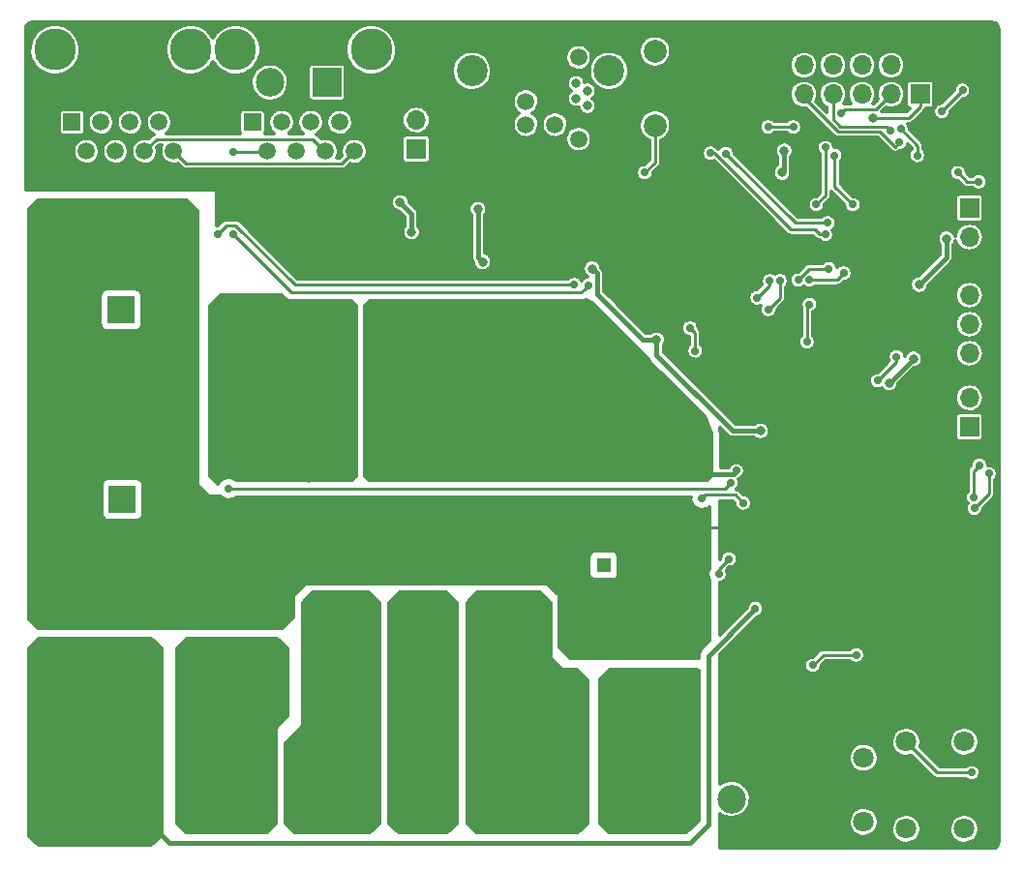
<source format=gbr>
G04 #@! TF.FileFunction,Copper,L2,Bot,Signal*
%FSLAX46Y46*%
G04 Gerber Fmt 4.6, Leading zero omitted, Abs format (unit mm)*
G04 Created by KiCad (PCBNEW 4.0.4-stable) date 03/22/17 10:00:08*
%MOMM*%
%LPD*%
G01*
G04 APERTURE LIST*
%ADD10C,0.100000*%
%ADD11C,1.800000*%
%ADD12C,5.000000*%
%ADD13C,3.650000*%
%ADD14R,1.500000X1.500000*%
%ADD15C,1.500000*%
%ADD16C,2.500000*%
%ADD17R,2.500000X2.500000*%
%ADD18R,1.300000X1.300000*%
%ADD19C,1.300000*%
%ADD20R,1.800000X1.800000*%
%ADD21R,1.700000X1.700000*%
%ADD22O,1.700000X1.700000*%
%ADD23C,2.800000*%
%ADD24R,2.400000X2.400000*%
%ADD25C,2.400000*%
%ADD26C,2.000000*%
%ADD27C,1.520000*%
%ADD28C,2.700000*%
%ADD29C,0.800000*%
%ADD30C,1.000000*%
%ADD31C,0.700000*%
%ADD32C,0.500000*%
%ADD33C,0.400000*%
%ADD34C,0.250000*%
%ADD35C,0.300000*%
G04 APERTURE END LIST*
D10*
D11*
X178500000Y-128190000D03*
X175960000Y-128190000D03*
X181040000Y-128190000D03*
X175960000Y-135810000D03*
X178500000Y-135810000D03*
X181040000Y-135810000D03*
D12*
X119620338Y-97074931D03*
X132620338Y-97074931D03*
D13*
X129170000Y-67650000D03*
X117300000Y-67650000D03*
D14*
X118790000Y-74000000D03*
D15*
X120060000Y-76540000D03*
X121330000Y-74000000D03*
X122600000Y-76540000D03*
X123870000Y-74000000D03*
X125140000Y-76540000D03*
X126410000Y-74000000D03*
X127680000Y-76540000D03*
D16*
X114500000Y-130500000D03*
X105000000Y-130500000D03*
D17*
X165700000Y-133200000D03*
D16*
X160700000Y-133200000D03*
D18*
X149500000Y-112750000D03*
D19*
X149500000Y-117750000D03*
D18*
X156750000Y-104750000D03*
D19*
X156750000Y-109750000D03*
D20*
X169700000Y-129600000D03*
D11*
X172240000Y-129600000D03*
D20*
X169700000Y-135200000D03*
D11*
X172240000Y-135200000D03*
D21*
X177180000Y-71540000D03*
D22*
X177180000Y-69000000D03*
X174640000Y-71540000D03*
X174640000Y-69000000D03*
X172100000Y-71540000D03*
X172100000Y-69000000D03*
X169560000Y-71540000D03*
X169560000Y-69000000D03*
X167020000Y-71540000D03*
X167020000Y-69000000D03*
D13*
X113370000Y-67650000D03*
X101500000Y-67650000D03*
D14*
X102990000Y-74000000D03*
D15*
X104260000Y-76540000D03*
X105530000Y-74000000D03*
X106800000Y-76540000D03*
X108070000Y-74000000D03*
X109340000Y-76540000D03*
X110610000Y-74000000D03*
X111880000Y-76540000D03*
D21*
X133100000Y-76340000D03*
D22*
X133100000Y-73800000D03*
D16*
X152500000Y-130500000D03*
X143000000Y-130500000D03*
X133500000Y-130500000D03*
X124000000Y-130500000D03*
D23*
X139735000Y-116800000D03*
X139735000Y-120200000D03*
X126265000Y-116800000D03*
X126265000Y-120200000D03*
D17*
X125300000Y-70500000D03*
D16*
X120300000Y-70500000D03*
D21*
X181500000Y-100640000D03*
D22*
X181500000Y-98100000D03*
D21*
X181500000Y-81500000D03*
D22*
X181500000Y-84040000D03*
X181500000Y-86580000D03*
X181500000Y-89120000D03*
X181500000Y-91660000D03*
X181500000Y-94200000D03*
D24*
X107400000Y-107000000D03*
D25*
X107400000Y-114500000D03*
D26*
X158500000Y-67800000D03*
X154000000Y-67800000D03*
X158500000Y-74300000D03*
X154000000Y-74300000D03*
D24*
X107300000Y-90400000D03*
D25*
X107300000Y-97900000D03*
D27*
X142700000Y-74200000D03*
X145240000Y-74200000D03*
X145240000Y-72200000D03*
X142700000Y-72200000D03*
D28*
X137970000Y-69500000D03*
X149970000Y-69500000D03*
D29*
X147080000Y-70600000D03*
X148080000Y-71250000D03*
X147080000Y-71900000D03*
X148080000Y-72550000D03*
X147080000Y-73200000D03*
D15*
X147300000Y-68325000D03*
X147300000Y-75475000D03*
D29*
X149900000Y-86200000D03*
X159300000Y-85800000D03*
X109000000Y-84500000D03*
D30*
X122500000Y-113500000D03*
X124500000Y-113500000D03*
X126500000Y-113500000D03*
X128500000Y-113500000D03*
X130500000Y-113500000D03*
X130500000Y-107500000D03*
X132500000Y-107500000D03*
X134500000Y-107500000D03*
X134500000Y-109500000D03*
X116500000Y-113500000D03*
X116500000Y-115500000D03*
X118500000Y-115500000D03*
X120500000Y-115500000D03*
D29*
X174800000Y-100000000D03*
X167000000Y-100100000D03*
X176000000Y-116000000D03*
X176000000Y-114000000D03*
X176000000Y-112000000D03*
X174000000Y-112000000D03*
X174000000Y-114000000D03*
X174000000Y-116000000D03*
X166200000Y-111500000D03*
X167100000Y-119825010D03*
X177300000Y-123900000D03*
X163700000Y-126800000D03*
D30*
X120500000Y-113500000D03*
X118500000Y-113500000D03*
X118500000Y-111500000D03*
X120500000Y-111500000D03*
X122500000Y-111500000D03*
X124500000Y-111500000D03*
X126500000Y-111500000D03*
X128500000Y-111500000D03*
X130500000Y-111500000D03*
X132500000Y-109500000D03*
X130500000Y-109500000D03*
X128500000Y-109500000D03*
X126500000Y-109500000D03*
X124500000Y-109500000D03*
X122500000Y-109500000D03*
X120500000Y-109500000D03*
X118500000Y-109500000D03*
D29*
X160500000Y-71200000D03*
X155500000Y-93200000D03*
X166300000Y-78400000D03*
X167900012Y-85457173D03*
X159100000Y-79000000D03*
X171100000Y-91199996D03*
X175900000Y-92000000D03*
X160900000Y-84000000D03*
X178834351Y-83156234D03*
X164100000Y-93000000D03*
X146400000Y-77600000D03*
X141800000Y-69450000D03*
X125900000Y-79000000D03*
X142100000Y-81800000D03*
X112500000Y-82400000D03*
X101050000Y-84000000D03*
X163200000Y-101000000D03*
X176600000Y-94700000D03*
X174480035Y-96800034D03*
X148500000Y-86800000D03*
X154130864Y-93024979D03*
X131700000Y-81000000D03*
X132700000Y-83600000D03*
X165100000Y-78400000D03*
X165300000Y-76499977D03*
X173100000Y-73600000D03*
X179500000Y-84200000D03*
X177100000Y-88200000D03*
X138900000Y-86199996D03*
X138500000Y-81600000D03*
D30*
X100500000Y-123000000D03*
X102500000Y-123000000D03*
X104500000Y-123000000D03*
X106500000Y-123000000D03*
X108500000Y-123000000D03*
X108500000Y-121000000D03*
X106500000Y-121000000D03*
X104500000Y-121000000D03*
X102500000Y-121000000D03*
X100500000Y-121000000D03*
D31*
X162764616Y-116550078D03*
D30*
X126500000Y-103000000D03*
X126500000Y-101000000D03*
X126500000Y-99000000D03*
X126500000Y-97000000D03*
X126500000Y-95000000D03*
X126500000Y-93000000D03*
X126500000Y-91000000D03*
X118500000Y-93000000D03*
X120500000Y-93000000D03*
X122500000Y-93000000D03*
X124500000Y-99000000D03*
X124500000Y-97000000D03*
X124500000Y-95000000D03*
X124500000Y-93000000D03*
X124500000Y-91000000D03*
X122500000Y-91000000D03*
X120500000Y-91000000D03*
X118500000Y-91000000D03*
X123700000Y-105000000D03*
X123700000Y-103600000D03*
X123700000Y-102200000D03*
X123700000Y-100800000D03*
X122300000Y-100800000D03*
X120900000Y-100800000D03*
X119500000Y-100800000D03*
X118100000Y-100800000D03*
D31*
X153100000Y-78400000D03*
X166099996Y-74400000D03*
X163900000Y-74400000D03*
D30*
X155500000Y-123000000D03*
X155500000Y-125000000D03*
X155500000Y-127000000D03*
X155500000Y-129000000D03*
X157000000Y-123000000D03*
X157000000Y-125000000D03*
X157000000Y-127000000D03*
X157000000Y-129000000D03*
X157000000Y-131000012D03*
D31*
X169700000Y-76900000D03*
X170235010Y-73200000D03*
X171300000Y-81200000D03*
X176947723Y-76900052D03*
X175500000Y-74600000D03*
X174576524Y-74734325D03*
X175369810Y-75782223D03*
X168100000Y-81200000D03*
X168900000Y-76200000D03*
X117100000Y-76600000D03*
X171600000Y-120600000D03*
X167800000Y-121500000D03*
X158100000Y-106900000D03*
X161700056Y-107300000D03*
X175100000Y-94500000D03*
X173459543Y-96604525D03*
X167500000Y-89924947D03*
X167300000Y-93200000D03*
X168903300Y-83796583D03*
X158857767Y-76702746D03*
X160177305Y-76722695D03*
X169100000Y-82800000D03*
X182353033Y-104007643D03*
X181850044Y-106814080D03*
X181924968Y-107781508D03*
X183200077Y-104735808D03*
X146900000Y-88200000D03*
X167500000Y-87800000D03*
X170500000Y-87200000D03*
X115700000Y-83800000D03*
X148149989Y-88255221D03*
X169198110Y-86823100D03*
X166500000Y-87800000D03*
X117100000Y-83800000D03*
X180500000Y-78400000D03*
X182300000Y-79200000D03*
X180900000Y-71200000D03*
X179100000Y-73039998D03*
D30*
X112999996Y-127000000D03*
X115000000Y-127000000D03*
X116999994Y-127000000D03*
X119000000Y-127000000D03*
X119000000Y-125000000D03*
X117000000Y-125000000D03*
X114999994Y-125000000D03*
X113000000Y-125000000D03*
X113000000Y-123000000D03*
X113000000Y-121000000D03*
D31*
X181700000Y-130900000D03*
D30*
X125500000Y-127000000D03*
X125500000Y-125000000D03*
X125500000Y-123000000D03*
X127500000Y-123000000D03*
X127500000Y-125000000D03*
X127500000Y-127000000D03*
X127500000Y-129000000D03*
X132000000Y-127000000D03*
X132000000Y-125000000D03*
X132000000Y-123000000D03*
X132000000Y-121000000D03*
X134000000Y-121000000D03*
X134000000Y-123000000D03*
X134000000Y-125000000D03*
X134000000Y-127000000D03*
X144100000Y-119200000D03*
X144100000Y-117600000D03*
X144100000Y-116200000D03*
X142500000Y-116200000D03*
X142500000Y-117600000D03*
X142500000Y-119199988D03*
X142500000Y-120800010D03*
D31*
X161100045Y-104487505D03*
D30*
X144000000Y-133500000D03*
X147000000Y-133500000D03*
X145500000Y-133500000D03*
X147000000Y-132000000D03*
X145500000Y-132000000D03*
X147000000Y-130500000D03*
X145500000Y-130500000D03*
X147000000Y-129000000D03*
X145500000Y-129000000D03*
X152500000Y-102000000D03*
X150500000Y-102000000D03*
X148500000Y-102000000D03*
X146500000Y-102000000D03*
X144500000Y-102000000D03*
X142500000Y-102000000D03*
X140500000Y-102000000D03*
X140500000Y-104000000D03*
X142500000Y-104000000D03*
X144500000Y-104000000D03*
X146500000Y-104000000D03*
X148500000Y-104000000D03*
X150500000Y-104000000D03*
X152500000Y-104000000D03*
X154500000Y-104000000D03*
D31*
X160650034Y-105515141D03*
X157049974Y-92006498D03*
X157500000Y-94000000D03*
X163900000Y-90374974D03*
X164924510Y-87874795D03*
X116700000Y-106050000D03*
X159592340Y-113512663D03*
X160449990Y-112201537D03*
X164024499Y-87875494D03*
X162908971Y-89349989D03*
D32*
X124500000Y-113500000D02*
X122500000Y-113500000D01*
X128500000Y-113500000D02*
X126500000Y-113500000D01*
X130500000Y-111500000D02*
X130500000Y-113500000D01*
X132500000Y-107500000D02*
X130500000Y-107500000D01*
X134500000Y-109500000D02*
X134500000Y-107500000D01*
X116500000Y-115500000D02*
X116500000Y-113500000D01*
X120500000Y-115500000D02*
X118500000Y-115500000D01*
D33*
X176000000Y-114000000D02*
X176000000Y-116000000D01*
X174000000Y-112000000D02*
X176000000Y-112000000D01*
X174000000Y-116000000D02*
X174000000Y-114000000D01*
X130500000Y-109500000D02*
X130500000Y-111500000D01*
D32*
X118500000Y-113500000D02*
X120500000Y-113500000D01*
X120500000Y-111500000D02*
X118500000Y-111500000D01*
X124500000Y-111500000D02*
X122500000Y-111500000D01*
X128500000Y-111500000D02*
X126500000Y-111500000D01*
X130500000Y-109500000D02*
X132500000Y-109500000D01*
X126500000Y-109500000D02*
X128500000Y-109500000D01*
X122500000Y-109500000D02*
X124500000Y-109500000D01*
X118500000Y-109500000D02*
X120500000Y-109500000D01*
D33*
X160500000Y-71200000D02*
X160500000Y-71600000D01*
X160800000Y-109400000D02*
X162500000Y-109400000D01*
X162500000Y-109400000D02*
X163100000Y-108800000D01*
D34*
X158019238Y-109400000D02*
X160800000Y-109400000D01*
X156750000Y-109750000D02*
X157669238Y-109750000D01*
X157669238Y-109750000D02*
X158019238Y-109400000D01*
D33*
X148899999Y-88999999D02*
X148899999Y-87199999D01*
X152924979Y-93024979D02*
X148899999Y-88999999D01*
X148899999Y-87199999D02*
X148500000Y-86800000D01*
X154130864Y-93024979D02*
X152924979Y-93024979D01*
X154130864Y-93024979D02*
X154130864Y-94330864D01*
X154130864Y-94330864D02*
X160800000Y-101000000D01*
X160800000Y-101000000D02*
X162634315Y-101000000D01*
X162634315Y-101000000D02*
X163200000Y-101000000D01*
X176580069Y-94700000D02*
X176600000Y-94700000D01*
X174480035Y-96800034D02*
X176580069Y-94700000D01*
X132700000Y-82000000D02*
X131700000Y-81000000D01*
X132700000Y-83600000D02*
X132700000Y-82000000D01*
X165300000Y-78200000D02*
X165100000Y-78400000D01*
X165300000Y-76499977D02*
X165300000Y-78200000D01*
D34*
X173100000Y-73600000D02*
X176220000Y-73600000D01*
X176220000Y-73600000D02*
X177180000Y-72640000D01*
X177180000Y-72640000D02*
X177180000Y-71540000D01*
D33*
X177100000Y-88200000D02*
X179500000Y-85800000D01*
X179500000Y-85800000D02*
X179500000Y-84200000D01*
X138500001Y-85799997D02*
X138900000Y-86199996D01*
X138500000Y-81600000D02*
X138500001Y-85799997D01*
D32*
X106500000Y-123000000D02*
X104500000Y-123000000D01*
X108500000Y-121000000D02*
X108500000Y-123000000D01*
X104500000Y-121000000D02*
X106500000Y-121000000D01*
X100500000Y-121000000D02*
X102500000Y-121000000D01*
D33*
X105000000Y-130500000D02*
X111500000Y-137000000D01*
X111500000Y-137000000D02*
X157100000Y-137000000D01*
X157100000Y-137000000D02*
X158650011Y-135449989D01*
X158650011Y-135449989D02*
X158650011Y-120664683D01*
X158650011Y-120664683D02*
X162414617Y-116900077D01*
X162414617Y-116900077D02*
X162764616Y-116550078D01*
X126500000Y-101000000D02*
X126500000Y-103000000D01*
X126500000Y-95000000D02*
X126500000Y-97000000D01*
X126500000Y-91000000D02*
X126500000Y-93000000D01*
X122500000Y-93000000D02*
X120500000Y-93000000D01*
X124500000Y-97000000D02*
X124500000Y-99000000D01*
X124500000Y-93000000D02*
X124500000Y-95000000D01*
X122500000Y-91000000D02*
X124500000Y-91000000D01*
X118500000Y-91000000D02*
X120500000Y-91000000D01*
X123700000Y-103600000D02*
X123700000Y-105000000D01*
X123700000Y-100800000D02*
X123700000Y-102200000D01*
X120900000Y-100800000D02*
X122300000Y-100800000D01*
X118100000Y-100800000D02*
X119500000Y-100800000D01*
D34*
X154000000Y-74300000D02*
X154000000Y-77500000D01*
X154000000Y-77500000D02*
X153100000Y-78400000D01*
X163900000Y-74400000D02*
X166099996Y-74400000D01*
D32*
X155500000Y-125000000D02*
X155500000Y-123000000D01*
X155500000Y-129000000D02*
X155500000Y-127000000D01*
X157000000Y-125000000D02*
X157000000Y-123000000D01*
X157000000Y-129000000D02*
X157000000Y-127000000D01*
D34*
X169700000Y-77394974D02*
X169700000Y-76900000D01*
X171300000Y-81200000D02*
X169700000Y-79600000D01*
X169700000Y-79600000D02*
X169700000Y-77394974D01*
X170585009Y-72850001D02*
X170235010Y-73200000D01*
X173329999Y-72850001D02*
X170585009Y-72850001D01*
X174640000Y-71540000D02*
X173329999Y-72850001D01*
X176947723Y-76405078D02*
X176947723Y-76900052D01*
X175500000Y-74600000D02*
X176947723Y-76047723D01*
X176947723Y-76047723D02*
X176947723Y-76405078D01*
X174226525Y-74384326D02*
X174576524Y-74734325D01*
X169560000Y-73723590D02*
X170186399Y-74349989D01*
X169560000Y-71540000D02*
X169560000Y-73723590D01*
X174192188Y-74349989D02*
X174226525Y-74384326D01*
X170186399Y-74349989D02*
X174192188Y-74349989D01*
X167020000Y-71820000D02*
X170000000Y-74800000D01*
X167020000Y-71540000D02*
X167020000Y-71820000D01*
X170000000Y-74800000D02*
X173687589Y-74800000D01*
X173687589Y-74800000D02*
X175019811Y-76132222D01*
X175019811Y-76132222D02*
X175369810Y-75782223D01*
X168900000Y-76200000D02*
X168900000Y-80400000D01*
X168900000Y-80400000D02*
X168100000Y-81200000D01*
X117100000Y-76600000D02*
X120000000Y-76600000D01*
X120000000Y-76600000D02*
X120060000Y-76540000D01*
X109340000Y-76540000D02*
X110415001Y-75464999D01*
X110415001Y-75464999D02*
X124064999Y-75464999D01*
X124064999Y-75464999D02*
X124390001Y-75790001D01*
X124390001Y-75790001D02*
X125140000Y-76540000D01*
X111880000Y-76540000D02*
X112955001Y-77615001D01*
X112955001Y-77615001D02*
X126604999Y-77615001D01*
X126604999Y-77615001D02*
X126930001Y-77289999D01*
X126930001Y-77289999D02*
X127680000Y-76540000D01*
X167800000Y-121500000D02*
X168700000Y-120600000D01*
X168700000Y-120600000D02*
X171600000Y-120600000D01*
X161700056Y-107300000D02*
X161000056Y-106600000D01*
X161000056Y-106600000D02*
X158400000Y-106600000D01*
X158400000Y-106600000D02*
X158100000Y-106900000D01*
X173459543Y-96604525D02*
X175100000Y-94964068D01*
X175100000Y-94964068D02*
X175100000Y-94500000D01*
X167300000Y-90124947D02*
X167500000Y-89924947D01*
X167300000Y-93200000D02*
X167300000Y-90124947D01*
X158857767Y-76702746D02*
X159202746Y-76702746D01*
X159202746Y-76702746D02*
X165900000Y-83400000D01*
X165900000Y-83400000D02*
X168011743Y-83400000D01*
X168011743Y-83400000D02*
X168408326Y-83796583D01*
X168408326Y-83796583D02*
X168903300Y-83796583D01*
X169100000Y-82800000D02*
X166254610Y-82800000D01*
X166254610Y-82800000D02*
X160527304Y-77072694D01*
X160527304Y-77072694D02*
X160177305Y-76722695D01*
X181850044Y-106814080D02*
X181850044Y-104510632D01*
X182003034Y-104357642D02*
X182353033Y-104007643D01*
X181850044Y-104510632D02*
X182003034Y-104357642D01*
X182274967Y-107431509D02*
X181924968Y-107781508D01*
X183200077Y-106506399D02*
X182274967Y-107431509D01*
X183200077Y-104735808D02*
X183200077Y-106506399D01*
X146900000Y-88200000D02*
X122500000Y-88200000D01*
X122500000Y-88200000D02*
X117300000Y-83000000D01*
X117300000Y-83000000D02*
X116500000Y-83000000D01*
X116500000Y-83000000D02*
X115700000Y-83800000D01*
X170500000Y-87200000D02*
X169900000Y-87800000D01*
X167994974Y-87800000D02*
X167500000Y-87800000D01*
X169900000Y-87800000D02*
X167994974Y-87800000D01*
X147799990Y-88605220D02*
X148149989Y-88255221D01*
X122175001Y-88875001D02*
X147530209Y-88875001D01*
X117100000Y-83800000D02*
X122175001Y-88875001D01*
X147530209Y-88875001D02*
X147799990Y-88605220D01*
X168703136Y-86823100D02*
X169198110Y-86823100D01*
X167476900Y-86823100D02*
X168703136Y-86823100D01*
X166500000Y-87800000D02*
X167476900Y-86823100D01*
X182300000Y-79200000D02*
X181300000Y-79200000D01*
X181300000Y-79200000D02*
X180500000Y-78400000D01*
X180900000Y-71200000D02*
X179100000Y-73000000D01*
X179100000Y-73000000D02*
X179100000Y-73039998D01*
D32*
X115000000Y-127000000D02*
X112999996Y-127000000D01*
X119000000Y-127000000D02*
X116999994Y-127000000D01*
X117000000Y-125000000D02*
X119000000Y-125000000D01*
X113000000Y-125000000D02*
X114999994Y-125000000D01*
X113000000Y-121000000D02*
X113000000Y-123000000D01*
D34*
X175960000Y-128190000D02*
X178670000Y-130900000D01*
X181205026Y-130900000D02*
X181700000Y-130900000D01*
X178670000Y-130900000D02*
X181205026Y-130900000D01*
D32*
X125500000Y-125000000D02*
X125500000Y-127000000D01*
X127500000Y-123000000D02*
X125500000Y-123000000D01*
X127500000Y-127000000D02*
X127500000Y-125000000D01*
X124000000Y-130500000D02*
X126000000Y-130500000D01*
X126000000Y-130500000D02*
X127500000Y-129000000D01*
X132000000Y-123000000D02*
X132000000Y-125000000D01*
X134000000Y-121000000D02*
X132000000Y-121000000D01*
X134000000Y-125000000D02*
X134000000Y-123000000D01*
X133500000Y-130500000D02*
X133500000Y-127500000D01*
X133500000Y-127500000D02*
X134000000Y-127000000D01*
X144100000Y-117600000D02*
X144100000Y-119200000D01*
X142500000Y-116200000D02*
X144100000Y-116200000D01*
X142500000Y-119199988D02*
X142500000Y-117600000D01*
D33*
X160837550Y-104750000D02*
X161100045Y-104487505D01*
X156750000Y-104750000D02*
X160837550Y-104750000D01*
D32*
X145500000Y-133500000D02*
X147000000Y-133500000D01*
X147000000Y-130500000D02*
X147000000Y-132000000D01*
X145500000Y-130500000D02*
X145500000Y-132000000D01*
X145500000Y-129000000D02*
X147000000Y-129000000D01*
X148500000Y-102000000D02*
X150500000Y-102000000D01*
X144500000Y-102000000D02*
X146500000Y-102000000D01*
X140500000Y-102000000D02*
X142500000Y-102000000D01*
X142500000Y-104000000D02*
X140500000Y-104000000D01*
X146500000Y-104000000D02*
X144500000Y-104000000D01*
X150500000Y-104000000D02*
X148500000Y-104000000D01*
X154500000Y-104000000D02*
X152500000Y-104000000D01*
D34*
X116700000Y-106050000D02*
X160115175Y-106050000D01*
X160300035Y-105865140D02*
X160650034Y-105515141D01*
X160115175Y-106050000D02*
X160300035Y-105865140D01*
X157500000Y-92456524D02*
X157049974Y-92006498D01*
X157500000Y-94000000D02*
X157500000Y-92456524D01*
X164924510Y-88369769D02*
X164924510Y-87874795D01*
X164924510Y-89350458D02*
X164924510Y-88369769D01*
X163900000Y-90374968D02*
X164924510Y-89350458D01*
X159592340Y-113059187D02*
X159592340Y-113512663D01*
X160449990Y-112201537D02*
X159592340Y-113059187D01*
X162908971Y-89349989D02*
X164024499Y-88234461D01*
X164024499Y-88234461D02*
X164024499Y-87875494D01*
D35*
G36*
X121626993Y-89423009D02*
X121682343Y-89468474D01*
X121737152Y-89514464D01*
X121740722Y-89516427D01*
X121743872Y-89519014D01*
X121806969Y-89552847D01*
X121869696Y-89587331D01*
X121873580Y-89588563D01*
X121877172Y-89590489D01*
X121945645Y-89611423D01*
X122013869Y-89633065D01*
X122017917Y-89633519D01*
X122021816Y-89634711D01*
X122093056Y-89641947D01*
X122164180Y-89649925D01*
X122172148Y-89649981D01*
X122172296Y-89649996D01*
X122172434Y-89649983D01*
X122175001Y-89650001D01*
X127437869Y-89650001D01*
X127850000Y-90062132D01*
X127850000Y-104937868D01*
X127512868Y-105275000D01*
X117339384Y-105275000D01*
X117177926Y-105166095D01*
X116997139Y-105090099D01*
X116805034Y-105050666D01*
X116608929Y-105049297D01*
X116416292Y-105086044D01*
X116234462Y-105159508D01*
X116070364Y-105266891D01*
X115930249Y-105404102D01*
X115819453Y-105565915D01*
X115777029Y-105664897D01*
X115050000Y-104937868D01*
X115050000Y-90062132D01*
X115962132Y-89150000D01*
X121353984Y-89150000D01*
X121626993Y-89423009D01*
X121626993Y-89423009D01*
G37*
X121626993Y-89423009D02*
X121682343Y-89468474D01*
X121737152Y-89514464D01*
X121740722Y-89516427D01*
X121743872Y-89519014D01*
X121806969Y-89552847D01*
X121869696Y-89587331D01*
X121873580Y-89588563D01*
X121877172Y-89590489D01*
X121945645Y-89611423D01*
X122013869Y-89633065D01*
X122017917Y-89633519D01*
X122021816Y-89634711D01*
X122093056Y-89641947D01*
X122164180Y-89649925D01*
X122172148Y-89649981D01*
X122172296Y-89649996D01*
X122172434Y-89649983D01*
X122175001Y-89650001D01*
X127437869Y-89650001D01*
X127850000Y-90062132D01*
X127850000Y-104937868D01*
X127512868Y-105275000D01*
X117339384Y-105275000D01*
X117177926Y-105166095D01*
X116997139Y-105090099D01*
X116805034Y-105050666D01*
X116608929Y-105049297D01*
X116416292Y-105086044D01*
X116234462Y-105159508D01*
X116070364Y-105266891D01*
X115930249Y-105404102D01*
X115819453Y-105565915D01*
X115777029Y-105664897D01*
X115050000Y-104937868D01*
X115050000Y-90062132D01*
X115962132Y-89150000D01*
X121353984Y-89150000D01*
X121626993Y-89423009D01*
G36*
X136650000Y-116062132D02*
X136650000Y-135337868D01*
X135837868Y-136150000D01*
X131562132Y-136150000D01*
X130750000Y-135337868D01*
X130750000Y-116062132D01*
X131662132Y-115150000D01*
X135737868Y-115150000D01*
X136650000Y-116062132D01*
X136650000Y-116062132D01*
G37*
X136650000Y-116062132D02*
X136650000Y-135337868D01*
X135837868Y-136150000D01*
X131562132Y-136150000D01*
X130750000Y-135337868D01*
X130750000Y-116062132D01*
X131662132Y-115150000D01*
X135737868Y-115150000D01*
X136650000Y-116062132D01*
G36*
X157800011Y-121961613D02*
X157800011Y-135097908D01*
X156747918Y-136150000D01*
X149962132Y-136150000D01*
X149150000Y-135337868D01*
X149150000Y-122762132D01*
X150062132Y-121850000D01*
X157688018Y-121850000D01*
X157800011Y-121961613D01*
X157800011Y-121961613D01*
G37*
X157800011Y-121961613D02*
X157800011Y-135097908D01*
X156747918Y-136150000D01*
X149962132Y-136150000D01*
X149150000Y-135337868D01*
X149150000Y-122762132D01*
X150062132Y-121850000D01*
X157688018Y-121850000D01*
X157800011Y-121961613D01*
G36*
X129850000Y-116062132D02*
X129850000Y-135337868D01*
X129037868Y-136150000D01*
X122462132Y-136150000D01*
X121650000Y-135337868D01*
X121650000Y-128312132D01*
X123106066Y-126856066D01*
X123131416Y-126822317D01*
X123146360Y-126782843D01*
X123150000Y-126750000D01*
X123150000Y-116062132D01*
X124062132Y-115150000D01*
X128937868Y-115150000D01*
X129850000Y-116062132D01*
X129850000Y-116062132D01*
G37*
X129850000Y-116062132D02*
X129850000Y-135337868D01*
X129037868Y-136150000D01*
X122462132Y-136150000D01*
X121650000Y-135337868D01*
X121650000Y-128312132D01*
X123106066Y-126856066D01*
X123131416Y-126822317D01*
X123146360Y-126782843D01*
X123150000Y-126750000D01*
X123150000Y-116062132D01*
X124062132Y-115150000D01*
X128937868Y-115150000D01*
X129850000Y-116062132D01*
G36*
X121850000Y-120062132D02*
X121850000Y-125937868D01*
X120893934Y-126893934D01*
X120868584Y-126927683D01*
X120853640Y-126967157D01*
X120850000Y-127000000D01*
X120850000Y-135337868D01*
X120037868Y-136150000D01*
X112962132Y-136150000D01*
X112150000Y-135337868D01*
X112150000Y-120062132D01*
X113062132Y-119150000D01*
X120937868Y-119150000D01*
X121850000Y-120062132D01*
X121850000Y-120062132D01*
G37*
X121850000Y-120062132D02*
X121850000Y-125937868D01*
X120893934Y-126893934D01*
X120868584Y-126927683D01*
X120853640Y-126967157D01*
X120850000Y-127000000D01*
X120850000Y-135337868D01*
X120037868Y-136150000D01*
X112962132Y-136150000D01*
X112150000Y-135337868D01*
X112150000Y-120062132D01*
X113062132Y-119150000D01*
X120937868Y-119150000D01*
X121850000Y-120062132D01*
G36*
X144850000Y-116062132D02*
X144850000Y-120750000D01*
X144855939Y-120791789D01*
X144873284Y-120830269D01*
X144893934Y-120856066D01*
X145893934Y-121856066D01*
X145927683Y-121881416D01*
X145967157Y-121896360D01*
X146000000Y-121900000D01*
X147187718Y-121900000D01*
X148096375Y-122811764D01*
X148053626Y-135337512D01*
X147238360Y-136150000D01*
X138362132Y-136150000D01*
X137550000Y-135337868D01*
X137550000Y-116062132D01*
X138462132Y-115150000D01*
X143937868Y-115150000D01*
X144850000Y-116062132D01*
X144850000Y-116062132D01*
G37*
X144850000Y-116062132D02*
X144850000Y-120750000D01*
X144855939Y-120791789D01*
X144873284Y-120830269D01*
X144893934Y-120856066D01*
X145893934Y-121856066D01*
X145927683Y-121881416D01*
X145967157Y-121896360D01*
X146000000Y-121900000D01*
X147187718Y-121900000D01*
X148096375Y-122811764D01*
X148053626Y-135337512D01*
X147238360Y-136150000D01*
X138362132Y-136150000D01*
X137550000Y-135337868D01*
X137550000Y-116062132D01*
X138462132Y-115150000D01*
X143937868Y-115150000D01*
X144850000Y-116062132D01*
G36*
X183601529Y-65287233D02*
X183699195Y-65316720D01*
X183789270Y-65364614D01*
X183868330Y-65429094D01*
X183933356Y-65507697D01*
X183981879Y-65597439D01*
X184012045Y-65694890D01*
X184025000Y-65818144D01*
X184025000Y-136976768D01*
X184012767Y-137101529D01*
X183983280Y-137199195D01*
X183935387Y-137289269D01*
X183870906Y-137368330D01*
X183792302Y-137433357D01*
X183761521Y-137450000D01*
X159650000Y-137450000D01*
X159650000Y-135309308D01*
X170938291Y-135309308D01*
X170984313Y-135560062D01*
X171078164Y-135797102D01*
X171216269Y-136011399D01*
X171393367Y-136194790D01*
X171602714Y-136340289D01*
X171836334Y-136442356D01*
X172085330Y-136497101D01*
X172340217Y-136502440D01*
X172591287Y-136458170D01*
X172828977Y-136365976D01*
X173044232Y-136229371D01*
X173228855Y-136053557D01*
X173323557Y-135919308D01*
X174658291Y-135919308D01*
X174704313Y-136170062D01*
X174798164Y-136407102D01*
X174936269Y-136621399D01*
X175113367Y-136804790D01*
X175322714Y-136950289D01*
X175556334Y-137052356D01*
X175805330Y-137107101D01*
X176060217Y-137112440D01*
X176311287Y-137068170D01*
X176548977Y-136975976D01*
X176764232Y-136839371D01*
X176948855Y-136663557D01*
X177095813Y-136455231D01*
X177199507Y-136222329D01*
X177255990Y-135973722D01*
X177256749Y-135919308D01*
X179738291Y-135919308D01*
X179784313Y-136170062D01*
X179878164Y-136407102D01*
X180016269Y-136621399D01*
X180193367Y-136804790D01*
X180402714Y-136950289D01*
X180636334Y-137052356D01*
X180885330Y-137107101D01*
X181140217Y-137112440D01*
X181391287Y-137068170D01*
X181628977Y-136975976D01*
X181844232Y-136839371D01*
X182028855Y-136663557D01*
X182175813Y-136455231D01*
X182279507Y-136222329D01*
X182335990Y-135973722D01*
X182340056Y-135682528D01*
X182290537Y-135432441D01*
X182193386Y-135196734D01*
X182052302Y-134984386D01*
X181872661Y-134803486D01*
X181661303Y-134660924D01*
X181426280Y-134562129D01*
X181176544Y-134510866D01*
X180921608Y-134509086D01*
X180671180Y-134556858D01*
X180434801Y-134652361D01*
X180221474Y-134791959D01*
X180039324Y-134970333D01*
X179895289Y-135180690D01*
X179794857Y-135415017D01*
X179741851Y-135664389D01*
X179738291Y-135919308D01*
X177256749Y-135919308D01*
X177260056Y-135682528D01*
X177210537Y-135432441D01*
X177113386Y-135196734D01*
X176972302Y-134984386D01*
X176792661Y-134803486D01*
X176581303Y-134660924D01*
X176346280Y-134562129D01*
X176096544Y-134510866D01*
X175841608Y-134509086D01*
X175591180Y-134556858D01*
X175354801Y-134652361D01*
X175141474Y-134791959D01*
X174959324Y-134970333D01*
X174815289Y-135180690D01*
X174714857Y-135415017D01*
X174661851Y-135664389D01*
X174658291Y-135919308D01*
X173323557Y-135919308D01*
X173375813Y-135845231D01*
X173479507Y-135612329D01*
X173535990Y-135363722D01*
X173540056Y-135072528D01*
X173490537Y-134822441D01*
X173393386Y-134586734D01*
X173252302Y-134374386D01*
X173072661Y-134193486D01*
X172861303Y-134050924D01*
X172626280Y-133952129D01*
X172376544Y-133900866D01*
X172121608Y-133899086D01*
X171871180Y-133946858D01*
X171634801Y-134042361D01*
X171421474Y-134181959D01*
X171239324Y-134360333D01*
X171095289Y-134570690D01*
X170994857Y-134805017D01*
X170941851Y-135054389D01*
X170938291Y-135309308D01*
X159650000Y-135309308D01*
X159650000Y-134479696D01*
X159891136Y-134647291D01*
X160187655Y-134776836D01*
X160503688Y-134846321D01*
X160827199Y-134853098D01*
X161145865Y-134796908D01*
X161447548Y-134679893D01*
X161720757Y-134506509D01*
X161955086Y-134283361D01*
X162141609Y-134018948D01*
X162273221Y-133723341D01*
X162344910Y-133407800D01*
X162350071Y-133038209D01*
X162287220Y-132720790D01*
X162163913Y-132421624D01*
X161984846Y-132152106D01*
X161756839Y-131922501D01*
X161488577Y-131741557D01*
X161190279Y-131616164D01*
X160873307Y-131551099D01*
X160549733Y-131548840D01*
X160231882Y-131609473D01*
X159931863Y-131730689D01*
X159661101Y-131907870D01*
X159650000Y-131918741D01*
X159650000Y-129709308D01*
X170938291Y-129709308D01*
X170984313Y-129960062D01*
X171078164Y-130197102D01*
X171216269Y-130411399D01*
X171393367Y-130594790D01*
X171602714Y-130740289D01*
X171836334Y-130842356D01*
X172085330Y-130897101D01*
X172340217Y-130902440D01*
X172591287Y-130858170D01*
X172828977Y-130765976D01*
X173044232Y-130629371D01*
X173228855Y-130453557D01*
X173375813Y-130245231D01*
X173479507Y-130012329D01*
X173535990Y-129763722D01*
X173540056Y-129472528D01*
X173490537Y-129222441D01*
X173393386Y-128986734D01*
X173252302Y-128774386D01*
X173072661Y-128593486D01*
X172861303Y-128450924D01*
X172626280Y-128352129D01*
X172376544Y-128300866D01*
X172153404Y-128299308D01*
X174658291Y-128299308D01*
X174704313Y-128550062D01*
X174798164Y-128787102D01*
X174936269Y-129001399D01*
X175113367Y-129184790D01*
X175322714Y-129330289D01*
X175556334Y-129432356D01*
X175805330Y-129487101D01*
X176060217Y-129492440D01*
X176311287Y-129448170D01*
X176429757Y-129402219D01*
X178298769Y-131271231D01*
X178336229Y-131302001D01*
X178373392Y-131333185D01*
X178375814Y-131334516D01*
X178377945Y-131336267D01*
X178420678Y-131359180D01*
X178463180Y-131382546D01*
X178465810Y-131383380D01*
X178468245Y-131384686D01*
X178514687Y-131398885D01*
X178560846Y-131413527D01*
X178563584Y-131413834D01*
X178566230Y-131414643D01*
X178614531Y-131419549D01*
X178662670Y-131424949D01*
X178668064Y-131424987D01*
X178668167Y-131424997D01*
X178668263Y-131424988D01*
X178670000Y-131425000D01*
X181164319Y-131425000D01*
X181211558Y-131473917D01*
X181332335Y-131557859D01*
X181467116Y-131616744D01*
X181610767Y-131648328D01*
X181757818Y-131651408D01*
X181902666Y-131625867D01*
X182039794Y-131572679D01*
X182163980Y-131493868D01*
X182270493Y-131392437D01*
X182355277Y-131272249D01*
X182415100Y-131137882D01*
X182447686Y-130994455D01*
X182450032Y-130826459D01*
X182421464Y-130682177D01*
X182365415Y-130546193D01*
X182284021Y-130423684D01*
X182180381Y-130319319D01*
X182058444Y-130237071D01*
X181922854Y-130180075D01*
X181778776Y-130150499D01*
X181631697Y-130149473D01*
X181487219Y-130177033D01*
X181350847Y-130232131D01*
X181227773Y-130312668D01*
X181164122Y-130375000D01*
X178887462Y-130375000D01*
X177173409Y-128660947D01*
X177199507Y-128602329D01*
X177255990Y-128353722D01*
X177256749Y-128299308D01*
X179738291Y-128299308D01*
X179784313Y-128550062D01*
X179878164Y-128787102D01*
X180016269Y-129001399D01*
X180193367Y-129184790D01*
X180402714Y-129330289D01*
X180636334Y-129432356D01*
X180885330Y-129487101D01*
X181140217Y-129492440D01*
X181391287Y-129448170D01*
X181628977Y-129355976D01*
X181844232Y-129219371D01*
X182028855Y-129043557D01*
X182175813Y-128835231D01*
X182279507Y-128602329D01*
X182335990Y-128353722D01*
X182340056Y-128062528D01*
X182290537Y-127812441D01*
X182193386Y-127576734D01*
X182052302Y-127364386D01*
X181872661Y-127183486D01*
X181661303Y-127040924D01*
X181426280Y-126942129D01*
X181176544Y-126890866D01*
X180921608Y-126889086D01*
X180671180Y-126936858D01*
X180434801Y-127032361D01*
X180221474Y-127171959D01*
X180039324Y-127350333D01*
X179895289Y-127560690D01*
X179794857Y-127795017D01*
X179741851Y-128044389D01*
X179738291Y-128299308D01*
X177256749Y-128299308D01*
X177260056Y-128062528D01*
X177210537Y-127812441D01*
X177113386Y-127576734D01*
X176972302Y-127364386D01*
X176792661Y-127183486D01*
X176581303Y-127040924D01*
X176346280Y-126942129D01*
X176096544Y-126890866D01*
X175841608Y-126889086D01*
X175591180Y-126936858D01*
X175354801Y-127032361D01*
X175141474Y-127171959D01*
X174959324Y-127350333D01*
X174815289Y-127560690D01*
X174714857Y-127795017D01*
X174661851Y-128044389D01*
X174658291Y-128299308D01*
X172153404Y-128299308D01*
X172121608Y-128299086D01*
X171871180Y-128346858D01*
X171634801Y-128442361D01*
X171421474Y-128581959D01*
X171239324Y-128760333D01*
X171095289Y-128970690D01*
X170994857Y-129205017D01*
X170941851Y-129454389D01*
X170938291Y-129709308D01*
X159650000Y-129709308D01*
X159650000Y-121563062D01*
X167049014Y-121563062D01*
X167075565Y-121707728D01*
X167129710Y-121844482D01*
X167209386Y-121968115D01*
X167311558Y-122073917D01*
X167432335Y-122157859D01*
X167567116Y-122216744D01*
X167710767Y-122248328D01*
X167857818Y-122251408D01*
X168002666Y-122225867D01*
X168139794Y-122172679D01*
X168263980Y-122093868D01*
X168370493Y-121992437D01*
X168455277Y-121872249D01*
X168515100Y-121737882D01*
X168547686Y-121594455D01*
X168549098Y-121493364D01*
X168917462Y-121125000D01*
X171064319Y-121125000D01*
X171111558Y-121173917D01*
X171232335Y-121257859D01*
X171367116Y-121316744D01*
X171510767Y-121348328D01*
X171657818Y-121351408D01*
X171802666Y-121325867D01*
X171939794Y-121272679D01*
X172063980Y-121193868D01*
X172170493Y-121092437D01*
X172255277Y-120972249D01*
X172315100Y-120837882D01*
X172347686Y-120694455D01*
X172350032Y-120526459D01*
X172321464Y-120382177D01*
X172265415Y-120246193D01*
X172184021Y-120123684D01*
X172080381Y-120019319D01*
X171958444Y-119937071D01*
X171822854Y-119880075D01*
X171678776Y-119850499D01*
X171531697Y-119849473D01*
X171387219Y-119877033D01*
X171250847Y-119932131D01*
X171127773Y-120012668D01*
X171064122Y-120075000D01*
X168700000Y-120075000D01*
X168651745Y-120079732D01*
X168603425Y-120083959D01*
X168600772Y-120084730D01*
X168598027Y-120084999D01*
X168551609Y-120099013D01*
X168505032Y-120112545D01*
X168502583Y-120113814D01*
X168499938Y-120114613D01*
X168457068Y-120137407D01*
X168414065Y-120159698D01*
X168411911Y-120161418D01*
X168409469Y-120162716D01*
X168371850Y-120193398D01*
X168333988Y-120223622D01*
X168330149Y-120227409D01*
X168330067Y-120227475D01*
X168330005Y-120227551D01*
X168328769Y-120228769D01*
X167807536Y-120750002D01*
X167731697Y-120749473D01*
X167587219Y-120777033D01*
X167450847Y-120832131D01*
X167327773Y-120912668D01*
X167222687Y-121015577D01*
X167139590Y-121136936D01*
X167081648Y-121272125D01*
X167051068Y-121415994D01*
X167049014Y-121563062D01*
X159650000Y-121563062D01*
X159650000Y-120513222D01*
X162870150Y-117293072D01*
X162967282Y-117275945D01*
X163104410Y-117222757D01*
X163228596Y-117143946D01*
X163335109Y-117042515D01*
X163419893Y-116922327D01*
X163479716Y-116787960D01*
X163512302Y-116644533D01*
X163514648Y-116476537D01*
X163486080Y-116332255D01*
X163430031Y-116196271D01*
X163348637Y-116073762D01*
X163244997Y-115969397D01*
X163123060Y-115887149D01*
X162987470Y-115830153D01*
X162843392Y-115800577D01*
X162696313Y-115799551D01*
X162551835Y-115827111D01*
X162415463Y-115882209D01*
X162292389Y-115962746D01*
X162187303Y-116065655D01*
X162104206Y-116187014D01*
X162046264Y-116322203D01*
X162019892Y-116446274D01*
X159650000Y-118816166D01*
X159650000Y-114264068D01*
X159650158Y-114264071D01*
X159795006Y-114238530D01*
X159932134Y-114185342D01*
X160056320Y-114106531D01*
X160162833Y-114005100D01*
X160247617Y-113884912D01*
X160307440Y-113750545D01*
X160340026Y-113607118D01*
X160342372Y-113439122D01*
X160313804Y-113294840D01*
X160257755Y-113158856D01*
X160248725Y-113145264D01*
X160442414Y-112951575D01*
X160507808Y-112952945D01*
X160652656Y-112927404D01*
X160789784Y-112874216D01*
X160913970Y-112795405D01*
X161020483Y-112693974D01*
X161105267Y-112573786D01*
X161165090Y-112439419D01*
X161197676Y-112295992D01*
X161200022Y-112127996D01*
X161171454Y-111983714D01*
X161115405Y-111847730D01*
X161034011Y-111725221D01*
X160930371Y-111620856D01*
X160808434Y-111538608D01*
X160672844Y-111481612D01*
X160528766Y-111452036D01*
X160381687Y-111451010D01*
X160237209Y-111478570D01*
X160100837Y-111533668D01*
X159977763Y-111614205D01*
X159872677Y-111717114D01*
X159789580Y-111838473D01*
X159731638Y-111973662D01*
X159701058Y-112117531D01*
X159699776Y-112209289D01*
X159650000Y-112259065D01*
X159650000Y-107125000D01*
X160782594Y-107125000D01*
X160950056Y-107292462D01*
X160949070Y-107363062D01*
X160975621Y-107507728D01*
X161029766Y-107644482D01*
X161109442Y-107768115D01*
X161211614Y-107873917D01*
X161332391Y-107957859D01*
X161467172Y-108016744D01*
X161610823Y-108048328D01*
X161757874Y-108051408D01*
X161902722Y-108025867D01*
X162039850Y-107972679D01*
X162164036Y-107893868D01*
X162270549Y-107792437D01*
X162355333Y-107672249D01*
X162415156Y-107537882D01*
X162447742Y-107394455D01*
X162450088Y-107226459D01*
X162421520Y-107082177D01*
X162365471Y-106946193D01*
X162319595Y-106877142D01*
X181099058Y-106877142D01*
X181125609Y-107021808D01*
X181179754Y-107158562D01*
X181259430Y-107282195D01*
X181317018Y-107341829D01*
X181264558Y-107418444D01*
X181206616Y-107553633D01*
X181176036Y-107697502D01*
X181173982Y-107844570D01*
X181200533Y-107989236D01*
X181254678Y-108125990D01*
X181334354Y-108249623D01*
X181436526Y-108355425D01*
X181557303Y-108439367D01*
X181692084Y-108498252D01*
X181835735Y-108529836D01*
X181982786Y-108532916D01*
X182127634Y-108507375D01*
X182264762Y-108454187D01*
X182388948Y-108375376D01*
X182495461Y-108273945D01*
X182580245Y-108153757D01*
X182640068Y-108019390D01*
X182672654Y-107875963D01*
X182674066Y-107774872D01*
X183571308Y-106877630D01*
X183602056Y-106840196D01*
X183633262Y-106803007D01*
X183634595Y-106800582D01*
X183636343Y-106798454D01*
X183659236Y-106755760D01*
X183682623Y-106713219D01*
X183683457Y-106710589D01*
X183684763Y-106708154D01*
X183698962Y-106661712D01*
X183713604Y-106615553D01*
X183713911Y-106612815D01*
X183714720Y-106610169D01*
X183719626Y-106561868D01*
X183725026Y-106513729D01*
X183725064Y-106508335D01*
X183725074Y-106508232D01*
X183725065Y-106508136D01*
X183725077Y-106506399D01*
X183725077Y-105271567D01*
X183770570Y-105228245D01*
X183855354Y-105108057D01*
X183915177Y-104973690D01*
X183947763Y-104830263D01*
X183950109Y-104662267D01*
X183921541Y-104517985D01*
X183865492Y-104382001D01*
X183784098Y-104259492D01*
X183680458Y-104155127D01*
X183558521Y-104072879D01*
X183422931Y-104015883D01*
X183278853Y-103986307D01*
X183131774Y-103985281D01*
X183102272Y-103990909D01*
X183103065Y-103934102D01*
X183074497Y-103789820D01*
X183018448Y-103653836D01*
X182937054Y-103531327D01*
X182833414Y-103426962D01*
X182711477Y-103344714D01*
X182575887Y-103287718D01*
X182431809Y-103258142D01*
X182284730Y-103257116D01*
X182140252Y-103284676D01*
X182003880Y-103339774D01*
X181880806Y-103420311D01*
X181775720Y-103523220D01*
X181692623Y-103644579D01*
X181634681Y-103779768D01*
X181604101Y-103923637D01*
X181602819Y-104015395D01*
X181478813Y-104139401D01*
X181448065Y-104176835D01*
X181416859Y-104214024D01*
X181415526Y-104216449D01*
X181413778Y-104218577D01*
X181390885Y-104261271D01*
X181367498Y-104303812D01*
X181366664Y-104306442D01*
X181365358Y-104308877D01*
X181351159Y-104355319D01*
X181336517Y-104401478D01*
X181336210Y-104404216D01*
X181335401Y-104406862D01*
X181330495Y-104455163D01*
X181325095Y-104503302D01*
X181325057Y-104508696D01*
X181325047Y-104508799D01*
X181325056Y-104508895D01*
X181325044Y-104510632D01*
X181325044Y-106278428D01*
X181272731Y-106329657D01*
X181189634Y-106451016D01*
X181131692Y-106586205D01*
X181101112Y-106730074D01*
X181099058Y-106877142D01*
X162319595Y-106877142D01*
X162284077Y-106823684D01*
X162180437Y-106719319D01*
X162058500Y-106637071D01*
X161922910Y-106580075D01*
X161778832Y-106550499D01*
X161692414Y-106549896D01*
X161371287Y-106228769D01*
X161333853Y-106198021D01*
X161296664Y-106166815D01*
X161294239Y-106165482D01*
X161292111Y-106163734D01*
X161249417Y-106140841D01*
X161206876Y-106117454D01*
X161204246Y-106116620D01*
X161201811Y-106115314D01*
X161155369Y-106101115D01*
X161130565Y-106093247D01*
X161220527Y-106007578D01*
X161305311Y-105887390D01*
X161365134Y-105753023D01*
X161397720Y-105609596D01*
X161400066Y-105441600D01*
X161371498Y-105297318D01*
X161332186Y-105201940D01*
X161439839Y-105160184D01*
X161564025Y-105081373D01*
X161670538Y-104979942D01*
X161755322Y-104859754D01*
X161815145Y-104725387D01*
X161847731Y-104581960D01*
X161850077Y-104413964D01*
X161821509Y-104269682D01*
X161765460Y-104133698D01*
X161684066Y-104011189D01*
X161580426Y-103906824D01*
X161458489Y-103824576D01*
X161322899Y-103767580D01*
X161178821Y-103738004D01*
X161031742Y-103736978D01*
X160887264Y-103764538D01*
X160750892Y-103819636D01*
X160627818Y-103900173D01*
X160522732Y-104003082D01*
X160439635Y-104124441D01*
X160428680Y-104150000D01*
X159750000Y-104150000D01*
X159750000Y-101200000D01*
X159700522Y-100951256D01*
X159650000Y-100829285D01*
X159650000Y-100698528D01*
X160375736Y-101424264D01*
X160418559Y-101459439D01*
X160461020Y-101495068D01*
X160463784Y-101496587D01*
X160466223Y-101498591D01*
X160515117Y-101524808D01*
X160563635Y-101551481D01*
X160566638Y-101552434D01*
X160569423Y-101553927D01*
X160622459Y-101570141D01*
X160675253Y-101586889D01*
X160678390Y-101587241D01*
X160681406Y-101588163D01*
X160736539Y-101593763D01*
X160791623Y-101599942D01*
X160797786Y-101599985D01*
X160797907Y-101599997D01*
X160798020Y-101599986D01*
X160800000Y-101600000D01*
X162667234Y-101600000D01*
X162678995Y-101612179D01*
X162807824Y-101701717D01*
X162951590Y-101764527D01*
X163104818Y-101798216D01*
X163261672Y-101801502D01*
X163416177Y-101774258D01*
X163562447Y-101717524D01*
X163694912Y-101633459D01*
X163808526Y-101525266D01*
X163898962Y-101397066D01*
X163962774Y-101253741D01*
X163997532Y-101100752D01*
X164000034Y-100921556D01*
X163969561Y-100767656D01*
X163909776Y-100622605D01*
X163822955Y-100491930D01*
X163712407Y-100380607D01*
X163582341Y-100292876D01*
X163437711Y-100232079D01*
X163284027Y-100200533D01*
X163127143Y-100199437D01*
X162973034Y-100228835D01*
X162827570Y-100287607D01*
X162696291Y-100373513D01*
X162669243Y-100400000D01*
X161048528Y-100400000D01*
X160438528Y-99790000D01*
X180248065Y-99790000D01*
X180248065Y-101490000D01*
X180253145Y-101553698D01*
X180286602Y-101661738D01*
X180348835Y-101756179D01*
X180434914Y-101829543D01*
X180538024Y-101876022D01*
X180650000Y-101891935D01*
X182350000Y-101891935D01*
X182413698Y-101886855D01*
X182521738Y-101853398D01*
X182616179Y-101791165D01*
X182689543Y-101705086D01*
X182736022Y-101601976D01*
X182751935Y-101490000D01*
X182751935Y-99790000D01*
X182746855Y-99726302D01*
X182713398Y-99618262D01*
X182651165Y-99523821D01*
X182565086Y-99450457D01*
X182461976Y-99403978D01*
X182350000Y-99388065D01*
X180650000Y-99388065D01*
X180586302Y-99393145D01*
X180478262Y-99426602D01*
X180383821Y-99488835D01*
X180310457Y-99574914D01*
X180263978Y-99678024D01*
X180248065Y-99790000D01*
X160438528Y-99790000D01*
X158739801Y-98091273D01*
X180243982Y-98091273D01*
X180266093Y-98334227D01*
X180334972Y-98568258D01*
X180447997Y-98784454D01*
X180600861Y-98974579D01*
X180787743Y-99131392D01*
X181001525Y-99248919D01*
X181234062Y-99322685D01*
X181476499Y-99349878D01*
X181493952Y-99350000D01*
X181506048Y-99350000D01*
X181748841Y-99326194D01*
X181982386Y-99255683D01*
X182197787Y-99141152D01*
X182386841Y-98986963D01*
X182542345Y-98798991D01*
X182658377Y-98584394D01*
X182730517Y-98351347D01*
X182756018Y-98108727D01*
X182733907Y-97865773D01*
X182665028Y-97631742D01*
X182552003Y-97415546D01*
X182399139Y-97225421D01*
X182212257Y-97068608D01*
X181998475Y-96951081D01*
X181765938Y-96877315D01*
X181523501Y-96850122D01*
X181506048Y-96850000D01*
X181493952Y-96850000D01*
X181251159Y-96873806D01*
X181017614Y-96944317D01*
X180802213Y-97058848D01*
X180613159Y-97213037D01*
X180457655Y-97401009D01*
X180341623Y-97615606D01*
X180269483Y-97848653D01*
X180243982Y-98091273D01*
X158739801Y-98091273D01*
X157316115Y-96667587D01*
X172708557Y-96667587D01*
X172735108Y-96812253D01*
X172789253Y-96949007D01*
X172868929Y-97072640D01*
X172971101Y-97178442D01*
X173091878Y-97262384D01*
X173226659Y-97321269D01*
X173370310Y-97352853D01*
X173517361Y-97355933D01*
X173662209Y-97330392D01*
X173799337Y-97277204D01*
X173825195Y-97260794D01*
X173850047Y-97299357D01*
X173959030Y-97412213D01*
X174087859Y-97501751D01*
X174231625Y-97564561D01*
X174384853Y-97598250D01*
X174541707Y-97601536D01*
X174696212Y-97574292D01*
X174842482Y-97517558D01*
X174974947Y-97433493D01*
X175088561Y-97325300D01*
X175178997Y-97197100D01*
X175242809Y-97053775D01*
X175277567Y-96900786D01*
X175278272Y-96850325D01*
X176627805Y-95500792D01*
X176661672Y-95501502D01*
X176816177Y-95474258D01*
X176962447Y-95417524D01*
X177094912Y-95333459D01*
X177208526Y-95225266D01*
X177298962Y-95097066D01*
X177362774Y-94953741D01*
X177397532Y-94800752D01*
X177400034Y-94621556D01*
X177369561Y-94467656D01*
X177309776Y-94322605D01*
X177222955Y-94191930D01*
X177222303Y-94191273D01*
X180243982Y-94191273D01*
X180266093Y-94434227D01*
X180334972Y-94668258D01*
X180447997Y-94884454D01*
X180600861Y-95074579D01*
X180787743Y-95231392D01*
X181001525Y-95348919D01*
X181234062Y-95422685D01*
X181476499Y-95449878D01*
X181493952Y-95450000D01*
X181506048Y-95450000D01*
X181748841Y-95426194D01*
X181982386Y-95355683D01*
X182197787Y-95241152D01*
X182386841Y-95086963D01*
X182542345Y-94898991D01*
X182658377Y-94684394D01*
X182730517Y-94451347D01*
X182756018Y-94208727D01*
X182733907Y-93965773D01*
X182665028Y-93731742D01*
X182552003Y-93515546D01*
X182399139Y-93325421D01*
X182212257Y-93168608D01*
X181998475Y-93051081D01*
X181765938Y-92977315D01*
X181523501Y-92950122D01*
X181506048Y-92950000D01*
X181493952Y-92950000D01*
X181251159Y-92973806D01*
X181017614Y-93044317D01*
X180802213Y-93158848D01*
X180613159Y-93313037D01*
X180457655Y-93501009D01*
X180341623Y-93715606D01*
X180269483Y-93948653D01*
X180243982Y-94191273D01*
X177222303Y-94191273D01*
X177112407Y-94080607D01*
X176982341Y-93992876D01*
X176837711Y-93932079D01*
X176684027Y-93900533D01*
X176527143Y-93899437D01*
X176373034Y-93928835D01*
X176227570Y-93987607D01*
X176096291Y-94073513D01*
X175984199Y-94183282D01*
X175895562Y-94312732D01*
X175849017Y-94421332D01*
X175821464Y-94282177D01*
X175765415Y-94146193D01*
X175684021Y-94023684D01*
X175580381Y-93919319D01*
X175458444Y-93837071D01*
X175322854Y-93780075D01*
X175178776Y-93750499D01*
X175031697Y-93749473D01*
X174887219Y-93777033D01*
X174750847Y-93832131D01*
X174627773Y-93912668D01*
X174522687Y-94015577D01*
X174439590Y-94136936D01*
X174381648Y-94272125D01*
X174351068Y-94415994D01*
X174349014Y-94563062D01*
X174375565Y-94707728D01*
X174429710Y-94844482D01*
X174448291Y-94873315D01*
X173467079Y-95854527D01*
X173391240Y-95853998D01*
X173246762Y-95881558D01*
X173110390Y-95936656D01*
X172987316Y-96017193D01*
X172882230Y-96120102D01*
X172799133Y-96241461D01*
X172741191Y-96376650D01*
X172710611Y-96520519D01*
X172708557Y-96667587D01*
X157316115Y-96667587D01*
X154730864Y-94082336D01*
X154730864Y-93558364D01*
X154739390Y-93550245D01*
X154829826Y-93422045D01*
X154893638Y-93278720D01*
X154928396Y-93125731D01*
X154930898Y-92946535D01*
X154900425Y-92792635D01*
X154840640Y-92647584D01*
X154753819Y-92516909D01*
X154643271Y-92405586D01*
X154513205Y-92317855D01*
X154368575Y-92257058D01*
X154214891Y-92225512D01*
X154058007Y-92224416D01*
X153903898Y-92253814D01*
X153758434Y-92312586D01*
X153627155Y-92398492D01*
X153600107Y-92424979D01*
X153173507Y-92424979D01*
X152818088Y-92069560D01*
X156298988Y-92069560D01*
X156325539Y-92214226D01*
X156379684Y-92350980D01*
X156459360Y-92474613D01*
X156561532Y-92580415D01*
X156682309Y-92664357D01*
X156817090Y-92723242D01*
X156960741Y-92754826D01*
X156975000Y-92755125D01*
X156975000Y-93464348D01*
X156922687Y-93515577D01*
X156839590Y-93636936D01*
X156781648Y-93772125D01*
X156751068Y-93915994D01*
X156749014Y-94063062D01*
X156775565Y-94207728D01*
X156829710Y-94344482D01*
X156909386Y-94468115D01*
X157011558Y-94573917D01*
X157132335Y-94657859D01*
X157267116Y-94716744D01*
X157410767Y-94748328D01*
X157557818Y-94751408D01*
X157702666Y-94725867D01*
X157839794Y-94672679D01*
X157963980Y-94593868D01*
X158070493Y-94492437D01*
X158155277Y-94372249D01*
X158215100Y-94237882D01*
X158247686Y-94094455D01*
X158250032Y-93926459D01*
X158221464Y-93782177D01*
X158165415Y-93646193D01*
X158084021Y-93523684D01*
X158025000Y-93464250D01*
X158025000Y-93263062D01*
X166549014Y-93263062D01*
X166575565Y-93407728D01*
X166629710Y-93544482D01*
X166709386Y-93668115D01*
X166811558Y-93773917D01*
X166932335Y-93857859D01*
X167067116Y-93916744D01*
X167210767Y-93948328D01*
X167357818Y-93951408D01*
X167502666Y-93925867D01*
X167639794Y-93872679D01*
X167763980Y-93793868D01*
X167870493Y-93692437D01*
X167955277Y-93572249D01*
X168015100Y-93437882D01*
X168047686Y-93294455D01*
X168050032Y-93126459D01*
X168021464Y-92982177D01*
X167965415Y-92846193D01*
X167884021Y-92723684D01*
X167825000Y-92664250D01*
X167825000Y-91651273D01*
X180243982Y-91651273D01*
X180266093Y-91894227D01*
X180334972Y-92128258D01*
X180447997Y-92344454D01*
X180600861Y-92534579D01*
X180787743Y-92691392D01*
X181001525Y-92808919D01*
X181234062Y-92882685D01*
X181476499Y-92909878D01*
X181493952Y-92910000D01*
X181506048Y-92910000D01*
X181748841Y-92886194D01*
X181982386Y-92815683D01*
X182197787Y-92701152D01*
X182386841Y-92546963D01*
X182542345Y-92358991D01*
X182658377Y-92144394D01*
X182730517Y-91911347D01*
X182756018Y-91668727D01*
X182733907Y-91425773D01*
X182665028Y-91191742D01*
X182552003Y-90975546D01*
X182399139Y-90785421D01*
X182212257Y-90628608D01*
X181998475Y-90511081D01*
X181765938Y-90437315D01*
X181523501Y-90410122D01*
X181506048Y-90410000D01*
X181493952Y-90410000D01*
X181251159Y-90433806D01*
X181017614Y-90504317D01*
X180802213Y-90618848D01*
X180613159Y-90773037D01*
X180457655Y-90961009D01*
X180341623Y-91175606D01*
X180269483Y-91408653D01*
X180243982Y-91651273D01*
X167825000Y-91651273D01*
X167825000Y-90603364D01*
X167839794Y-90597626D01*
X167963980Y-90518815D01*
X168070493Y-90417384D01*
X168155277Y-90297196D01*
X168215100Y-90162829D01*
X168247686Y-90019402D01*
X168250032Y-89851406D01*
X168221464Y-89707124D01*
X168165415Y-89571140D01*
X168084021Y-89448631D01*
X167980381Y-89344266D01*
X167858444Y-89262018D01*
X167722854Y-89205022D01*
X167578776Y-89175446D01*
X167431697Y-89174420D01*
X167287219Y-89201980D01*
X167150847Y-89257078D01*
X167027773Y-89337615D01*
X166922687Y-89440524D01*
X166839590Y-89561883D01*
X166781648Y-89697072D01*
X166751068Y-89840941D01*
X166749014Y-89988009D01*
X166775000Y-90129597D01*
X166775000Y-92664348D01*
X166722687Y-92715577D01*
X166639590Y-92836936D01*
X166581648Y-92972125D01*
X166551068Y-93115994D01*
X166549014Y-93263062D01*
X158025000Y-93263062D01*
X158025000Y-92456524D01*
X158020273Y-92408315D01*
X158016042Y-92359950D01*
X158015270Y-92357292D01*
X158015001Y-92354551D01*
X158000996Y-92308162D01*
X157987455Y-92261556D01*
X157986186Y-92259107D01*
X157985387Y-92256462D01*
X157962593Y-92213592D01*
X157940302Y-92170589D01*
X157938582Y-92168435D01*
X157937284Y-92165993D01*
X157906602Y-92128374D01*
X157876378Y-92090512D01*
X157872591Y-92086673D01*
X157872525Y-92086591D01*
X157872449Y-92086529D01*
X157871231Y-92085293D01*
X157798889Y-92012951D01*
X157800006Y-91932957D01*
X157771438Y-91788675D01*
X157715389Y-91652691D01*
X157633995Y-91530182D01*
X157530355Y-91425817D01*
X157408418Y-91343569D01*
X157272828Y-91286573D01*
X157128750Y-91256997D01*
X156981671Y-91255971D01*
X156837193Y-91283531D01*
X156700821Y-91338629D01*
X156577747Y-91419166D01*
X156472661Y-91522075D01*
X156389564Y-91643434D01*
X156331622Y-91778623D01*
X156301042Y-91922492D01*
X156298988Y-92069560D01*
X152818088Y-92069560D01*
X150161579Y-89413051D01*
X162157985Y-89413051D01*
X162184536Y-89557717D01*
X162238681Y-89694471D01*
X162318357Y-89818104D01*
X162420529Y-89923906D01*
X162541306Y-90007848D01*
X162676087Y-90066733D01*
X162819738Y-90098317D01*
X162966789Y-90101397D01*
X163111637Y-90075856D01*
X163232230Y-90029081D01*
X163181648Y-90147099D01*
X163151068Y-90290968D01*
X163149014Y-90438036D01*
X163175565Y-90582702D01*
X163229710Y-90719456D01*
X163309386Y-90843089D01*
X163411558Y-90948891D01*
X163532335Y-91032833D01*
X163667116Y-91091718D01*
X163810767Y-91123302D01*
X163957818Y-91126382D01*
X164102666Y-91100841D01*
X164239794Y-91047653D01*
X164363980Y-90968842D01*
X164470493Y-90867411D01*
X164555277Y-90747223D01*
X164615100Y-90612856D01*
X164647686Y-90469429D01*
X164649098Y-90368332D01*
X165295741Y-89721689D01*
X165326511Y-89684229D01*
X165357695Y-89647066D01*
X165359026Y-89644644D01*
X165360777Y-89642513D01*
X165383690Y-89599780D01*
X165407056Y-89557278D01*
X165407890Y-89554648D01*
X165409196Y-89552213D01*
X165423395Y-89505771D01*
X165438037Y-89459612D01*
X165438344Y-89456874D01*
X165439153Y-89454228D01*
X165444059Y-89405927D01*
X165449459Y-89357788D01*
X165449497Y-89352394D01*
X165449507Y-89352291D01*
X165449498Y-89352195D01*
X165449510Y-89350458D01*
X165449510Y-89111273D01*
X180243982Y-89111273D01*
X180266093Y-89354227D01*
X180334972Y-89588258D01*
X180447997Y-89804454D01*
X180600861Y-89994579D01*
X180787743Y-90151392D01*
X181001525Y-90268919D01*
X181234062Y-90342685D01*
X181476499Y-90369878D01*
X181493952Y-90370000D01*
X181506048Y-90370000D01*
X181748841Y-90346194D01*
X181982386Y-90275683D01*
X182197787Y-90161152D01*
X182386841Y-90006963D01*
X182542345Y-89818991D01*
X182658377Y-89604394D01*
X182730517Y-89371347D01*
X182756018Y-89128727D01*
X182733907Y-88885773D01*
X182665028Y-88651742D01*
X182552003Y-88435546D01*
X182399139Y-88245421D01*
X182212257Y-88088608D01*
X181998475Y-87971081D01*
X181765938Y-87897315D01*
X181523501Y-87870122D01*
X181506048Y-87870000D01*
X181493952Y-87870000D01*
X181251159Y-87893806D01*
X181017614Y-87964317D01*
X180802213Y-88078848D01*
X180613159Y-88233037D01*
X180457655Y-88421009D01*
X180341623Y-88635606D01*
X180269483Y-88868653D01*
X180243982Y-89111273D01*
X165449510Y-89111273D01*
X165449510Y-88410554D01*
X165495003Y-88367232D01*
X165579787Y-88247044D01*
X165639610Y-88112677D01*
X165672196Y-87969250D01*
X165673678Y-87863062D01*
X165749014Y-87863062D01*
X165775565Y-88007728D01*
X165829710Y-88144482D01*
X165909386Y-88268115D01*
X166011558Y-88373917D01*
X166132335Y-88457859D01*
X166267116Y-88516744D01*
X166410767Y-88548328D01*
X166557818Y-88551408D01*
X166702666Y-88525867D01*
X166839794Y-88472679D01*
X166963980Y-88393868D01*
X166998802Y-88360708D01*
X167011558Y-88373917D01*
X167132335Y-88457859D01*
X167267116Y-88516744D01*
X167410767Y-88548328D01*
X167557818Y-88551408D01*
X167702666Y-88525867D01*
X167839794Y-88472679D01*
X167963980Y-88393868D01*
X168036298Y-88325000D01*
X169900000Y-88325000D01*
X169948205Y-88320273D01*
X169996575Y-88316042D01*
X169999233Y-88315270D01*
X170001973Y-88315001D01*
X170048350Y-88300999D01*
X170094968Y-88287455D01*
X170097417Y-88286186D01*
X170100062Y-88285387D01*
X170134143Y-88267266D01*
X176298948Y-88267266D01*
X176327270Y-88421577D01*
X176385024Y-88567448D01*
X176470012Y-88699323D01*
X176578995Y-88812179D01*
X176707824Y-88901717D01*
X176851590Y-88964527D01*
X177004818Y-88998216D01*
X177161672Y-89001502D01*
X177316177Y-88974258D01*
X177462447Y-88917524D01*
X177594912Y-88833459D01*
X177708526Y-88725266D01*
X177798962Y-88597066D01*
X177862774Y-88453741D01*
X177897532Y-88300752D01*
X177898237Y-88250291D01*
X179924264Y-86224264D01*
X179959439Y-86181441D01*
X179995068Y-86138980D01*
X179996587Y-86136216D01*
X179998591Y-86133777D01*
X180024808Y-86084883D01*
X180051481Y-86036365D01*
X180052434Y-86033362D01*
X180053927Y-86030577D01*
X180070141Y-85977541D01*
X180086889Y-85924747D01*
X180087241Y-85921610D01*
X180088163Y-85918594D01*
X180093763Y-85863461D01*
X180099942Y-85808377D01*
X180099985Y-85802214D01*
X180099997Y-85802093D01*
X180099986Y-85801980D01*
X180100000Y-85800000D01*
X180100000Y-84733385D01*
X180108526Y-84725266D01*
X180198962Y-84597066D01*
X180262774Y-84453741D01*
X180287237Y-84346067D01*
X180334972Y-84508258D01*
X180447997Y-84724454D01*
X180600861Y-84914579D01*
X180787743Y-85071392D01*
X181001525Y-85188919D01*
X181234062Y-85262685D01*
X181476499Y-85289878D01*
X181493952Y-85290000D01*
X181506048Y-85290000D01*
X181748841Y-85266194D01*
X181982386Y-85195683D01*
X182197787Y-85081152D01*
X182386841Y-84926963D01*
X182542345Y-84738991D01*
X182658377Y-84524394D01*
X182730517Y-84291347D01*
X182756018Y-84048727D01*
X182733907Y-83805773D01*
X182665028Y-83571742D01*
X182552003Y-83355546D01*
X182399139Y-83165421D01*
X182212257Y-83008608D01*
X181998475Y-82891081D01*
X181765938Y-82817315D01*
X181523501Y-82790122D01*
X181506048Y-82790000D01*
X181493952Y-82790000D01*
X181251159Y-82813806D01*
X181017614Y-82884317D01*
X180802213Y-82998848D01*
X180613159Y-83153037D01*
X180457655Y-83341009D01*
X180341623Y-83555606D01*
X180269483Y-83788653D01*
X180254507Y-83931133D01*
X180209776Y-83822605D01*
X180122955Y-83691930D01*
X180012407Y-83580607D01*
X179882341Y-83492876D01*
X179737711Y-83432079D01*
X179584027Y-83400533D01*
X179427143Y-83399437D01*
X179273034Y-83428835D01*
X179127570Y-83487607D01*
X178996291Y-83573513D01*
X178884199Y-83683282D01*
X178795562Y-83812732D01*
X178733758Y-83956934D01*
X178701139Y-84110393D01*
X178698948Y-84267266D01*
X178727270Y-84421577D01*
X178785024Y-84567448D01*
X178870012Y-84699323D01*
X178900000Y-84730377D01*
X178900000Y-85551472D01*
X177051862Y-87399610D01*
X177027143Y-87399437D01*
X176873034Y-87428835D01*
X176727570Y-87487607D01*
X176596291Y-87573513D01*
X176484199Y-87683282D01*
X176395562Y-87812732D01*
X176333758Y-87956934D01*
X176301139Y-88110393D01*
X176298948Y-88267266D01*
X170134143Y-88267266D01*
X170142932Y-88262593D01*
X170185935Y-88240302D01*
X170188089Y-88238582D01*
X170190531Y-88237284D01*
X170228150Y-88206602D01*
X170266012Y-88176378D01*
X170269851Y-88172591D01*
X170269933Y-88172525D01*
X170269995Y-88172449D01*
X170271231Y-88171231D01*
X170492424Y-87950038D01*
X170557818Y-87951408D01*
X170702666Y-87925867D01*
X170839794Y-87872679D01*
X170963980Y-87793868D01*
X171070493Y-87692437D01*
X171155277Y-87572249D01*
X171215100Y-87437882D01*
X171247686Y-87294455D01*
X171250032Y-87126459D01*
X171221464Y-86982177D01*
X171165415Y-86846193D01*
X171084021Y-86723684D01*
X170980381Y-86619319D01*
X170858444Y-86537071D01*
X170722854Y-86480075D01*
X170578776Y-86450499D01*
X170431697Y-86449473D01*
X170287219Y-86477033D01*
X170150847Y-86532131D01*
X170027773Y-86612668D01*
X169938372Y-86700217D01*
X169919574Y-86605277D01*
X169863525Y-86469293D01*
X169782131Y-86346784D01*
X169678491Y-86242419D01*
X169556554Y-86160171D01*
X169420964Y-86103175D01*
X169276886Y-86073599D01*
X169129807Y-86072573D01*
X168985329Y-86100133D01*
X168848957Y-86155231D01*
X168725883Y-86235768D01*
X168662232Y-86298100D01*
X167476900Y-86298100D01*
X167428645Y-86302832D01*
X167380325Y-86307059D01*
X167377672Y-86307830D01*
X167374927Y-86308099D01*
X167328509Y-86322113D01*
X167281932Y-86335645D01*
X167279483Y-86336914D01*
X167276838Y-86337713D01*
X167233968Y-86360507D01*
X167190965Y-86382798D01*
X167188811Y-86384518D01*
X167186369Y-86385816D01*
X167148750Y-86416498D01*
X167110888Y-86446722D01*
X167107049Y-86450509D01*
X167106967Y-86450575D01*
X167106905Y-86450651D01*
X167105669Y-86451869D01*
X166507536Y-87050002D01*
X166431697Y-87049473D01*
X166287219Y-87077033D01*
X166150847Y-87132131D01*
X166027773Y-87212668D01*
X165922687Y-87315577D01*
X165839590Y-87436936D01*
X165781648Y-87572125D01*
X165751068Y-87715994D01*
X165749014Y-87863062D01*
X165673678Y-87863062D01*
X165674542Y-87801254D01*
X165645974Y-87656972D01*
X165589925Y-87520988D01*
X165508531Y-87398479D01*
X165404891Y-87294114D01*
X165282954Y-87211866D01*
X165147364Y-87154870D01*
X165003286Y-87125294D01*
X164856207Y-87124268D01*
X164711729Y-87151828D01*
X164575357Y-87206926D01*
X164473449Y-87273612D01*
X164382943Y-87212565D01*
X164247353Y-87155569D01*
X164103275Y-87125993D01*
X163956196Y-87124967D01*
X163811718Y-87152527D01*
X163675346Y-87207625D01*
X163552272Y-87288162D01*
X163447186Y-87391071D01*
X163364089Y-87512430D01*
X163306147Y-87647619D01*
X163275567Y-87791488D01*
X163273513Y-87938556D01*
X163300064Y-88083222D01*
X163337847Y-88178651D01*
X162916507Y-88599991D01*
X162840668Y-88599462D01*
X162696190Y-88627022D01*
X162559818Y-88682120D01*
X162436744Y-88762657D01*
X162331658Y-88865566D01*
X162248561Y-88986925D01*
X162190619Y-89122114D01*
X162160039Y-89265983D01*
X162157985Y-89413051D01*
X150161579Y-89413051D01*
X149499999Y-88751471D01*
X149499999Y-87199999D01*
X149494590Y-87144829D01*
X149489760Y-87089628D01*
X149488880Y-87086599D01*
X149488572Y-87083458D01*
X149472541Y-87030361D01*
X149457090Y-86977178D01*
X149455640Y-86974380D01*
X149454727Y-86971357D01*
X149428710Y-86922426D01*
X149403202Y-86873215D01*
X149401232Y-86870747D01*
X149399752Y-86867964D01*
X149364751Y-86825049D01*
X149330145Y-86781699D01*
X149325815Y-86777308D01*
X149325741Y-86777218D01*
X149325657Y-86777149D01*
X149324263Y-86775735D01*
X149299622Y-86751094D01*
X149300034Y-86721556D01*
X149269561Y-86567656D01*
X149209776Y-86422605D01*
X149122955Y-86291930D01*
X149012407Y-86180607D01*
X148882341Y-86092876D01*
X148737711Y-86032079D01*
X148584027Y-86000533D01*
X148427143Y-85999437D01*
X148273034Y-86028835D01*
X148127570Y-86087607D01*
X147996291Y-86173513D01*
X147884199Y-86283282D01*
X147795562Y-86412732D01*
X147733758Y-86556934D01*
X147701139Y-86710393D01*
X147698948Y-86867266D01*
X147727270Y-87021577D01*
X147785024Y-87167448D01*
X147870012Y-87299323D01*
X147978995Y-87412179D01*
X148107824Y-87501717D01*
X148115173Y-87504928D01*
X148081686Y-87504694D01*
X147937208Y-87532254D01*
X147800836Y-87587352D01*
X147677762Y-87667889D01*
X147572676Y-87770798D01*
X147543567Y-87813310D01*
X147484021Y-87723684D01*
X147380381Y-87619319D01*
X147258444Y-87537071D01*
X147122854Y-87480075D01*
X146978776Y-87450499D01*
X146831697Y-87449473D01*
X146687219Y-87477033D01*
X146550847Y-87532131D01*
X146427773Y-87612668D01*
X146364122Y-87675000D01*
X122717462Y-87675000D01*
X117671231Y-82628769D01*
X117633797Y-82598021D01*
X117596608Y-82566815D01*
X117594183Y-82565482D01*
X117592055Y-82563734D01*
X117549361Y-82540841D01*
X117506820Y-82517454D01*
X117504190Y-82516620D01*
X117501755Y-82515314D01*
X117455313Y-82501115D01*
X117409154Y-82486473D01*
X117406416Y-82486166D01*
X117403770Y-82485357D01*
X117355469Y-82480451D01*
X117307330Y-82475051D01*
X117301936Y-82475013D01*
X117301833Y-82475003D01*
X117301737Y-82475012D01*
X117300000Y-82475000D01*
X116500000Y-82475000D01*
X116451791Y-82479727D01*
X116403426Y-82483958D01*
X116400768Y-82484730D01*
X116398027Y-82484999D01*
X116351638Y-82499004D01*
X116305032Y-82512545D01*
X116302583Y-82513814D01*
X116299938Y-82514613D01*
X116257068Y-82537407D01*
X116214065Y-82559698D01*
X116211911Y-82561418D01*
X116209469Y-82562716D01*
X116171850Y-82593398D01*
X116133988Y-82623622D01*
X116130149Y-82627409D01*
X116130067Y-82627475D01*
X116130005Y-82627551D01*
X116128769Y-82628769D01*
X115707536Y-83050002D01*
X115650000Y-83049601D01*
X115650000Y-81067266D01*
X130898948Y-81067266D01*
X130927270Y-81221577D01*
X130985024Y-81367448D01*
X131070012Y-81499323D01*
X131178995Y-81612179D01*
X131307824Y-81701717D01*
X131451590Y-81764527D01*
X131604818Y-81798216D01*
X131650648Y-81799176D01*
X132100000Y-82248528D01*
X132100000Y-83067808D01*
X132084199Y-83083282D01*
X131995562Y-83212732D01*
X131933758Y-83356934D01*
X131901139Y-83510393D01*
X131898948Y-83667266D01*
X131927270Y-83821577D01*
X131985024Y-83967448D01*
X132070012Y-84099323D01*
X132178995Y-84212179D01*
X132307824Y-84301717D01*
X132451590Y-84364527D01*
X132604818Y-84398216D01*
X132761672Y-84401502D01*
X132916177Y-84374258D01*
X133062447Y-84317524D01*
X133194912Y-84233459D01*
X133308526Y-84125266D01*
X133398962Y-83997066D01*
X133462774Y-83853741D01*
X133497532Y-83700752D01*
X133500034Y-83521556D01*
X133469561Y-83367656D01*
X133409776Y-83222605D01*
X133322955Y-83091930D01*
X133300000Y-83068814D01*
X133300000Y-82000000D01*
X133294595Y-81944871D01*
X133289761Y-81889629D01*
X133288881Y-81886600D01*
X133288573Y-81883459D01*
X133272552Y-81830395D01*
X133257092Y-81777180D01*
X133255640Y-81774379D01*
X133254728Y-81771358D01*
X133228709Y-81722424D01*
X133203203Y-81673217D01*
X133201234Y-81670751D01*
X133199753Y-81667965D01*
X133199183Y-81667266D01*
X137698948Y-81667266D01*
X137727270Y-81821577D01*
X137785024Y-81967448D01*
X137870012Y-82099323D01*
X137900000Y-82130377D01*
X137900001Y-85799997D01*
X137905410Y-85855167D01*
X137910240Y-85910368D01*
X137911120Y-85913397D01*
X137911428Y-85916538D01*
X137927459Y-85969635D01*
X137942910Y-86022818D01*
X137944360Y-86025616D01*
X137945273Y-86028639D01*
X137971290Y-86077570D01*
X137996798Y-86126781D01*
X137998768Y-86129249D01*
X138000248Y-86132032D01*
X138035249Y-86174947D01*
X138069855Y-86218297D01*
X138074185Y-86222688D01*
X138074259Y-86222778D01*
X138074343Y-86222847D01*
X138075737Y-86224261D01*
X138099221Y-86247745D01*
X138098948Y-86267262D01*
X138127270Y-86421573D01*
X138185024Y-86567444D01*
X138270012Y-86699319D01*
X138378995Y-86812175D01*
X138507824Y-86901713D01*
X138651590Y-86964523D01*
X138804818Y-86998212D01*
X138961672Y-87001498D01*
X139116177Y-86974254D01*
X139262447Y-86917520D01*
X139394912Y-86833455D01*
X139508526Y-86725262D01*
X139598962Y-86597062D01*
X139662774Y-86453737D01*
X139697532Y-86300748D01*
X139700034Y-86121552D01*
X139669561Y-85967652D01*
X139609776Y-85822601D01*
X139522955Y-85691926D01*
X139412407Y-85580603D01*
X139282341Y-85492872D01*
X139137711Y-85432075D01*
X139100001Y-85424334D01*
X139100000Y-82133385D01*
X139108526Y-82125266D01*
X139198962Y-81997066D01*
X139262774Y-81853741D01*
X139297532Y-81700752D01*
X139300034Y-81521556D01*
X139269561Y-81367656D01*
X139209776Y-81222605D01*
X139122955Y-81091930D01*
X139012407Y-80980607D01*
X138882341Y-80892876D01*
X138737711Y-80832079D01*
X138584027Y-80800533D01*
X138427143Y-80799437D01*
X138273034Y-80828835D01*
X138127570Y-80887607D01*
X137996291Y-80973513D01*
X137884199Y-81083282D01*
X137795562Y-81212732D01*
X137733758Y-81356934D01*
X137701139Y-81510393D01*
X137698948Y-81667266D01*
X133199183Y-81667266D01*
X133164739Y-81625034D01*
X133130147Y-81581701D01*
X133125816Y-81577309D01*
X133125742Y-81577219D01*
X133125658Y-81577150D01*
X133124264Y-81575736D01*
X132499622Y-80951094D01*
X132500034Y-80921556D01*
X132469561Y-80767656D01*
X132409776Y-80622605D01*
X132322955Y-80491930D01*
X132212407Y-80380607D01*
X132082341Y-80292876D01*
X131937711Y-80232079D01*
X131784027Y-80200533D01*
X131627143Y-80199437D01*
X131473034Y-80228835D01*
X131327570Y-80287607D01*
X131196291Y-80373513D01*
X131084199Y-80483282D01*
X130995562Y-80612732D01*
X130933758Y-80756934D01*
X130901139Y-80910393D01*
X130898948Y-81067266D01*
X115650000Y-81067266D01*
X115650000Y-80000000D01*
X115644061Y-79958211D01*
X115626716Y-79919731D01*
X115599337Y-79887607D01*
X115564092Y-79864382D01*
X115523772Y-79851896D01*
X115500000Y-79850000D01*
X98975000Y-79850000D01*
X98975000Y-78463062D01*
X152349014Y-78463062D01*
X152375565Y-78607728D01*
X152429710Y-78744482D01*
X152509386Y-78868115D01*
X152611558Y-78973917D01*
X152732335Y-79057859D01*
X152867116Y-79116744D01*
X153010767Y-79148328D01*
X153157818Y-79151408D01*
X153302666Y-79125867D01*
X153439794Y-79072679D01*
X153563980Y-78993868D01*
X153670493Y-78892437D01*
X153755277Y-78772249D01*
X153815100Y-78637882D01*
X153847686Y-78494455D01*
X153849098Y-78393364D01*
X154371231Y-77871231D01*
X154401979Y-77833797D01*
X154433185Y-77796608D01*
X154434518Y-77794183D01*
X154436266Y-77792055D01*
X154459140Y-77749396D01*
X154482546Y-77706820D01*
X154483382Y-77704186D01*
X154484685Y-77701755D01*
X154498870Y-77655358D01*
X154513527Y-77609154D01*
X154513834Y-77606415D01*
X154514643Y-77603770D01*
X154519549Y-77555469D01*
X154524949Y-77507330D01*
X154524987Y-77501936D01*
X154524997Y-77501833D01*
X154524988Y-77501737D01*
X154525000Y-77500000D01*
X154525000Y-76765808D01*
X158106781Y-76765808D01*
X158133332Y-76910474D01*
X158187477Y-77047228D01*
X158267153Y-77170861D01*
X158369325Y-77276663D01*
X158490102Y-77360605D01*
X158624883Y-77419490D01*
X158768534Y-77451074D01*
X158915585Y-77454154D01*
X159060433Y-77428613D01*
X159151016Y-77393478D01*
X165528769Y-83771231D01*
X165566203Y-83801979D01*
X165603392Y-83833185D01*
X165605817Y-83834518D01*
X165607945Y-83836266D01*
X165650623Y-83859150D01*
X165693180Y-83882546D01*
X165695812Y-83883381D01*
X165698244Y-83884685D01*
X165744656Y-83898875D01*
X165790846Y-83913527D01*
X165793585Y-83913834D01*
X165796230Y-83914643D01*
X165844531Y-83919549D01*
X165892670Y-83924949D01*
X165898064Y-83924987D01*
X165898167Y-83924997D01*
X165898263Y-83924988D01*
X165900000Y-83925000D01*
X167794281Y-83925000D01*
X168037095Y-84167814D01*
X168074529Y-84198562D01*
X168111718Y-84229768D01*
X168114143Y-84231101D01*
X168116271Y-84232849D01*
X168158965Y-84255742D01*
X168201506Y-84279129D01*
X168204136Y-84279963D01*
X168206571Y-84281269D01*
X168253013Y-84295468D01*
X168299172Y-84310110D01*
X168301910Y-84310417D01*
X168304556Y-84311226D01*
X168352857Y-84316132D01*
X168363509Y-84317327D01*
X168414858Y-84370500D01*
X168535635Y-84454442D01*
X168670416Y-84513327D01*
X168814067Y-84544911D01*
X168961118Y-84547991D01*
X169105966Y-84522450D01*
X169243094Y-84469262D01*
X169367280Y-84390451D01*
X169473793Y-84289020D01*
X169558577Y-84168832D01*
X169618400Y-84034465D01*
X169650986Y-83891038D01*
X169653332Y-83723042D01*
X169624764Y-83578760D01*
X169568715Y-83442776D01*
X169544454Y-83406260D01*
X169563980Y-83393868D01*
X169670493Y-83292437D01*
X169755277Y-83172249D01*
X169815100Y-83037882D01*
X169847686Y-82894455D01*
X169850032Y-82726459D01*
X169821464Y-82582177D01*
X169765415Y-82446193D01*
X169684021Y-82323684D01*
X169580381Y-82219319D01*
X169458444Y-82137071D01*
X169322854Y-82080075D01*
X169178776Y-82050499D01*
X169031697Y-82049473D01*
X168887219Y-82077033D01*
X168750847Y-82132131D01*
X168627773Y-82212668D01*
X168564122Y-82275000D01*
X166472072Y-82275000D01*
X165460134Y-81263062D01*
X167349014Y-81263062D01*
X167375565Y-81407728D01*
X167429710Y-81544482D01*
X167509386Y-81668115D01*
X167611558Y-81773917D01*
X167732335Y-81857859D01*
X167867116Y-81916744D01*
X168010767Y-81948328D01*
X168157818Y-81951408D01*
X168302666Y-81925867D01*
X168439794Y-81872679D01*
X168563980Y-81793868D01*
X168670493Y-81692437D01*
X168755277Y-81572249D01*
X168815100Y-81437882D01*
X168847686Y-81294455D01*
X168849098Y-81193364D01*
X169271231Y-80771231D01*
X169302001Y-80733771D01*
X169333185Y-80696608D01*
X169334516Y-80694186D01*
X169336267Y-80692055D01*
X169359180Y-80649322D01*
X169382546Y-80606820D01*
X169383380Y-80604190D01*
X169384686Y-80601755D01*
X169398885Y-80555313D01*
X169413527Y-80509154D01*
X169413834Y-80506416D01*
X169414643Y-80503770D01*
X169419549Y-80455469D01*
X169424949Y-80407330D01*
X169424987Y-80401936D01*
X169424997Y-80401833D01*
X169424988Y-80401737D01*
X169425000Y-80400000D01*
X169425000Y-80067462D01*
X170550000Y-81192462D01*
X170549014Y-81263062D01*
X170575565Y-81407728D01*
X170629710Y-81544482D01*
X170709386Y-81668115D01*
X170811558Y-81773917D01*
X170932335Y-81857859D01*
X171067116Y-81916744D01*
X171210767Y-81948328D01*
X171357818Y-81951408D01*
X171502666Y-81925867D01*
X171639794Y-81872679D01*
X171763980Y-81793868D01*
X171870493Y-81692437D01*
X171955277Y-81572249D01*
X172015100Y-81437882D01*
X172047686Y-81294455D01*
X172050032Y-81126459D01*
X172021464Y-80982177D01*
X171965415Y-80846193D01*
X171884021Y-80723684D01*
X171810849Y-80650000D01*
X180248065Y-80650000D01*
X180248065Y-82350000D01*
X180253145Y-82413698D01*
X180286602Y-82521738D01*
X180348835Y-82616179D01*
X180434914Y-82689543D01*
X180538024Y-82736022D01*
X180650000Y-82751935D01*
X182350000Y-82751935D01*
X182413698Y-82746855D01*
X182521738Y-82713398D01*
X182616179Y-82651165D01*
X182689543Y-82565086D01*
X182736022Y-82461976D01*
X182751935Y-82350000D01*
X182751935Y-80650000D01*
X182746855Y-80586302D01*
X182713398Y-80478262D01*
X182651165Y-80383821D01*
X182565086Y-80310457D01*
X182461976Y-80263978D01*
X182350000Y-80248065D01*
X180650000Y-80248065D01*
X180586302Y-80253145D01*
X180478262Y-80286602D01*
X180383821Y-80348835D01*
X180310457Y-80434914D01*
X180263978Y-80538024D01*
X180248065Y-80650000D01*
X171810849Y-80650000D01*
X171780381Y-80619319D01*
X171658444Y-80537071D01*
X171522854Y-80480075D01*
X171378776Y-80450499D01*
X171292358Y-80449896D01*
X170225000Y-79382538D01*
X170225000Y-78463062D01*
X179749014Y-78463062D01*
X179775565Y-78607728D01*
X179829710Y-78744482D01*
X179909386Y-78868115D01*
X180011558Y-78973917D01*
X180132335Y-79057859D01*
X180267116Y-79116744D01*
X180410767Y-79148328D01*
X180507900Y-79150362D01*
X180928769Y-79571231D01*
X180966229Y-79602001D01*
X181003392Y-79633185D01*
X181005814Y-79634516D01*
X181007945Y-79636267D01*
X181050678Y-79659180D01*
X181093180Y-79682546D01*
X181095810Y-79683380D01*
X181098245Y-79684686D01*
X181144687Y-79698885D01*
X181190846Y-79713527D01*
X181193584Y-79713834D01*
X181196230Y-79714643D01*
X181244531Y-79719549D01*
X181292670Y-79724949D01*
X181298064Y-79724987D01*
X181298167Y-79724997D01*
X181298263Y-79724988D01*
X181300000Y-79725000D01*
X181764319Y-79725000D01*
X181811558Y-79773917D01*
X181932335Y-79857859D01*
X182067116Y-79916744D01*
X182210767Y-79948328D01*
X182357818Y-79951408D01*
X182502666Y-79925867D01*
X182639794Y-79872679D01*
X182763980Y-79793868D01*
X182870493Y-79692437D01*
X182955277Y-79572249D01*
X183015100Y-79437882D01*
X183047686Y-79294455D01*
X183050032Y-79126459D01*
X183021464Y-78982177D01*
X182965415Y-78846193D01*
X182884021Y-78723684D01*
X182780381Y-78619319D01*
X182658444Y-78537071D01*
X182522854Y-78480075D01*
X182378776Y-78450499D01*
X182231697Y-78449473D01*
X182087219Y-78477033D01*
X181950847Y-78532131D01*
X181827773Y-78612668D01*
X181764122Y-78675000D01*
X181517462Y-78675000D01*
X181248915Y-78406453D01*
X181250032Y-78326459D01*
X181221464Y-78182177D01*
X181165415Y-78046193D01*
X181084021Y-77923684D01*
X180980381Y-77819319D01*
X180858444Y-77737071D01*
X180722854Y-77680075D01*
X180578776Y-77650499D01*
X180431697Y-77649473D01*
X180287219Y-77677033D01*
X180150847Y-77732131D01*
X180027773Y-77812668D01*
X179922687Y-77915577D01*
X179839590Y-78036936D01*
X179781648Y-78172125D01*
X179751068Y-78315994D01*
X179749014Y-78463062D01*
X170225000Y-78463062D01*
X170225000Y-77435759D01*
X170270493Y-77392437D01*
X170355277Y-77272249D01*
X170415100Y-77137882D01*
X170447686Y-76994455D01*
X170450032Y-76826459D01*
X170421464Y-76682177D01*
X170365415Y-76546193D01*
X170284021Y-76423684D01*
X170180381Y-76319319D01*
X170058444Y-76237071D01*
X169922854Y-76180075D01*
X169778776Y-76150499D01*
X169649709Y-76149599D01*
X169650032Y-76126459D01*
X169621464Y-75982177D01*
X169565415Y-75846193D01*
X169484021Y-75723684D01*
X169380381Y-75619319D01*
X169258444Y-75537071D01*
X169122854Y-75480075D01*
X168978776Y-75450499D01*
X168831697Y-75449473D01*
X168687219Y-75477033D01*
X168550847Y-75532131D01*
X168427773Y-75612668D01*
X168322687Y-75715577D01*
X168239590Y-75836936D01*
X168181648Y-75972125D01*
X168151068Y-76115994D01*
X168149014Y-76263062D01*
X168175565Y-76407728D01*
X168229710Y-76544482D01*
X168309386Y-76668115D01*
X168375000Y-76736060D01*
X168375000Y-80182538D01*
X168107536Y-80450002D01*
X168031697Y-80449473D01*
X167887219Y-80477033D01*
X167750847Y-80532131D01*
X167627773Y-80612668D01*
X167522687Y-80715577D01*
X167439590Y-80836936D01*
X167381648Y-80972125D01*
X167351068Y-81115994D01*
X167349014Y-81263062D01*
X165460134Y-81263062D01*
X162664338Y-78467266D01*
X164298948Y-78467266D01*
X164327270Y-78621577D01*
X164385024Y-78767448D01*
X164470012Y-78899323D01*
X164578995Y-79012179D01*
X164707824Y-79101717D01*
X164851590Y-79164527D01*
X165004818Y-79198216D01*
X165161672Y-79201502D01*
X165316177Y-79174258D01*
X165462447Y-79117524D01*
X165594912Y-79033459D01*
X165708526Y-78925266D01*
X165798962Y-78797066D01*
X165862774Y-78653741D01*
X165897532Y-78500752D01*
X165900034Y-78321556D01*
X165891989Y-78280927D01*
X165893764Y-78263457D01*
X165899942Y-78208377D01*
X165899985Y-78202215D01*
X165899997Y-78202094D01*
X165899986Y-78201981D01*
X165900000Y-78200000D01*
X165900000Y-77033362D01*
X165908526Y-77025243D01*
X165998962Y-76897043D01*
X166062774Y-76753718D01*
X166097532Y-76600729D01*
X166100034Y-76421533D01*
X166069561Y-76267633D01*
X166009776Y-76122582D01*
X165922955Y-75991907D01*
X165812407Y-75880584D01*
X165682341Y-75792853D01*
X165537711Y-75732056D01*
X165384027Y-75700510D01*
X165227143Y-75699414D01*
X165073034Y-75728812D01*
X164927570Y-75787584D01*
X164796291Y-75873490D01*
X164684199Y-75983259D01*
X164595562Y-76112709D01*
X164533758Y-76256911D01*
X164501139Y-76410370D01*
X164498948Y-76567243D01*
X164527270Y-76721554D01*
X164585024Y-76867425D01*
X164670012Y-76999300D01*
X164700000Y-77030354D01*
X164700000Y-77705648D01*
X164596291Y-77773513D01*
X164484199Y-77883282D01*
X164395562Y-78012732D01*
X164333758Y-78156934D01*
X164301139Y-78310393D01*
X164298948Y-78467266D01*
X162664338Y-78467266D01*
X160926220Y-76729148D01*
X160927337Y-76649154D01*
X160898769Y-76504872D01*
X160842720Y-76368888D01*
X160761326Y-76246379D01*
X160657686Y-76142014D01*
X160535749Y-76059766D01*
X160400159Y-76002770D01*
X160256081Y-75973194D01*
X160109002Y-75972168D01*
X159964524Y-75999728D01*
X159828152Y-76054826D01*
X159705078Y-76135363D01*
X159599992Y-76238272D01*
X159549764Y-76311627D01*
X159536543Y-76300767D01*
X159499354Y-76269561D01*
X159496929Y-76268228D01*
X159494801Y-76266480D01*
X159453785Y-76244486D01*
X159441788Y-76226430D01*
X159338148Y-76122065D01*
X159216211Y-76039817D01*
X159080621Y-75982821D01*
X158936543Y-75953245D01*
X158789464Y-75952219D01*
X158644986Y-75979779D01*
X158508614Y-76034877D01*
X158385540Y-76115414D01*
X158280454Y-76218323D01*
X158197357Y-76339682D01*
X158139415Y-76474871D01*
X158108835Y-76618740D01*
X158106781Y-76765808D01*
X154525000Y-76765808D01*
X154525000Y-75598055D01*
X154634283Y-75555667D01*
X154866097Y-75408553D01*
X155064921Y-75219215D01*
X155223183Y-74994865D01*
X155334854Y-74744047D01*
X155395681Y-74476316D01*
X155395866Y-74463062D01*
X163149014Y-74463062D01*
X163175565Y-74607728D01*
X163229710Y-74744482D01*
X163309386Y-74868115D01*
X163411558Y-74973917D01*
X163532335Y-75057859D01*
X163667116Y-75116744D01*
X163810767Y-75148328D01*
X163957818Y-75151408D01*
X164102666Y-75125867D01*
X164239794Y-75072679D01*
X164363980Y-74993868D01*
X164436298Y-74925000D01*
X165564315Y-74925000D01*
X165611554Y-74973917D01*
X165732331Y-75057859D01*
X165867112Y-75116744D01*
X166010763Y-75148328D01*
X166157814Y-75151408D01*
X166302662Y-75125867D01*
X166439790Y-75072679D01*
X166563976Y-74993868D01*
X166670489Y-74892437D01*
X166755273Y-74772249D01*
X166815096Y-74637882D01*
X166847682Y-74494455D01*
X166850028Y-74326459D01*
X166821460Y-74182177D01*
X166765411Y-74046193D01*
X166684017Y-73923684D01*
X166580377Y-73819319D01*
X166458440Y-73737071D01*
X166322850Y-73680075D01*
X166178772Y-73650499D01*
X166031693Y-73649473D01*
X165887215Y-73677033D01*
X165750843Y-73732131D01*
X165627769Y-73812668D01*
X165564118Y-73875000D01*
X164435675Y-73875000D01*
X164380381Y-73819319D01*
X164258444Y-73737071D01*
X164122854Y-73680075D01*
X163978776Y-73650499D01*
X163831697Y-73649473D01*
X163687219Y-73677033D01*
X163550847Y-73732131D01*
X163427773Y-73812668D01*
X163322687Y-73915577D01*
X163239590Y-74036936D01*
X163181648Y-74172125D01*
X163151068Y-74315994D01*
X163149014Y-74463062D01*
X155395866Y-74463062D01*
X155400060Y-74162723D01*
X155346732Y-73893398D01*
X155242108Y-73639560D01*
X155090172Y-73410878D01*
X154896711Y-73216062D01*
X154669096Y-73062533D01*
X154415994Y-72956139D01*
X154147048Y-72900932D01*
X153872500Y-72899016D01*
X153602809Y-72950462D01*
X153348247Y-73053312D01*
X153118510Y-73203648D01*
X152922349Y-73395743D01*
X152767235Y-73622281D01*
X152659076Y-73874634D01*
X152601993Y-74143188D01*
X152598160Y-74417716D01*
X152647722Y-74687759D01*
X152748792Y-74943033D01*
X152897520Y-75173815D01*
X153088242Y-75371312D01*
X153313692Y-75528004D01*
X153475000Y-75598478D01*
X153475000Y-77282538D01*
X153107536Y-77650002D01*
X153031697Y-77649473D01*
X152887219Y-77677033D01*
X152750847Y-77732131D01*
X152627773Y-77812668D01*
X152522687Y-77915577D01*
X152439590Y-78036936D01*
X152381648Y-78172125D01*
X152351068Y-78315994D01*
X152349014Y-78463062D01*
X98975000Y-78463062D01*
X98975000Y-76636695D01*
X103108489Y-76636695D01*
X103149201Y-76858517D01*
X103232222Y-77068206D01*
X103354392Y-77257776D01*
X103511056Y-77420006D01*
X103696247Y-77548717D01*
X103902911Y-77639007D01*
X104123177Y-77687435D01*
X104348654Y-77692158D01*
X104570754Y-77652996D01*
X104781018Y-77571440D01*
X104971436Y-77450597D01*
X105134756Y-77295069D01*
X105264757Y-77110781D01*
X105356487Y-76904753D01*
X105406452Y-76684831D01*
X105407124Y-76636695D01*
X105648489Y-76636695D01*
X105689201Y-76858517D01*
X105772222Y-77068206D01*
X105894392Y-77257776D01*
X106051056Y-77420006D01*
X106236247Y-77548717D01*
X106442911Y-77639007D01*
X106663177Y-77687435D01*
X106888654Y-77692158D01*
X107110754Y-77652996D01*
X107321018Y-77571440D01*
X107511436Y-77450597D01*
X107674756Y-77295069D01*
X107804757Y-77110781D01*
X107896487Y-76904753D01*
X107946452Y-76684831D01*
X107947124Y-76636695D01*
X108188489Y-76636695D01*
X108229201Y-76858517D01*
X108312222Y-77068206D01*
X108434392Y-77257776D01*
X108591056Y-77420006D01*
X108776247Y-77548717D01*
X108982911Y-77639007D01*
X109203177Y-77687435D01*
X109428654Y-77692158D01*
X109650754Y-77652996D01*
X109861018Y-77571440D01*
X110051436Y-77450597D01*
X110214756Y-77295069D01*
X110344757Y-77110781D01*
X110436487Y-76904753D01*
X110486452Y-76684831D01*
X110490049Y-76427237D01*
X110446244Y-76206005D01*
X110437550Y-76184912D01*
X110632463Y-75989999D01*
X110864502Y-75989999D01*
X110778527Y-76190592D01*
X110731638Y-76411191D01*
X110728489Y-76636695D01*
X110769201Y-76858517D01*
X110852222Y-77068206D01*
X110974392Y-77257776D01*
X111131056Y-77420006D01*
X111316247Y-77548717D01*
X111522911Y-77639007D01*
X111743177Y-77687435D01*
X111968654Y-77692158D01*
X112190754Y-77652996D01*
X112233827Y-77636289D01*
X112583770Y-77986232D01*
X112621230Y-78017002D01*
X112658393Y-78048186D01*
X112660815Y-78049517D01*
X112662946Y-78051268D01*
X112705679Y-78074181D01*
X112748181Y-78097547D01*
X112750811Y-78098381D01*
X112753246Y-78099687D01*
X112799688Y-78113886D01*
X112845847Y-78128528D01*
X112848585Y-78128835D01*
X112851231Y-78129644D01*
X112899532Y-78134550D01*
X112947671Y-78139950D01*
X112953065Y-78139988D01*
X112953168Y-78139998D01*
X112953264Y-78139989D01*
X112955001Y-78140001D01*
X126604999Y-78140001D01*
X126653204Y-78135274D01*
X126701574Y-78131043D01*
X126704232Y-78130271D01*
X126706972Y-78130002D01*
X126753349Y-78116000D01*
X126799967Y-78102456D01*
X126802416Y-78101187D01*
X126805061Y-78100388D01*
X126847931Y-78077594D01*
X126890934Y-78055303D01*
X126893088Y-78053583D01*
X126895530Y-78052285D01*
X126933149Y-78021603D01*
X126971011Y-77991379D01*
X126974850Y-77987592D01*
X126974932Y-77987526D01*
X126974994Y-77987450D01*
X126976230Y-77986232D01*
X127323357Y-77639105D01*
X127543177Y-77687435D01*
X127768654Y-77692158D01*
X127990754Y-77652996D01*
X128201018Y-77571440D01*
X128391436Y-77450597D01*
X128554756Y-77295069D01*
X128684757Y-77110781D01*
X128776487Y-76904753D01*
X128826452Y-76684831D01*
X128830049Y-76427237D01*
X128786244Y-76206005D01*
X128700302Y-75997496D01*
X128575498Y-75809650D01*
X128416584Y-75649623D01*
X128229614Y-75523510D01*
X128149898Y-75490000D01*
X131848065Y-75490000D01*
X131848065Y-77190000D01*
X131853145Y-77253698D01*
X131886602Y-77361738D01*
X131948835Y-77456179D01*
X132034914Y-77529543D01*
X132138024Y-77576022D01*
X132250000Y-77591935D01*
X133950000Y-77591935D01*
X134013698Y-77586855D01*
X134121738Y-77553398D01*
X134216179Y-77491165D01*
X134289543Y-77405086D01*
X134336022Y-77301976D01*
X134351935Y-77190000D01*
X134351935Y-75571695D01*
X146148489Y-75571695D01*
X146189201Y-75793517D01*
X146272222Y-76003206D01*
X146394392Y-76192776D01*
X146551056Y-76355006D01*
X146736247Y-76483717D01*
X146942911Y-76574007D01*
X147163177Y-76622435D01*
X147388654Y-76627158D01*
X147610754Y-76587996D01*
X147821018Y-76506440D01*
X148011436Y-76385597D01*
X148174756Y-76230069D01*
X148304757Y-76045781D01*
X148396487Y-75839753D01*
X148446452Y-75619831D01*
X148450049Y-75362237D01*
X148406244Y-75141005D01*
X148320302Y-74932496D01*
X148195498Y-74744650D01*
X148036584Y-74584623D01*
X147849614Y-74458510D01*
X147641710Y-74371115D01*
X147420789Y-74325766D01*
X147195268Y-74324192D01*
X146973736Y-74366451D01*
X146764632Y-74450935D01*
X146575919Y-74574425D01*
X146414787Y-74732218D01*
X146287372Y-74918303D01*
X146198527Y-75125592D01*
X146151638Y-75346191D01*
X146148489Y-75571695D01*
X134351935Y-75571695D01*
X134351935Y-75490000D01*
X134346855Y-75426302D01*
X134313398Y-75318262D01*
X134251165Y-75223821D01*
X134165086Y-75150457D01*
X134061976Y-75103978D01*
X133950000Y-75088065D01*
X132250000Y-75088065D01*
X132186302Y-75093145D01*
X132078262Y-75126602D01*
X131983821Y-75188835D01*
X131910457Y-75274914D01*
X131863978Y-75378024D01*
X131848065Y-75490000D01*
X128149898Y-75490000D01*
X128021710Y-75436115D01*
X127800789Y-75390766D01*
X127575268Y-75389192D01*
X127353736Y-75431451D01*
X127144632Y-75515935D01*
X126955919Y-75639425D01*
X126794787Y-75797218D01*
X126667372Y-75983303D01*
X126578527Y-76190592D01*
X126531638Y-76411191D01*
X126528489Y-76636695D01*
X126569201Y-76858517D01*
X126583331Y-76894207D01*
X126387537Y-77090001D01*
X126154009Y-77090001D01*
X126236487Y-76904753D01*
X126286452Y-76684831D01*
X126290049Y-76427237D01*
X126246244Y-76206005D01*
X126160302Y-75997496D01*
X126035498Y-75809650D01*
X125876584Y-75649623D01*
X125689614Y-75523510D01*
X125481710Y-75436115D01*
X125260789Y-75390766D01*
X125035268Y-75389192D01*
X124813736Y-75431451D01*
X124785373Y-75442911D01*
X124436230Y-75093768D01*
X124398796Y-75063020D01*
X124370600Y-75039360D01*
X124391018Y-75031440D01*
X124581436Y-74910597D01*
X124744756Y-74755069D01*
X124874757Y-74570781D01*
X124966487Y-74364753D01*
X125016452Y-74144831D01*
X125017124Y-74096695D01*
X125258489Y-74096695D01*
X125299201Y-74318517D01*
X125382222Y-74528206D01*
X125504392Y-74717776D01*
X125661056Y-74880006D01*
X125846247Y-75008717D01*
X126052911Y-75099007D01*
X126273177Y-75147435D01*
X126498654Y-75152158D01*
X126720754Y-75112996D01*
X126931018Y-75031440D01*
X127121436Y-74910597D01*
X127284756Y-74755069D01*
X127414757Y-74570781D01*
X127506487Y-74364753D01*
X127556452Y-74144831D01*
X127560049Y-73887237D01*
X127541048Y-73791273D01*
X131843982Y-73791273D01*
X131866093Y-74034227D01*
X131934972Y-74268258D01*
X132047997Y-74484454D01*
X132200861Y-74674579D01*
X132387743Y-74831392D01*
X132601525Y-74948919D01*
X132834062Y-75022685D01*
X133076499Y-75049878D01*
X133093952Y-75050000D01*
X133106048Y-75050000D01*
X133348841Y-75026194D01*
X133582386Y-74955683D01*
X133797787Y-74841152D01*
X133986841Y-74686963D01*
X134142345Y-74498991D01*
X134258377Y-74284394D01*
X134330517Y-74051347D01*
X134356018Y-73808727D01*
X134333907Y-73565773D01*
X134265028Y-73331742D01*
X134152003Y-73115546D01*
X133999139Y-72925421D01*
X133812257Y-72768608D01*
X133598475Y-72651081D01*
X133365938Y-72577315D01*
X133123501Y-72550122D01*
X133106048Y-72550000D01*
X133093952Y-72550000D01*
X132851159Y-72573806D01*
X132617614Y-72644317D01*
X132402213Y-72758848D01*
X132213159Y-72913037D01*
X132057655Y-73101009D01*
X131941623Y-73315606D01*
X131869483Y-73548653D01*
X131843982Y-73791273D01*
X127541048Y-73791273D01*
X127516244Y-73666005D01*
X127430302Y-73457496D01*
X127305498Y-73269650D01*
X127146584Y-73109623D01*
X126959614Y-72983510D01*
X126751710Y-72896115D01*
X126530789Y-72850766D01*
X126305268Y-72849192D01*
X126083736Y-72891451D01*
X125874632Y-72975935D01*
X125685919Y-73099425D01*
X125524787Y-73257218D01*
X125397372Y-73443303D01*
X125308527Y-73650592D01*
X125261638Y-73871191D01*
X125258489Y-74096695D01*
X125017124Y-74096695D01*
X125020049Y-73887237D01*
X124976244Y-73666005D01*
X124890302Y-73457496D01*
X124765498Y-73269650D01*
X124606584Y-73109623D01*
X124419614Y-72983510D01*
X124211710Y-72896115D01*
X123990789Y-72850766D01*
X123765268Y-72849192D01*
X123543736Y-72891451D01*
X123334632Y-72975935D01*
X123145919Y-73099425D01*
X122984787Y-73257218D01*
X122857372Y-73443303D01*
X122768527Y-73650592D01*
X122721638Y-73871191D01*
X122718489Y-74096695D01*
X122759201Y-74318517D01*
X122842222Y-74528206D01*
X122964392Y-74717776D01*
X123121056Y-74880006D01*
X123207375Y-74939999D01*
X121995106Y-74939999D01*
X122041436Y-74910597D01*
X122204756Y-74755069D01*
X122334757Y-74570781D01*
X122426487Y-74364753D01*
X122476452Y-74144831D01*
X122480049Y-73887237D01*
X122436244Y-73666005D01*
X122350302Y-73457496D01*
X122225498Y-73269650D01*
X122066584Y-73109623D01*
X121879614Y-72983510D01*
X121671710Y-72896115D01*
X121450789Y-72850766D01*
X121225268Y-72849192D01*
X121003736Y-72891451D01*
X120794632Y-72975935D01*
X120605919Y-73099425D01*
X120444787Y-73257218D01*
X120317372Y-73443303D01*
X120228527Y-73650592D01*
X120181638Y-73871191D01*
X120178489Y-74096695D01*
X120219201Y-74318517D01*
X120302222Y-74528206D01*
X120424392Y-74717776D01*
X120581056Y-74880006D01*
X120667375Y-74939999D01*
X119890851Y-74939999D01*
X119926022Y-74861976D01*
X119941935Y-74750000D01*
X119941935Y-73250000D01*
X119936855Y-73186302D01*
X119903398Y-73078262D01*
X119841165Y-72983821D01*
X119755086Y-72910457D01*
X119651976Y-72863978D01*
X119540000Y-72848065D01*
X118040000Y-72848065D01*
X117976302Y-72853145D01*
X117868262Y-72886602D01*
X117773821Y-72948835D01*
X117700457Y-73034914D01*
X117653978Y-73138024D01*
X117638065Y-73250000D01*
X117638065Y-74750000D01*
X117643145Y-74813698D01*
X117676602Y-74921738D01*
X117688635Y-74939999D01*
X111275106Y-74939999D01*
X111321436Y-74910597D01*
X111484756Y-74755069D01*
X111614757Y-74570781D01*
X111706487Y-74364753D01*
X111756452Y-74144831D01*
X111760049Y-73887237D01*
X111716244Y-73666005D01*
X111630302Y-73457496D01*
X111505498Y-73269650D01*
X111346584Y-73109623D01*
X111159614Y-72983510D01*
X110951710Y-72896115D01*
X110730789Y-72850766D01*
X110505268Y-72849192D01*
X110283736Y-72891451D01*
X110074632Y-72975935D01*
X109885919Y-73099425D01*
X109724787Y-73257218D01*
X109597372Y-73443303D01*
X109508527Y-73650592D01*
X109461638Y-73871191D01*
X109458489Y-74096695D01*
X109499201Y-74318517D01*
X109582222Y-74528206D01*
X109704392Y-74717776D01*
X109861056Y-74880006D01*
X110046247Y-75008717D01*
X110112352Y-75037598D01*
X110086851Y-75058397D01*
X110048989Y-75088621D01*
X110045150Y-75092408D01*
X110045068Y-75092474D01*
X110045006Y-75092550D01*
X110043770Y-75093768D01*
X109695589Y-75441949D01*
X109681710Y-75436115D01*
X109460789Y-75390766D01*
X109235268Y-75389192D01*
X109013736Y-75431451D01*
X108804632Y-75515935D01*
X108615919Y-75639425D01*
X108454787Y-75797218D01*
X108327372Y-75983303D01*
X108238527Y-76190592D01*
X108191638Y-76411191D01*
X108188489Y-76636695D01*
X107947124Y-76636695D01*
X107950049Y-76427237D01*
X107906244Y-76206005D01*
X107820302Y-75997496D01*
X107695498Y-75809650D01*
X107536584Y-75649623D01*
X107349614Y-75523510D01*
X107141710Y-75436115D01*
X106920789Y-75390766D01*
X106695268Y-75389192D01*
X106473736Y-75431451D01*
X106264632Y-75515935D01*
X106075919Y-75639425D01*
X105914787Y-75797218D01*
X105787372Y-75983303D01*
X105698527Y-76190592D01*
X105651638Y-76411191D01*
X105648489Y-76636695D01*
X105407124Y-76636695D01*
X105410049Y-76427237D01*
X105366244Y-76206005D01*
X105280302Y-75997496D01*
X105155498Y-75809650D01*
X104996584Y-75649623D01*
X104809614Y-75523510D01*
X104601710Y-75436115D01*
X104380789Y-75390766D01*
X104155268Y-75389192D01*
X103933736Y-75431451D01*
X103724632Y-75515935D01*
X103535919Y-75639425D01*
X103374787Y-75797218D01*
X103247372Y-75983303D01*
X103158527Y-76190592D01*
X103111638Y-76411191D01*
X103108489Y-76636695D01*
X98975000Y-76636695D01*
X98975000Y-73250000D01*
X101838065Y-73250000D01*
X101838065Y-74750000D01*
X101843145Y-74813698D01*
X101876602Y-74921738D01*
X101938835Y-75016179D01*
X102024914Y-75089543D01*
X102128024Y-75136022D01*
X102240000Y-75151935D01*
X103740000Y-75151935D01*
X103803698Y-75146855D01*
X103911738Y-75113398D01*
X104006179Y-75051165D01*
X104079543Y-74965086D01*
X104126022Y-74861976D01*
X104141935Y-74750000D01*
X104141935Y-74096695D01*
X104378489Y-74096695D01*
X104419201Y-74318517D01*
X104502222Y-74528206D01*
X104624392Y-74717776D01*
X104781056Y-74880006D01*
X104966247Y-75008717D01*
X105172911Y-75099007D01*
X105393177Y-75147435D01*
X105618654Y-75152158D01*
X105840754Y-75112996D01*
X106051018Y-75031440D01*
X106241436Y-74910597D01*
X106404756Y-74755069D01*
X106534757Y-74570781D01*
X106626487Y-74364753D01*
X106676452Y-74144831D01*
X106677124Y-74096695D01*
X106918489Y-74096695D01*
X106959201Y-74318517D01*
X107042222Y-74528206D01*
X107164392Y-74717776D01*
X107321056Y-74880006D01*
X107506247Y-75008717D01*
X107712911Y-75099007D01*
X107933177Y-75147435D01*
X108158654Y-75152158D01*
X108380754Y-75112996D01*
X108591018Y-75031440D01*
X108781436Y-74910597D01*
X108944756Y-74755069D01*
X109074757Y-74570781D01*
X109166487Y-74364753D01*
X109216452Y-74144831D01*
X109220049Y-73887237D01*
X109176244Y-73666005D01*
X109090302Y-73457496D01*
X108965498Y-73269650D01*
X108806584Y-73109623D01*
X108619614Y-72983510D01*
X108411710Y-72896115D01*
X108190789Y-72850766D01*
X107965268Y-72849192D01*
X107743736Y-72891451D01*
X107534632Y-72975935D01*
X107345919Y-73099425D01*
X107184787Y-73257218D01*
X107057372Y-73443303D01*
X106968527Y-73650592D01*
X106921638Y-73871191D01*
X106918489Y-74096695D01*
X106677124Y-74096695D01*
X106680049Y-73887237D01*
X106636244Y-73666005D01*
X106550302Y-73457496D01*
X106425498Y-73269650D01*
X106266584Y-73109623D01*
X106079614Y-72983510D01*
X105871710Y-72896115D01*
X105650789Y-72850766D01*
X105425268Y-72849192D01*
X105203736Y-72891451D01*
X104994632Y-72975935D01*
X104805919Y-73099425D01*
X104644787Y-73257218D01*
X104517372Y-73443303D01*
X104428527Y-73650592D01*
X104381638Y-73871191D01*
X104378489Y-74096695D01*
X104141935Y-74096695D01*
X104141935Y-73250000D01*
X104136855Y-73186302D01*
X104103398Y-73078262D01*
X104041165Y-72983821D01*
X103955086Y-72910457D01*
X103851976Y-72863978D01*
X103740000Y-72848065D01*
X102240000Y-72848065D01*
X102176302Y-72853145D01*
X102068262Y-72886602D01*
X101973821Y-72948835D01*
X101900457Y-73034914D01*
X101853978Y-73138024D01*
X101838065Y-73250000D01*
X98975000Y-73250000D01*
X98975000Y-72297536D01*
X141538475Y-72297536D01*
X141579541Y-72521286D01*
X141663285Y-72732799D01*
X141786517Y-72924018D01*
X141944543Y-73087659D01*
X142107835Y-73201150D01*
X141969622Y-73291594D01*
X141807089Y-73450758D01*
X141678566Y-73638462D01*
X141588949Y-73847554D01*
X141541651Y-74070070D01*
X141538475Y-74297536D01*
X141579541Y-74521286D01*
X141663285Y-74732799D01*
X141786517Y-74924018D01*
X141944543Y-75087659D01*
X142131344Y-75217489D01*
X142339806Y-75308564D01*
X142561987Y-75357414D01*
X142789425Y-75362178D01*
X143013456Y-75322675D01*
X143225549Y-75240410D01*
X143417623Y-75118516D01*
X143582363Y-74961636D01*
X143713495Y-74775745D01*
X143806022Y-74567925D01*
X143856422Y-74346090D01*
X143857099Y-74297536D01*
X144078475Y-74297536D01*
X144119541Y-74521286D01*
X144203285Y-74732799D01*
X144326517Y-74924018D01*
X144484543Y-75087659D01*
X144671344Y-75217489D01*
X144879806Y-75308564D01*
X145101987Y-75357414D01*
X145329425Y-75362178D01*
X145553456Y-75322675D01*
X145765549Y-75240410D01*
X145957623Y-75118516D01*
X146122363Y-74961636D01*
X146253495Y-74775745D01*
X146346022Y-74567925D01*
X146396422Y-74346090D01*
X146400050Y-74086256D01*
X146355864Y-73863101D01*
X146269175Y-73652778D01*
X146143285Y-73463298D01*
X145982990Y-73301880D01*
X145794394Y-73174670D01*
X145584681Y-73086515D01*
X145361840Y-73040772D01*
X145134357Y-73039184D01*
X144910899Y-73081811D01*
X144699976Y-73167030D01*
X144509622Y-73291594D01*
X144347089Y-73450758D01*
X144218566Y-73638462D01*
X144128949Y-73847554D01*
X144081651Y-74070070D01*
X144078475Y-74297536D01*
X143857099Y-74297536D01*
X143860050Y-74086256D01*
X143815864Y-73863101D01*
X143729175Y-73652778D01*
X143603285Y-73463298D01*
X143442990Y-73301880D01*
X143290628Y-73199110D01*
X143417623Y-73118516D01*
X143582363Y-72961636D01*
X143713495Y-72775745D01*
X143806022Y-72567925D01*
X143856422Y-72346090D01*
X143860050Y-72086256D01*
X143815864Y-71863101D01*
X143729175Y-71652778D01*
X143603285Y-71463298D01*
X143442990Y-71301880D01*
X143254394Y-71174670D01*
X143044681Y-71086515D01*
X142821840Y-71040772D01*
X142594357Y-71039184D01*
X142370899Y-71081811D01*
X142159976Y-71167030D01*
X141969622Y-71291594D01*
X141807089Y-71450758D01*
X141678566Y-71638462D01*
X141588949Y-71847554D01*
X141541651Y-72070070D01*
X141538475Y-72297536D01*
X98975000Y-72297536D01*
X98975000Y-70638737D01*
X118647831Y-70638737D01*
X118706243Y-70957002D01*
X118825362Y-71257861D01*
X119000649Y-71529853D01*
X119225428Y-71762618D01*
X119491136Y-71947291D01*
X119787655Y-72076836D01*
X120103688Y-72146321D01*
X120427199Y-72153098D01*
X120745865Y-72096908D01*
X121047548Y-71979893D01*
X121320757Y-71806509D01*
X121555086Y-71583361D01*
X121741609Y-71318948D01*
X121873221Y-71023341D01*
X121944910Y-70707800D01*
X121950071Y-70338209D01*
X121887220Y-70020790D01*
X121763913Y-69721624D01*
X121584846Y-69452106D01*
X121384147Y-69250000D01*
X123648065Y-69250000D01*
X123648065Y-71750000D01*
X123653145Y-71813698D01*
X123686602Y-71921738D01*
X123748835Y-72016179D01*
X123834914Y-72089543D01*
X123938024Y-72136022D01*
X124050000Y-72151935D01*
X126550000Y-72151935D01*
X126613698Y-72146855D01*
X126721738Y-72113398D01*
X126816179Y-72051165D01*
X126889543Y-71965086D01*
X126936022Y-71861976D01*
X126951935Y-71750000D01*
X126951935Y-69250000D01*
X126946855Y-69186302D01*
X126913398Y-69078262D01*
X126851165Y-68983821D01*
X126765086Y-68910457D01*
X126661976Y-68863978D01*
X126550000Y-68848065D01*
X124050000Y-68848065D01*
X123986302Y-68853145D01*
X123878262Y-68886602D01*
X123783821Y-68948835D01*
X123710457Y-69034914D01*
X123663978Y-69138024D01*
X123648065Y-69250000D01*
X121384147Y-69250000D01*
X121356839Y-69222501D01*
X121088577Y-69041557D01*
X120790279Y-68916164D01*
X120473307Y-68851099D01*
X120149733Y-68848840D01*
X119831882Y-68909473D01*
X119531863Y-69030689D01*
X119261101Y-69207870D01*
X119029911Y-69434268D01*
X118847098Y-69701260D01*
X118719625Y-69998676D01*
X118652349Y-70315186D01*
X118647831Y-70638737D01*
X98975000Y-70638737D01*
X98975000Y-67837084D01*
X99272075Y-67837084D01*
X99350844Y-68266261D01*
X99511473Y-68671964D01*
X99747845Y-69038741D01*
X100050956Y-69352621D01*
X100409260Y-69601650D01*
X100809110Y-69776340D01*
X101235276Y-69870039D01*
X101671526Y-69879177D01*
X102101242Y-69803406D01*
X102508057Y-69645613D01*
X102876475Y-69411808D01*
X103192464Y-69110896D01*
X103443987Y-68754338D01*
X103621465Y-68355717D01*
X103718136Y-67930216D01*
X103719436Y-67837084D01*
X111142075Y-67837084D01*
X111220844Y-68266261D01*
X111381473Y-68671964D01*
X111617845Y-69038741D01*
X111920956Y-69352621D01*
X112279260Y-69601650D01*
X112679110Y-69776340D01*
X113105276Y-69870039D01*
X113541526Y-69879177D01*
X113971242Y-69803406D01*
X114378057Y-69645613D01*
X114746475Y-69411808D01*
X115062464Y-69110896D01*
X115313987Y-68754338D01*
X115334650Y-68707928D01*
X115547845Y-69038741D01*
X115850956Y-69352621D01*
X116209260Y-69601650D01*
X116609110Y-69776340D01*
X117035276Y-69870039D01*
X117471526Y-69879177D01*
X117901242Y-69803406D01*
X118308057Y-69645613D01*
X118676475Y-69411808D01*
X118992464Y-69110896D01*
X119243987Y-68754338D01*
X119421465Y-68355717D01*
X119518136Y-67930216D01*
X119519436Y-67837084D01*
X126942075Y-67837084D01*
X127020844Y-68266261D01*
X127181473Y-68671964D01*
X127417845Y-69038741D01*
X127720956Y-69352621D01*
X128079260Y-69601650D01*
X128479110Y-69776340D01*
X128905276Y-69870039D01*
X129341526Y-69879177D01*
X129771242Y-69803406D01*
X130174107Y-69647145D01*
X136217699Y-69647145D01*
X136279652Y-69984699D01*
X136405990Y-70303792D01*
X136591900Y-70592268D01*
X136830302Y-70839141D01*
X137112114Y-71035006D01*
X137426604Y-71172402D01*
X137761790Y-71246098D01*
X138104908Y-71253285D01*
X138442887Y-71193691D01*
X138762854Y-71069584D01*
X139052621Y-70885692D01*
X139281990Y-70667266D01*
X146278948Y-70667266D01*
X146307270Y-70821577D01*
X146365024Y-70967448D01*
X146450012Y-71099323D01*
X146558995Y-71212179D01*
X146612836Y-71249599D01*
X146576291Y-71273513D01*
X146464199Y-71383282D01*
X146375562Y-71512732D01*
X146313758Y-71656934D01*
X146281139Y-71810393D01*
X146278948Y-71967266D01*
X146307270Y-72121577D01*
X146365024Y-72267448D01*
X146450012Y-72399323D01*
X146558995Y-72512179D01*
X146687824Y-72601717D01*
X146831590Y-72664527D01*
X146984818Y-72698216D01*
X147141672Y-72701502D01*
X147289620Y-72675414D01*
X147307270Y-72771577D01*
X147365024Y-72917448D01*
X147450012Y-73049323D01*
X147558995Y-73162179D01*
X147687824Y-73251717D01*
X147831590Y-73314527D01*
X147984818Y-73348216D01*
X148141672Y-73351502D01*
X148296177Y-73324258D01*
X148442447Y-73267524D01*
X148574912Y-73183459D01*
X148688526Y-73075266D01*
X148778962Y-72947066D01*
X148842774Y-72803741D01*
X148877532Y-72650752D01*
X148880034Y-72471556D01*
X148849561Y-72317656D01*
X148789776Y-72172605D01*
X148702955Y-72041930D01*
X148592407Y-71930607D01*
X148547911Y-71900594D01*
X148574912Y-71883459D01*
X148688526Y-71775266D01*
X148778962Y-71647066D01*
X148829323Y-71533952D01*
X165770000Y-71533952D01*
X165770000Y-71546048D01*
X165793806Y-71788841D01*
X165864317Y-72022386D01*
X165978848Y-72237787D01*
X166133037Y-72426841D01*
X166321009Y-72582345D01*
X166535606Y-72698377D01*
X166768653Y-72770517D01*
X167011273Y-72796018D01*
X167233345Y-72775807D01*
X169628769Y-75171231D01*
X169666203Y-75201979D01*
X169703392Y-75233185D01*
X169705817Y-75234518D01*
X169707945Y-75236266D01*
X169750623Y-75259150D01*
X169793180Y-75282546D01*
X169795812Y-75283381D01*
X169798244Y-75284685D01*
X169844656Y-75298875D01*
X169890846Y-75313527D01*
X169893585Y-75313834D01*
X169896230Y-75314643D01*
X169944531Y-75319549D01*
X169992670Y-75324949D01*
X169998064Y-75324987D01*
X169998167Y-75324997D01*
X169998263Y-75324988D01*
X170000000Y-75325000D01*
X173470127Y-75325000D01*
X174648580Y-76503453D01*
X174686755Y-76534810D01*
X174724717Y-76566439D01*
X174726336Y-76567322D01*
X174727756Y-76568488D01*
X174771228Y-76591798D01*
X174814676Y-76615487D01*
X174816434Y-76616038D01*
X174818055Y-76616907D01*
X174865352Y-76631368D01*
X174912451Y-76646127D01*
X174914275Y-76646325D01*
X174916041Y-76646865D01*
X174965299Y-76651868D01*
X175014313Y-76657193D01*
X175016145Y-76657033D01*
X175017978Y-76657219D01*
X175067105Y-76652575D01*
X175116386Y-76648264D01*
X175118160Y-76647749D01*
X175119986Y-76647576D01*
X175167246Y-76633487D01*
X175214779Y-76619677D01*
X175216414Y-76618830D01*
X175218177Y-76618304D01*
X175261872Y-76595266D01*
X175305746Y-76572524D01*
X175307185Y-76571375D01*
X175308813Y-76570517D01*
X175347160Y-76539464D01*
X175356337Y-76532138D01*
X175427628Y-76533631D01*
X175572476Y-76508090D01*
X175709604Y-76454902D01*
X175833790Y-76376091D01*
X175940303Y-76274660D01*
X176025087Y-76154472D01*
X176084910Y-76020105D01*
X176102078Y-75944540D01*
X176422723Y-76265185D01*
X176422723Y-76364400D01*
X176370410Y-76415629D01*
X176287313Y-76536988D01*
X176229371Y-76672177D01*
X176198791Y-76816046D01*
X176196737Y-76963114D01*
X176223288Y-77107780D01*
X176277433Y-77244534D01*
X176357109Y-77368167D01*
X176459281Y-77473969D01*
X176580058Y-77557911D01*
X176714839Y-77616796D01*
X176858490Y-77648380D01*
X177005541Y-77651460D01*
X177150389Y-77625919D01*
X177287517Y-77572731D01*
X177411703Y-77493920D01*
X177518216Y-77392489D01*
X177603000Y-77272301D01*
X177662823Y-77137934D01*
X177695409Y-76994507D01*
X177697755Y-76826511D01*
X177669187Y-76682229D01*
X177613138Y-76546245D01*
X177531744Y-76423736D01*
X177472723Y-76364302D01*
X177472723Y-76047723D01*
X177467996Y-75999514D01*
X177463765Y-75951149D01*
X177462993Y-75948491D01*
X177462724Y-75945750D01*
X177448729Y-75899394D01*
X177435179Y-75852756D01*
X177433908Y-75850304D01*
X177433110Y-75847661D01*
X177410325Y-75804808D01*
X177388025Y-75761788D01*
X177386305Y-75759634D01*
X177385007Y-75757192D01*
X177354325Y-75719573D01*
X177324101Y-75681711D01*
X177320314Y-75677872D01*
X177320248Y-75677790D01*
X177320172Y-75677728D01*
X177318954Y-75676492D01*
X176248915Y-74606453D01*
X176250032Y-74526459D01*
X176221464Y-74382177D01*
X176165415Y-74246193D01*
X176084895Y-74125000D01*
X176220000Y-74125000D01*
X176268205Y-74120273D01*
X176316575Y-74116042D01*
X176319233Y-74115270D01*
X176321973Y-74115001D01*
X176368350Y-74100999D01*
X176414968Y-74087455D01*
X176417417Y-74086186D01*
X176420062Y-74085387D01*
X176462932Y-74062593D01*
X176505935Y-74040302D01*
X176508089Y-74038582D01*
X176510531Y-74037284D01*
X176548150Y-74006602D01*
X176586012Y-73976378D01*
X176589851Y-73972591D01*
X176589933Y-73972525D01*
X176589995Y-73972449D01*
X176591231Y-73971231D01*
X177459402Y-73103060D01*
X178349014Y-73103060D01*
X178375565Y-73247726D01*
X178429710Y-73384480D01*
X178509386Y-73508113D01*
X178611558Y-73613915D01*
X178732335Y-73697857D01*
X178867116Y-73756742D01*
X179010767Y-73788326D01*
X179157818Y-73791406D01*
X179302666Y-73765865D01*
X179439794Y-73712677D01*
X179563980Y-73633866D01*
X179670493Y-73532435D01*
X179755277Y-73412247D01*
X179815100Y-73277880D01*
X179847686Y-73134453D01*
X179849664Y-72992798D01*
X180892424Y-71950038D01*
X180957818Y-71951408D01*
X181102666Y-71925867D01*
X181239794Y-71872679D01*
X181363980Y-71793868D01*
X181470493Y-71692437D01*
X181555277Y-71572249D01*
X181615100Y-71437882D01*
X181647686Y-71294455D01*
X181650032Y-71126459D01*
X181621464Y-70982177D01*
X181565415Y-70846193D01*
X181484021Y-70723684D01*
X181380381Y-70619319D01*
X181258444Y-70537071D01*
X181122854Y-70480075D01*
X180978776Y-70450499D01*
X180831697Y-70449473D01*
X180687219Y-70477033D01*
X180550847Y-70532131D01*
X180427773Y-70612668D01*
X180322687Y-70715577D01*
X180239590Y-70836936D01*
X180181648Y-70972125D01*
X180151068Y-71115994D01*
X180149786Y-71207752D01*
X179067815Y-72289723D01*
X179031697Y-72289471D01*
X178887219Y-72317031D01*
X178750847Y-72372129D01*
X178627773Y-72452666D01*
X178522687Y-72555575D01*
X178439590Y-72676934D01*
X178381648Y-72812123D01*
X178351068Y-72955992D01*
X178349014Y-73103060D01*
X177459402Y-73103060D01*
X177551231Y-73011231D01*
X177581979Y-72973797D01*
X177613185Y-72936608D01*
X177614518Y-72934183D01*
X177616266Y-72932055D01*
X177639159Y-72889361D01*
X177662546Y-72846820D01*
X177663380Y-72844190D01*
X177664686Y-72841755D01*
X177678885Y-72795313D01*
X177679956Y-72791935D01*
X178030000Y-72791935D01*
X178093698Y-72786855D01*
X178201738Y-72753398D01*
X178296179Y-72691165D01*
X178369543Y-72605086D01*
X178416022Y-72501976D01*
X178431935Y-72390000D01*
X178431935Y-70690000D01*
X178426855Y-70626302D01*
X178393398Y-70518262D01*
X178331165Y-70423821D01*
X178245086Y-70350457D01*
X178141976Y-70303978D01*
X178030000Y-70288065D01*
X176330000Y-70288065D01*
X176266302Y-70293145D01*
X176158262Y-70326602D01*
X176063821Y-70388835D01*
X175990457Y-70474914D01*
X175943978Y-70578024D01*
X175928065Y-70690000D01*
X175928065Y-72390000D01*
X175933145Y-72453698D01*
X175966602Y-72561738D01*
X176028835Y-72656179D01*
X176114914Y-72729543D01*
X176218024Y-72776022D01*
X176291127Y-72786411D01*
X176002538Y-73075000D01*
X173847462Y-73075000D01*
X174207898Y-72714564D01*
X174388653Y-72770517D01*
X174631273Y-72796018D01*
X174874227Y-72773907D01*
X175108258Y-72705028D01*
X175324454Y-72592003D01*
X175514579Y-72439139D01*
X175671392Y-72252257D01*
X175788919Y-72038475D01*
X175862685Y-71805938D01*
X175889878Y-71563501D01*
X175890000Y-71546048D01*
X175890000Y-71533952D01*
X175866194Y-71291159D01*
X175795683Y-71057614D01*
X175681152Y-70842213D01*
X175526963Y-70653159D01*
X175338991Y-70497655D01*
X175124394Y-70381623D01*
X174891347Y-70309483D01*
X174648727Y-70283982D01*
X174405773Y-70306093D01*
X174171742Y-70374972D01*
X173955546Y-70487997D01*
X173765421Y-70640861D01*
X173608608Y-70827743D01*
X173491081Y-71041525D01*
X173417315Y-71274062D01*
X173390122Y-71516499D01*
X173390000Y-71533952D01*
X173390000Y-71546048D01*
X173413806Y-71788841D01*
X173468278Y-71969260D01*
X173112537Y-72325001D01*
X173070352Y-72325001D01*
X173131392Y-72252257D01*
X173248919Y-72038475D01*
X173322685Y-71805938D01*
X173349878Y-71563501D01*
X173350000Y-71546048D01*
X173350000Y-71533952D01*
X173326194Y-71291159D01*
X173255683Y-71057614D01*
X173141152Y-70842213D01*
X172986963Y-70653159D01*
X172798991Y-70497655D01*
X172584394Y-70381623D01*
X172351347Y-70309483D01*
X172108727Y-70283982D01*
X171865773Y-70306093D01*
X171631742Y-70374972D01*
X171415546Y-70487997D01*
X171225421Y-70640861D01*
X171068608Y-70827743D01*
X170951081Y-71041525D01*
X170877315Y-71274062D01*
X170850122Y-71516499D01*
X170850000Y-71533952D01*
X170850000Y-71546048D01*
X170873806Y-71788841D01*
X170944317Y-72022386D01*
X171058848Y-72237787D01*
X171129978Y-72325001D01*
X170585009Y-72325001D01*
X170536754Y-72329733D01*
X170525560Y-72330712D01*
X170591392Y-72252257D01*
X170708919Y-72038475D01*
X170782685Y-71805938D01*
X170809878Y-71563501D01*
X170810000Y-71546048D01*
X170810000Y-71533952D01*
X170786194Y-71291159D01*
X170715683Y-71057614D01*
X170601152Y-70842213D01*
X170446963Y-70653159D01*
X170258991Y-70497655D01*
X170044394Y-70381623D01*
X169811347Y-70309483D01*
X169568727Y-70283982D01*
X169325773Y-70306093D01*
X169091742Y-70374972D01*
X168875546Y-70487997D01*
X168685421Y-70640861D01*
X168528608Y-70827743D01*
X168411081Y-71041525D01*
X168337315Y-71274062D01*
X168310122Y-71516499D01*
X168310000Y-71533952D01*
X168310000Y-71546048D01*
X168333806Y-71788841D01*
X168404317Y-72022386D01*
X168518848Y-72237787D01*
X168673037Y-72426841D01*
X168861009Y-72582345D01*
X169035000Y-72676421D01*
X169035000Y-73092538D01*
X168102235Y-72159773D01*
X168168919Y-72038475D01*
X168242685Y-71805938D01*
X168269878Y-71563501D01*
X168270000Y-71546048D01*
X168270000Y-71533952D01*
X168246194Y-71291159D01*
X168175683Y-71057614D01*
X168061152Y-70842213D01*
X167906963Y-70653159D01*
X167718991Y-70497655D01*
X167504394Y-70381623D01*
X167271347Y-70309483D01*
X167028727Y-70283982D01*
X166785773Y-70306093D01*
X166551742Y-70374972D01*
X166335546Y-70487997D01*
X166145421Y-70640861D01*
X165988608Y-70827743D01*
X165871081Y-71041525D01*
X165797315Y-71274062D01*
X165770122Y-71516499D01*
X165770000Y-71533952D01*
X148829323Y-71533952D01*
X148842774Y-71503741D01*
X148877532Y-71350752D01*
X148880034Y-71171556D01*
X148849561Y-71017656D01*
X148789776Y-70872605D01*
X148702955Y-70741930D01*
X148592407Y-70630607D01*
X148462341Y-70542876D01*
X148317711Y-70482079D01*
X148164027Y-70450533D01*
X148007143Y-70449437D01*
X147870900Y-70475427D01*
X147849561Y-70367656D01*
X147789776Y-70222605D01*
X147702955Y-70091930D01*
X147592407Y-69980607D01*
X147462341Y-69892876D01*
X147317711Y-69832079D01*
X147164027Y-69800533D01*
X147007143Y-69799437D01*
X146853034Y-69828835D01*
X146707570Y-69887607D01*
X146576291Y-69973513D01*
X146464199Y-70083282D01*
X146375562Y-70212732D01*
X146313758Y-70356934D01*
X146281139Y-70510393D01*
X146278948Y-70667266D01*
X139281990Y-70667266D01*
X139301152Y-70649019D01*
X139498979Y-70368581D01*
X139638568Y-70055059D01*
X139714602Y-69720394D01*
X139715624Y-69647145D01*
X148217699Y-69647145D01*
X148279652Y-69984699D01*
X148405990Y-70303792D01*
X148591900Y-70592268D01*
X148830302Y-70839141D01*
X149112114Y-71035006D01*
X149426604Y-71172402D01*
X149761790Y-71246098D01*
X150104908Y-71253285D01*
X150442887Y-71193691D01*
X150762854Y-71069584D01*
X151052621Y-70885692D01*
X151301152Y-70649019D01*
X151498979Y-70368581D01*
X151638568Y-70055059D01*
X151714602Y-69720394D01*
X151720076Y-69328404D01*
X151653416Y-68991747D01*
X151522635Y-68674449D01*
X151332715Y-68388597D01*
X151090890Y-68145077D01*
X150806370Y-67953166D01*
X150722038Y-67917716D01*
X152598160Y-67917716D01*
X152647722Y-68187759D01*
X152748792Y-68443033D01*
X152897520Y-68673815D01*
X153088242Y-68871312D01*
X153313692Y-69028004D01*
X153565283Y-69137922D01*
X153833432Y-69196878D01*
X154107926Y-69202628D01*
X154378309Y-69154952D01*
X154634283Y-69055667D01*
X154731530Y-68993952D01*
X165770000Y-68993952D01*
X165770000Y-69006048D01*
X165793806Y-69248841D01*
X165864317Y-69482386D01*
X165978848Y-69697787D01*
X166133037Y-69886841D01*
X166321009Y-70042345D01*
X166535606Y-70158377D01*
X166768653Y-70230517D01*
X167011273Y-70256018D01*
X167254227Y-70233907D01*
X167488258Y-70165028D01*
X167704454Y-70052003D01*
X167894579Y-69899139D01*
X168051392Y-69712257D01*
X168168919Y-69498475D01*
X168242685Y-69265938D01*
X168269878Y-69023501D01*
X168270000Y-69006048D01*
X168270000Y-68993952D01*
X168310000Y-68993952D01*
X168310000Y-69006048D01*
X168333806Y-69248841D01*
X168404317Y-69482386D01*
X168518848Y-69697787D01*
X168673037Y-69886841D01*
X168861009Y-70042345D01*
X169075606Y-70158377D01*
X169308653Y-70230517D01*
X169551273Y-70256018D01*
X169794227Y-70233907D01*
X170028258Y-70165028D01*
X170244454Y-70052003D01*
X170434579Y-69899139D01*
X170591392Y-69712257D01*
X170708919Y-69498475D01*
X170782685Y-69265938D01*
X170809878Y-69023501D01*
X170810000Y-69006048D01*
X170810000Y-68993952D01*
X170850000Y-68993952D01*
X170850000Y-69006048D01*
X170873806Y-69248841D01*
X170944317Y-69482386D01*
X171058848Y-69697787D01*
X171213037Y-69886841D01*
X171401009Y-70042345D01*
X171615606Y-70158377D01*
X171848653Y-70230517D01*
X172091273Y-70256018D01*
X172334227Y-70233907D01*
X172568258Y-70165028D01*
X172784454Y-70052003D01*
X172974579Y-69899139D01*
X173131392Y-69712257D01*
X173248919Y-69498475D01*
X173322685Y-69265938D01*
X173349878Y-69023501D01*
X173350000Y-69006048D01*
X173350000Y-68993952D01*
X173390000Y-68993952D01*
X173390000Y-69006048D01*
X173413806Y-69248841D01*
X173484317Y-69482386D01*
X173598848Y-69697787D01*
X173753037Y-69886841D01*
X173941009Y-70042345D01*
X174155606Y-70158377D01*
X174388653Y-70230517D01*
X174631273Y-70256018D01*
X174874227Y-70233907D01*
X175108258Y-70165028D01*
X175324454Y-70052003D01*
X175514579Y-69899139D01*
X175671392Y-69712257D01*
X175788919Y-69498475D01*
X175862685Y-69265938D01*
X175889878Y-69023501D01*
X175890000Y-69006048D01*
X175890000Y-68993952D01*
X175866194Y-68751159D01*
X175795683Y-68517614D01*
X175681152Y-68302213D01*
X175526963Y-68113159D01*
X175338991Y-67957655D01*
X175124394Y-67841623D01*
X174891347Y-67769483D01*
X174648727Y-67743982D01*
X174405773Y-67766093D01*
X174171742Y-67834972D01*
X173955546Y-67947997D01*
X173765421Y-68100861D01*
X173608608Y-68287743D01*
X173491081Y-68501525D01*
X173417315Y-68734062D01*
X173390122Y-68976499D01*
X173390000Y-68993952D01*
X173350000Y-68993952D01*
X173326194Y-68751159D01*
X173255683Y-68517614D01*
X173141152Y-68302213D01*
X172986963Y-68113159D01*
X172798991Y-67957655D01*
X172584394Y-67841623D01*
X172351347Y-67769483D01*
X172108727Y-67743982D01*
X171865773Y-67766093D01*
X171631742Y-67834972D01*
X171415546Y-67947997D01*
X171225421Y-68100861D01*
X171068608Y-68287743D01*
X170951081Y-68501525D01*
X170877315Y-68734062D01*
X170850122Y-68976499D01*
X170850000Y-68993952D01*
X170810000Y-68993952D01*
X170786194Y-68751159D01*
X170715683Y-68517614D01*
X170601152Y-68302213D01*
X170446963Y-68113159D01*
X170258991Y-67957655D01*
X170044394Y-67841623D01*
X169811347Y-67769483D01*
X169568727Y-67743982D01*
X169325773Y-67766093D01*
X169091742Y-67834972D01*
X168875546Y-67947997D01*
X168685421Y-68100861D01*
X168528608Y-68287743D01*
X168411081Y-68501525D01*
X168337315Y-68734062D01*
X168310122Y-68976499D01*
X168310000Y-68993952D01*
X168270000Y-68993952D01*
X168246194Y-68751159D01*
X168175683Y-68517614D01*
X168061152Y-68302213D01*
X167906963Y-68113159D01*
X167718991Y-67957655D01*
X167504394Y-67841623D01*
X167271347Y-67769483D01*
X167028727Y-67743982D01*
X166785773Y-67766093D01*
X166551742Y-67834972D01*
X166335546Y-67947997D01*
X166145421Y-68100861D01*
X165988608Y-68287743D01*
X165871081Y-68501525D01*
X165797315Y-68734062D01*
X165770122Y-68976499D01*
X165770000Y-68993952D01*
X154731530Y-68993952D01*
X154866097Y-68908553D01*
X155064921Y-68719215D01*
X155223183Y-68494865D01*
X155334854Y-68244047D01*
X155395681Y-67976316D01*
X155400060Y-67662723D01*
X155346732Y-67393398D01*
X155242108Y-67139560D01*
X155090172Y-66910878D01*
X154896711Y-66716062D01*
X154669096Y-66562533D01*
X154415994Y-66456139D01*
X154147048Y-66400932D01*
X153872500Y-66399016D01*
X153602809Y-66450462D01*
X153348247Y-66553312D01*
X153118510Y-66703648D01*
X152922349Y-66895743D01*
X152767235Y-67122281D01*
X152659076Y-67374634D01*
X152601993Y-67643188D01*
X152598160Y-67917716D01*
X150722038Y-67917716D01*
X150489993Y-67820174D01*
X150153810Y-67751165D01*
X149810626Y-67748769D01*
X149473512Y-67813077D01*
X149155309Y-67941639D01*
X148868137Y-68129559D01*
X148622935Y-68369679D01*
X148429043Y-68652852D01*
X148293845Y-68968292D01*
X148222491Y-69303985D01*
X148217699Y-69647145D01*
X139715624Y-69647145D01*
X139720076Y-69328404D01*
X139653416Y-68991747D01*
X139522635Y-68674449D01*
X139354706Y-68421695D01*
X146148489Y-68421695D01*
X146189201Y-68643517D01*
X146272222Y-68853206D01*
X146394392Y-69042776D01*
X146551056Y-69205006D01*
X146736247Y-69333717D01*
X146942911Y-69424007D01*
X147163177Y-69472435D01*
X147388654Y-69477158D01*
X147610754Y-69437996D01*
X147821018Y-69356440D01*
X148011436Y-69235597D01*
X148174756Y-69080069D01*
X148304757Y-68895781D01*
X148396487Y-68689753D01*
X148446452Y-68469831D01*
X148450049Y-68212237D01*
X148406244Y-67991005D01*
X148320302Y-67782496D01*
X148195498Y-67594650D01*
X148036584Y-67434623D01*
X147849614Y-67308510D01*
X147641710Y-67221115D01*
X147420789Y-67175766D01*
X147195268Y-67174192D01*
X146973736Y-67216451D01*
X146764632Y-67300935D01*
X146575919Y-67424425D01*
X146414787Y-67582218D01*
X146287372Y-67768303D01*
X146198527Y-67975592D01*
X146151638Y-68196191D01*
X146148489Y-68421695D01*
X139354706Y-68421695D01*
X139332715Y-68388597D01*
X139090890Y-68145077D01*
X138806370Y-67953166D01*
X138489993Y-67820174D01*
X138153810Y-67751165D01*
X137810626Y-67748769D01*
X137473512Y-67813077D01*
X137155309Y-67941639D01*
X136868137Y-68129559D01*
X136622935Y-68369679D01*
X136429043Y-68652852D01*
X136293845Y-68968292D01*
X136222491Y-69303985D01*
X136217699Y-69647145D01*
X130174107Y-69647145D01*
X130178057Y-69645613D01*
X130546475Y-69411808D01*
X130862464Y-69110896D01*
X131113987Y-68754338D01*
X131291465Y-68355717D01*
X131388136Y-67930216D01*
X131395096Y-67431827D01*
X131310342Y-67003793D01*
X131144064Y-66600371D01*
X130902595Y-66236930D01*
X130595131Y-65927313D01*
X130233384Y-65683312D01*
X129831134Y-65514221D01*
X129403701Y-65426482D01*
X128967367Y-65423436D01*
X128538751Y-65505198D01*
X128134178Y-65668656D01*
X127769061Y-65907583D01*
X127457304Y-66212877D01*
X127210783Y-66572912D01*
X127038889Y-66973972D01*
X126948167Y-67400782D01*
X126942075Y-67837084D01*
X119519436Y-67837084D01*
X119525096Y-67431827D01*
X119440342Y-67003793D01*
X119274064Y-66600371D01*
X119032595Y-66236930D01*
X118725131Y-65927313D01*
X118363384Y-65683312D01*
X117961134Y-65514221D01*
X117533701Y-65426482D01*
X117097367Y-65423436D01*
X116668751Y-65505198D01*
X116264178Y-65668656D01*
X115899061Y-65907583D01*
X115587304Y-66212877D01*
X115340783Y-66572912D01*
X115334916Y-66586602D01*
X115102595Y-66236930D01*
X114795131Y-65927313D01*
X114433384Y-65683312D01*
X114031134Y-65514221D01*
X113603701Y-65426482D01*
X113167367Y-65423436D01*
X112738751Y-65505198D01*
X112334178Y-65668656D01*
X111969061Y-65907583D01*
X111657304Y-66212877D01*
X111410783Y-66572912D01*
X111238889Y-66973972D01*
X111148167Y-67400782D01*
X111142075Y-67837084D01*
X103719436Y-67837084D01*
X103725096Y-67431827D01*
X103640342Y-67003793D01*
X103474064Y-66600371D01*
X103232595Y-66236930D01*
X102925131Y-65927313D01*
X102563384Y-65683312D01*
X102161134Y-65514221D01*
X101733701Y-65426482D01*
X101297367Y-65423436D01*
X100868751Y-65505198D01*
X100464178Y-65668656D01*
X100099061Y-65907583D01*
X99787304Y-66212877D01*
X99540783Y-66572912D01*
X99368889Y-66973972D01*
X99278167Y-67400782D01*
X99272075Y-67837084D01*
X98975000Y-67837084D01*
X98975000Y-65823232D01*
X98987233Y-65698471D01*
X99016720Y-65600805D01*
X99064614Y-65510730D01*
X99129094Y-65431670D01*
X99207697Y-65366644D01*
X99297439Y-65318121D01*
X99394890Y-65287955D01*
X99518144Y-65275000D01*
X183476768Y-65275000D01*
X183601529Y-65287233D01*
X183601529Y-65287233D01*
G37*
X183601529Y-65287233D02*
X183699195Y-65316720D01*
X183789270Y-65364614D01*
X183868330Y-65429094D01*
X183933356Y-65507697D01*
X183981879Y-65597439D01*
X184012045Y-65694890D01*
X184025000Y-65818144D01*
X184025000Y-136976768D01*
X184012767Y-137101529D01*
X183983280Y-137199195D01*
X183935387Y-137289269D01*
X183870906Y-137368330D01*
X183792302Y-137433357D01*
X183761521Y-137450000D01*
X159650000Y-137450000D01*
X159650000Y-135309308D01*
X170938291Y-135309308D01*
X170984313Y-135560062D01*
X171078164Y-135797102D01*
X171216269Y-136011399D01*
X171393367Y-136194790D01*
X171602714Y-136340289D01*
X171836334Y-136442356D01*
X172085330Y-136497101D01*
X172340217Y-136502440D01*
X172591287Y-136458170D01*
X172828977Y-136365976D01*
X173044232Y-136229371D01*
X173228855Y-136053557D01*
X173323557Y-135919308D01*
X174658291Y-135919308D01*
X174704313Y-136170062D01*
X174798164Y-136407102D01*
X174936269Y-136621399D01*
X175113367Y-136804790D01*
X175322714Y-136950289D01*
X175556334Y-137052356D01*
X175805330Y-137107101D01*
X176060217Y-137112440D01*
X176311287Y-137068170D01*
X176548977Y-136975976D01*
X176764232Y-136839371D01*
X176948855Y-136663557D01*
X177095813Y-136455231D01*
X177199507Y-136222329D01*
X177255990Y-135973722D01*
X177256749Y-135919308D01*
X179738291Y-135919308D01*
X179784313Y-136170062D01*
X179878164Y-136407102D01*
X180016269Y-136621399D01*
X180193367Y-136804790D01*
X180402714Y-136950289D01*
X180636334Y-137052356D01*
X180885330Y-137107101D01*
X181140217Y-137112440D01*
X181391287Y-137068170D01*
X181628977Y-136975976D01*
X181844232Y-136839371D01*
X182028855Y-136663557D01*
X182175813Y-136455231D01*
X182279507Y-136222329D01*
X182335990Y-135973722D01*
X182340056Y-135682528D01*
X182290537Y-135432441D01*
X182193386Y-135196734D01*
X182052302Y-134984386D01*
X181872661Y-134803486D01*
X181661303Y-134660924D01*
X181426280Y-134562129D01*
X181176544Y-134510866D01*
X180921608Y-134509086D01*
X180671180Y-134556858D01*
X180434801Y-134652361D01*
X180221474Y-134791959D01*
X180039324Y-134970333D01*
X179895289Y-135180690D01*
X179794857Y-135415017D01*
X179741851Y-135664389D01*
X179738291Y-135919308D01*
X177256749Y-135919308D01*
X177260056Y-135682528D01*
X177210537Y-135432441D01*
X177113386Y-135196734D01*
X176972302Y-134984386D01*
X176792661Y-134803486D01*
X176581303Y-134660924D01*
X176346280Y-134562129D01*
X176096544Y-134510866D01*
X175841608Y-134509086D01*
X175591180Y-134556858D01*
X175354801Y-134652361D01*
X175141474Y-134791959D01*
X174959324Y-134970333D01*
X174815289Y-135180690D01*
X174714857Y-135415017D01*
X174661851Y-135664389D01*
X174658291Y-135919308D01*
X173323557Y-135919308D01*
X173375813Y-135845231D01*
X173479507Y-135612329D01*
X173535990Y-135363722D01*
X173540056Y-135072528D01*
X173490537Y-134822441D01*
X173393386Y-134586734D01*
X173252302Y-134374386D01*
X173072661Y-134193486D01*
X172861303Y-134050924D01*
X172626280Y-133952129D01*
X172376544Y-133900866D01*
X172121608Y-133899086D01*
X171871180Y-133946858D01*
X171634801Y-134042361D01*
X171421474Y-134181959D01*
X171239324Y-134360333D01*
X171095289Y-134570690D01*
X170994857Y-134805017D01*
X170941851Y-135054389D01*
X170938291Y-135309308D01*
X159650000Y-135309308D01*
X159650000Y-134479696D01*
X159891136Y-134647291D01*
X160187655Y-134776836D01*
X160503688Y-134846321D01*
X160827199Y-134853098D01*
X161145865Y-134796908D01*
X161447548Y-134679893D01*
X161720757Y-134506509D01*
X161955086Y-134283361D01*
X162141609Y-134018948D01*
X162273221Y-133723341D01*
X162344910Y-133407800D01*
X162350071Y-133038209D01*
X162287220Y-132720790D01*
X162163913Y-132421624D01*
X161984846Y-132152106D01*
X161756839Y-131922501D01*
X161488577Y-131741557D01*
X161190279Y-131616164D01*
X160873307Y-131551099D01*
X160549733Y-131548840D01*
X160231882Y-131609473D01*
X159931863Y-131730689D01*
X159661101Y-131907870D01*
X159650000Y-131918741D01*
X159650000Y-129709308D01*
X170938291Y-129709308D01*
X170984313Y-129960062D01*
X171078164Y-130197102D01*
X171216269Y-130411399D01*
X171393367Y-130594790D01*
X171602714Y-130740289D01*
X171836334Y-130842356D01*
X172085330Y-130897101D01*
X172340217Y-130902440D01*
X172591287Y-130858170D01*
X172828977Y-130765976D01*
X173044232Y-130629371D01*
X173228855Y-130453557D01*
X173375813Y-130245231D01*
X173479507Y-130012329D01*
X173535990Y-129763722D01*
X173540056Y-129472528D01*
X173490537Y-129222441D01*
X173393386Y-128986734D01*
X173252302Y-128774386D01*
X173072661Y-128593486D01*
X172861303Y-128450924D01*
X172626280Y-128352129D01*
X172376544Y-128300866D01*
X172153404Y-128299308D01*
X174658291Y-128299308D01*
X174704313Y-128550062D01*
X174798164Y-128787102D01*
X174936269Y-129001399D01*
X175113367Y-129184790D01*
X175322714Y-129330289D01*
X175556334Y-129432356D01*
X175805330Y-129487101D01*
X176060217Y-129492440D01*
X176311287Y-129448170D01*
X176429757Y-129402219D01*
X178298769Y-131271231D01*
X178336229Y-131302001D01*
X178373392Y-131333185D01*
X178375814Y-131334516D01*
X178377945Y-131336267D01*
X178420678Y-131359180D01*
X178463180Y-131382546D01*
X178465810Y-131383380D01*
X178468245Y-131384686D01*
X178514687Y-131398885D01*
X178560846Y-131413527D01*
X178563584Y-131413834D01*
X178566230Y-131414643D01*
X178614531Y-131419549D01*
X178662670Y-131424949D01*
X178668064Y-131424987D01*
X178668167Y-131424997D01*
X178668263Y-131424988D01*
X178670000Y-131425000D01*
X181164319Y-131425000D01*
X181211558Y-131473917D01*
X181332335Y-131557859D01*
X181467116Y-131616744D01*
X181610767Y-131648328D01*
X181757818Y-131651408D01*
X181902666Y-131625867D01*
X182039794Y-131572679D01*
X182163980Y-131493868D01*
X182270493Y-131392437D01*
X182355277Y-131272249D01*
X182415100Y-131137882D01*
X182447686Y-130994455D01*
X182450032Y-130826459D01*
X182421464Y-130682177D01*
X182365415Y-130546193D01*
X182284021Y-130423684D01*
X182180381Y-130319319D01*
X182058444Y-130237071D01*
X181922854Y-130180075D01*
X181778776Y-130150499D01*
X181631697Y-130149473D01*
X181487219Y-130177033D01*
X181350847Y-130232131D01*
X181227773Y-130312668D01*
X181164122Y-130375000D01*
X178887462Y-130375000D01*
X177173409Y-128660947D01*
X177199507Y-128602329D01*
X177255990Y-128353722D01*
X177256749Y-128299308D01*
X179738291Y-128299308D01*
X179784313Y-128550062D01*
X179878164Y-128787102D01*
X180016269Y-129001399D01*
X180193367Y-129184790D01*
X180402714Y-129330289D01*
X180636334Y-129432356D01*
X180885330Y-129487101D01*
X181140217Y-129492440D01*
X181391287Y-129448170D01*
X181628977Y-129355976D01*
X181844232Y-129219371D01*
X182028855Y-129043557D01*
X182175813Y-128835231D01*
X182279507Y-128602329D01*
X182335990Y-128353722D01*
X182340056Y-128062528D01*
X182290537Y-127812441D01*
X182193386Y-127576734D01*
X182052302Y-127364386D01*
X181872661Y-127183486D01*
X181661303Y-127040924D01*
X181426280Y-126942129D01*
X181176544Y-126890866D01*
X180921608Y-126889086D01*
X180671180Y-126936858D01*
X180434801Y-127032361D01*
X180221474Y-127171959D01*
X180039324Y-127350333D01*
X179895289Y-127560690D01*
X179794857Y-127795017D01*
X179741851Y-128044389D01*
X179738291Y-128299308D01*
X177256749Y-128299308D01*
X177260056Y-128062528D01*
X177210537Y-127812441D01*
X177113386Y-127576734D01*
X176972302Y-127364386D01*
X176792661Y-127183486D01*
X176581303Y-127040924D01*
X176346280Y-126942129D01*
X176096544Y-126890866D01*
X175841608Y-126889086D01*
X175591180Y-126936858D01*
X175354801Y-127032361D01*
X175141474Y-127171959D01*
X174959324Y-127350333D01*
X174815289Y-127560690D01*
X174714857Y-127795017D01*
X174661851Y-128044389D01*
X174658291Y-128299308D01*
X172153404Y-128299308D01*
X172121608Y-128299086D01*
X171871180Y-128346858D01*
X171634801Y-128442361D01*
X171421474Y-128581959D01*
X171239324Y-128760333D01*
X171095289Y-128970690D01*
X170994857Y-129205017D01*
X170941851Y-129454389D01*
X170938291Y-129709308D01*
X159650000Y-129709308D01*
X159650000Y-121563062D01*
X167049014Y-121563062D01*
X167075565Y-121707728D01*
X167129710Y-121844482D01*
X167209386Y-121968115D01*
X167311558Y-122073917D01*
X167432335Y-122157859D01*
X167567116Y-122216744D01*
X167710767Y-122248328D01*
X167857818Y-122251408D01*
X168002666Y-122225867D01*
X168139794Y-122172679D01*
X168263980Y-122093868D01*
X168370493Y-121992437D01*
X168455277Y-121872249D01*
X168515100Y-121737882D01*
X168547686Y-121594455D01*
X168549098Y-121493364D01*
X168917462Y-121125000D01*
X171064319Y-121125000D01*
X171111558Y-121173917D01*
X171232335Y-121257859D01*
X171367116Y-121316744D01*
X171510767Y-121348328D01*
X171657818Y-121351408D01*
X171802666Y-121325867D01*
X171939794Y-121272679D01*
X172063980Y-121193868D01*
X172170493Y-121092437D01*
X172255277Y-120972249D01*
X172315100Y-120837882D01*
X172347686Y-120694455D01*
X172350032Y-120526459D01*
X172321464Y-120382177D01*
X172265415Y-120246193D01*
X172184021Y-120123684D01*
X172080381Y-120019319D01*
X171958444Y-119937071D01*
X171822854Y-119880075D01*
X171678776Y-119850499D01*
X171531697Y-119849473D01*
X171387219Y-119877033D01*
X171250847Y-119932131D01*
X171127773Y-120012668D01*
X171064122Y-120075000D01*
X168700000Y-120075000D01*
X168651745Y-120079732D01*
X168603425Y-120083959D01*
X168600772Y-120084730D01*
X168598027Y-120084999D01*
X168551609Y-120099013D01*
X168505032Y-120112545D01*
X168502583Y-120113814D01*
X168499938Y-120114613D01*
X168457068Y-120137407D01*
X168414065Y-120159698D01*
X168411911Y-120161418D01*
X168409469Y-120162716D01*
X168371850Y-120193398D01*
X168333988Y-120223622D01*
X168330149Y-120227409D01*
X168330067Y-120227475D01*
X168330005Y-120227551D01*
X168328769Y-120228769D01*
X167807536Y-120750002D01*
X167731697Y-120749473D01*
X167587219Y-120777033D01*
X167450847Y-120832131D01*
X167327773Y-120912668D01*
X167222687Y-121015577D01*
X167139590Y-121136936D01*
X167081648Y-121272125D01*
X167051068Y-121415994D01*
X167049014Y-121563062D01*
X159650000Y-121563062D01*
X159650000Y-120513222D01*
X162870150Y-117293072D01*
X162967282Y-117275945D01*
X163104410Y-117222757D01*
X163228596Y-117143946D01*
X163335109Y-117042515D01*
X163419893Y-116922327D01*
X163479716Y-116787960D01*
X163512302Y-116644533D01*
X163514648Y-116476537D01*
X163486080Y-116332255D01*
X163430031Y-116196271D01*
X163348637Y-116073762D01*
X163244997Y-115969397D01*
X163123060Y-115887149D01*
X162987470Y-115830153D01*
X162843392Y-115800577D01*
X162696313Y-115799551D01*
X162551835Y-115827111D01*
X162415463Y-115882209D01*
X162292389Y-115962746D01*
X162187303Y-116065655D01*
X162104206Y-116187014D01*
X162046264Y-116322203D01*
X162019892Y-116446274D01*
X159650000Y-118816166D01*
X159650000Y-114264068D01*
X159650158Y-114264071D01*
X159795006Y-114238530D01*
X159932134Y-114185342D01*
X160056320Y-114106531D01*
X160162833Y-114005100D01*
X160247617Y-113884912D01*
X160307440Y-113750545D01*
X160340026Y-113607118D01*
X160342372Y-113439122D01*
X160313804Y-113294840D01*
X160257755Y-113158856D01*
X160248725Y-113145264D01*
X160442414Y-112951575D01*
X160507808Y-112952945D01*
X160652656Y-112927404D01*
X160789784Y-112874216D01*
X160913970Y-112795405D01*
X161020483Y-112693974D01*
X161105267Y-112573786D01*
X161165090Y-112439419D01*
X161197676Y-112295992D01*
X161200022Y-112127996D01*
X161171454Y-111983714D01*
X161115405Y-111847730D01*
X161034011Y-111725221D01*
X160930371Y-111620856D01*
X160808434Y-111538608D01*
X160672844Y-111481612D01*
X160528766Y-111452036D01*
X160381687Y-111451010D01*
X160237209Y-111478570D01*
X160100837Y-111533668D01*
X159977763Y-111614205D01*
X159872677Y-111717114D01*
X159789580Y-111838473D01*
X159731638Y-111973662D01*
X159701058Y-112117531D01*
X159699776Y-112209289D01*
X159650000Y-112259065D01*
X159650000Y-107125000D01*
X160782594Y-107125000D01*
X160950056Y-107292462D01*
X160949070Y-107363062D01*
X160975621Y-107507728D01*
X161029766Y-107644482D01*
X161109442Y-107768115D01*
X161211614Y-107873917D01*
X161332391Y-107957859D01*
X161467172Y-108016744D01*
X161610823Y-108048328D01*
X161757874Y-108051408D01*
X161902722Y-108025867D01*
X162039850Y-107972679D01*
X162164036Y-107893868D01*
X162270549Y-107792437D01*
X162355333Y-107672249D01*
X162415156Y-107537882D01*
X162447742Y-107394455D01*
X162450088Y-107226459D01*
X162421520Y-107082177D01*
X162365471Y-106946193D01*
X162319595Y-106877142D01*
X181099058Y-106877142D01*
X181125609Y-107021808D01*
X181179754Y-107158562D01*
X181259430Y-107282195D01*
X181317018Y-107341829D01*
X181264558Y-107418444D01*
X181206616Y-107553633D01*
X181176036Y-107697502D01*
X181173982Y-107844570D01*
X181200533Y-107989236D01*
X181254678Y-108125990D01*
X181334354Y-108249623D01*
X181436526Y-108355425D01*
X181557303Y-108439367D01*
X181692084Y-108498252D01*
X181835735Y-108529836D01*
X181982786Y-108532916D01*
X182127634Y-108507375D01*
X182264762Y-108454187D01*
X182388948Y-108375376D01*
X182495461Y-108273945D01*
X182580245Y-108153757D01*
X182640068Y-108019390D01*
X182672654Y-107875963D01*
X182674066Y-107774872D01*
X183571308Y-106877630D01*
X183602056Y-106840196D01*
X183633262Y-106803007D01*
X183634595Y-106800582D01*
X183636343Y-106798454D01*
X183659236Y-106755760D01*
X183682623Y-106713219D01*
X183683457Y-106710589D01*
X183684763Y-106708154D01*
X183698962Y-106661712D01*
X183713604Y-106615553D01*
X183713911Y-106612815D01*
X183714720Y-106610169D01*
X183719626Y-106561868D01*
X183725026Y-106513729D01*
X183725064Y-106508335D01*
X183725074Y-106508232D01*
X183725065Y-106508136D01*
X183725077Y-106506399D01*
X183725077Y-105271567D01*
X183770570Y-105228245D01*
X183855354Y-105108057D01*
X183915177Y-104973690D01*
X183947763Y-104830263D01*
X183950109Y-104662267D01*
X183921541Y-104517985D01*
X183865492Y-104382001D01*
X183784098Y-104259492D01*
X183680458Y-104155127D01*
X183558521Y-104072879D01*
X183422931Y-104015883D01*
X183278853Y-103986307D01*
X183131774Y-103985281D01*
X183102272Y-103990909D01*
X183103065Y-103934102D01*
X183074497Y-103789820D01*
X183018448Y-103653836D01*
X182937054Y-103531327D01*
X182833414Y-103426962D01*
X182711477Y-103344714D01*
X182575887Y-103287718D01*
X182431809Y-103258142D01*
X182284730Y-103257116D01*
X182140252Y-103284676D01*
X182003880Y-103339774D01*
X181880806Y-103420311D01*
X181775720Y-103523220D01*
X181692623Y-103644579D01*
X181634681Y-103779768D01*
X181604101Y-103923637D01*
X181602819Y-104015395D01*
X181478813Y-104139401D01*
X181448065Y-104176835D01*
X181416859Y-104214024D01*
X181415526Y-104216449D01*
X181413778Y-104218577D01*
X181390885Y-104261271D01*
X181367498Y-104303812D01*
X181366664Y-104306442D01*
X181365358Y-104308877D01*
X181351159Y-104355319D01*
X181336517Y-104401478D01*
X181336210Y-104404216D01*
X181335401Y-104406862D01*
X181330495Y-104455163D01*
X181325095Y-104503302D01*
X181325057Y-104508696D01*
X181325047Y-104508799D01*
X181325056Y-104508895D01*
X181325044Y-104510632D01*
X181325044Y-106278428D01*
X181272731Y-106329657D01*
X181189634Y-106451016D01*
X181131692Y-106586205D01*
X181101112Y-106730074D01*
X181099058Y-106877142D01*
X162319595Y-106877142D01*
X162284077Y-106823684D01*
X162180437Y-106719319D01*
X162058500Y-106637071D01*
X161922910Y-106580075D01*
X161778832Y-106550499D01*
X161692414Y-106549896D01*
X161371287Y-106228769D01*
X161333853Y-106198021D01*
X161296664Y-106166815D01*
X161294239Y-106165482D01*
X161292111Y-106163734D01*
X161249417Y-106140841D01*
X161206876Y-106117454D01*
X161204246Y-106116620D01*
X161201811Y-106115314D01*
X161155369Y-106101115D01*
X161130565Y-106093247D01*
X161220527Y-106007578D01*
X161305311Y-105887390D01*
X161365134Y-105753023D01*
X161397720Y-105609596D01*
X161400066Y-105441600D01*
X161371498Y-105297318D01*
X161332186Y-105201940D01*
X161439839Y-105160184D01*
X161564025Y-105081373D01*
X161670538Y-104979942D01*
X161755322Y-104859754D01*
X161815145Y-104725387D01*
X161847731Y-104581960D01*
X161850077Y-104413964D01*
X161821509Y-104269682D01*
X161765460Y-104133698D01*
X161684066Y-104011189D01*
X161580426Y-103906824D01*
X161458489Y-103824576D01*
X161322899Y-103767580D01*
X161178821Y-103738004D01*
X161031742Y-103736978D01*
X160887264Y-103764538D01*
X160750892Y-103819636D01*
X160627818Y-103900173D01*
X160522732Y-104003082D01*
X160439635Y-104124441D01*
X160428680Y-104150000D01*
X159750000Y-104150000D01*
X159750000Y-101200000D01*
X159700522Y-100951256D01*
X159650000Y-100829285D01*
X159650000Y-100698528D01*
X160375736Y-101424264D01*
X160418559Y-101459439D01*
X160461020Y-101495068D01*
X160463784Y-101496587D01*
X160466223Y-101498591D01*
X160515117Y-101524808D01*
X160563635Y-101551481D01*
X160566638Y-101552434D01*
X160569423Y-101553927D01*
X160622459Y-101570141D01*
X160675253Y-101586889D01*
X160678390Y-101587241D01*
X160681406Y-101588163D01*
X160736539Y-101593763D01*
X160791623Y-101599942D01*
X160797786Y-101599985D01*
X160797907Y-101599997D01*
X160798020Y-101599986D01*
X160800000Y-101600000D01*
X162667234Y-101600000D01*
X162678995Y-101612179D01*
X162807824Y-101701717D01*
X162951590Y-101764527D01*
X163104818Y-101798216D01*
X163261672Y-101801502D01*
X163416177Y-101774258D01*
X163562447Y-101717524D01*
X163694912Y-101633459D01*
X163808526Y-101525266D01*
X163898962Y-101397066D01*
X163962774Y-101253741D01*
X163997532Y-101100752D01*
X164000034Y-100921556D01*
X163969561Y-100767656D01*
X163909776Y-100622605D01*
X163822955Y-100491930D01*
X163712407Y-100380607D01*
X163582341Y-100292876D01*
X163437711Y-100232079D01*
X163284027Y-100200533D01*
X163127143Y-100199437D01*
X162973034Y-100228835D01*
X162827570Y-100287607D01*
X162696291Y-100373513D01*
X162669243Y-100400000D01*
X161048528Y-100400000D01*
X160438528Y-99790000D01*
X180248065Y-99790000D01*
X180248065Y-101490000D01*
X180253145Y-101553698D01*
X180286602Y-101661738D01*
X180348835Y-101756179D01*
X180434914Y-101829543D01*
X180538024Y-101876022D01*
X180650000Y-101891935D01*
X182350000Y-101891935D01*
X182413698Y-101886855D01*
X182521738Y-101853398D01*
X182616179Y-101791165D01*
X182689543Y-101705086D01*
X182736022Y-101601976D01*
X182751935Y-101490000D01*
X182751935Y-99790000D01*
X182746855Y-99726302D01*
X182713398Y-99618262D01*
X182651165Y-99523821D01*
X182565086Y-99450457D01*
X182461976Y-99403978D01*
X182350000Y-99388065D01*
X180650000Y-99388065D01*
X180586302Y-99393145D01*
X180478262Y-99426602D01*
X180383821Y-99488835D01*
X180310457Y-99574914D01*
X180263978Y-99678024D01*
X180248065Y-99790000D01*
X160438528Y-99790000D01*
X158739801Y-98091273D01*
X180243982Y-98091273D01*
X180266093Y-98334227D01*
X180334972Y-98568258D01*
X180447997Y-98784454D01*
X180600861Y-98974579D01*
X180787743Y-99131392D01*
X181001525Y-99248919D01*
X181234062Y-99322685D01*
X181476499Y-99349878D01*
X181493952Y-99350000D01*
X181506048Y-99350000D01*
X181748841Y-99326194D01*
X181982386Y-99255683D01*
X182197787Y-99141152D01*
X182386841Y-98986963D01*
X182542345Y-98798991D01*
X182658377Y-98584394D01*
X182730517Y-98351347D01*
X182756018Y-98108727D01*
X182733907Y-97865773D01*
X182665028Y-97631742D01*
X182552003Y-97415546D01*
X182399139Y-97225421D01*
X182212257Y-97068608D01*
X181998475Y-96951081D01*
X181765938Y-96877315D01*
X181523501Y-96850122D01*
X181506048Y-96850000D01*
X181493952Y-96850000D01*
X181251159Y-96873806D01*
X181017614Y-96944317D01*
X180802213Y-97058848D01*
X180613159Y-97213037D01*
X180457655Y-97401009D01*
X180341623Y-97615606D01*
X180269483Y-97848653D01*
X180243982Y-98091273D01*
X158739801Y-98091273D01*
X157316115Y-96667587D01*
X172708557Y-96667587D01*
X172735108Y-96812253D01*
X172789253Y-96949007D01*
X172868929Y-97072640D01*
X172971101Y-97178442D01*
X173091878Y-97262384D01*
X173226659Y-97321269D01*
X173370310Y-97352853D01*
X173517361Y-97355933D01*
X173662209Y-97330392D01*
X173799337Y-97277204D01*
X173825195Y-97260794D01*
X173850047Y-97299357D01*
X173959030Y-97412213D01*
X174087859Y-97501751D01*
X174231625Y-97564561D01*
X174384853Y-97598250D01*
X174541707Y-97601536D01*
X174696212Y-97574292D01*
X174842482Y-97517558D01*
X174974947Y-97433493D01*
X175088561Y-97325300D01*
X175178997Y-97197100D01*
X175242809Y-97053775D01*
X175277567Y-96900786D01*
X175278272Y-96850325D01*
X176627805Y-95500792D01*
X176661672Y-95501502D01*
X176816177Y-95474258D01*
X176962447Y-95417524D01*
X177094912Y-95333459D01*
X177208526Y-95225266D01*
X177298962Y-95097066D01*
X177362774Y-94953741D01*
X177397532Y-94800752D01*
X177400034Y-94621556D01*
X177369561Y-94467656D01*
X177309776Y-94322605D01*
X177222955Y-94191930D01*
X177222303Y-94191273D01*
X180243982Y-94191273D01*
X180266093Y-94434227D01*
X180334972Y-94668258D01*
X180447997Y-94884454D01*
X180600861Y-95074579D01*
X180787743Y-95231392D01*
X181001525Y-95348919D01*
X181234062Y-95422685D01*
X181476499Y-95449878D01*
X181493952Y-95450000D01*
X181506048Y-95450000D01*
X181748841Y-95426194D01*
X181982386Y-95355683D01*
X182197787Y-95241152D01*
X182386841Y-95086963D01*
X182542345Y-94898991D01*
X182658377Y-94684394D01*
X182730517Y-94451347D01*
X182756018Y-94208727D01*
X182733907Y-93965773D01*
X182665028Y-93731742D01*
X182552003Y-93515546D01*
X182399139Y-93325421D01*
X182212257Y-93168608D01*
X181998475Y-93051081D01*
X181765938Y-92977315D01*
X181523501Y-92950122D01*
X181506048Y-92950000D01*
X181493952Y-92950000D01*
X181251159Y-92973806D01*
X181017614Y-93044317D01*
X180802213Y-93158848D01*
X180613159Y-93313037D01*
X180457655Y-93501009D01*
X180341623Y-93715606D01*
X180269483Y-93948653D01*
X180243982Y-94191273D01*
X177222303Y-94191273D01*
X177112407Y-94080607D01*
X176982341Y-93992876D01*
X176837711Y-93932079D01*
X176684027Y-93900533D01*
X176527143Y-93899437D01*
X176373034Y-93928835D01*
X176227570Y-93987607D01*
X176096291Y-94073513D01*
X175984199Y-94183282D01*
X175895562Y-94312732D01*
X175849017Y-94421332D01*
X175821464Y-94282177D01*
X175765415Y-94146193D01*
X175684021Y-94023684D01*
X175580381Y-93919319D01*
X175458444Y-93837071D01*
X175322854Y-93780075D01*
X175178776Y-93750499D01*
X175031697Y-93749473D01*
X174887219Y-93777033D01*
X174750847Y-93832131D01*
X174627773Y-93912668D01*
X174522687Y-94015577D01*
X174439590Y-94136936D01*
X174381648Y-94272125D01*
X174351068Y-94415994D01*
X174349014Y-94563062D01*
X174375565Y-94707728D01*
X174429710Y-94844482D01*
X174448291Y-94873315D01*
X173467079Y-95854527D01*
X173391240Y-95853998D01*
X173246762Y-95881558D01*
X173110390Y-95936656D01*
X172987316Y-96017193D01*
X172882230Y-96120102D01*
X172799133Y-96241461D01*
X172741191Y-96376650D01*
X172710611Y-96520519D01*
X172708557Y-96667587D01*
X157316115Y-96667587D01*
X154730864Y-94082336D01*
X154730864Y-93558364D01*
X154739390Y-93550245D01*
X154829826Y-93422045D01*
X154893638Y-93278720D01*
X154928396Y-93125731D01*
X154930898Y-92946535D01*
X154900425Y-92792635D01*
X154840640Y-92647584D01*
X154753819Y-92516909D01*
X154643271Y-92405586D01*
X154513205Y-92317855D01*
X154368575Y-92257058D01*
X154214891Y-92225512D01*
X154058007Y-92224416D01*
X153903898Y-92253814D01*
X153758434Y-92312586D01*
X153627155Y-92398492D01*
X153600107Y-92424979D01*
X153173507Y-92424979D01*
X152818088Y-92069560D01*
X156298988Y-92069560D01*
X156325539Y-92214226D01*
X156379684Y-92350980D01*
X156459360Y-92474613D01*
X156561532Y-92580415D01*
X156682309Y-92664357D01*
X156817090Y-92723242D01*
X156960741Y-92754826D01*
X156975000Y-92755125D01*
X156975000Y-93464348D01*
X156922687Y-93515577D01*
X156839590Y-93636936D01*
X156781648Y-93772125D01*
X156751068Y-93915994D01*
X156749014Y-94063062D01*
X156775565Y-94207728D01*
X156829710Y-94344482D01*
X156909386Y-94468115D01*
X157011558Y-94573917D01*
X157132335Y-94657859D01*
X157267116Y-94716744D01*
X157410767Y-94748328D01*
X157557818Y-94751408D01*
X157702666Y-94725867D01*
X157839794Y-94672679D01*
X157963980Y-94593868D01*
X158070493Y-94492437D01*
X158155277Y-94372249D01*
X158215100Y-94237882D01*
X158247686Y-94094455D01*
X158250032Y-93926459D01*
X158221464Y-93782177D01*
X158165415Y-93646193D01*
X158084021Y-93523684D01*
X158025000Y-93464250D01*
X158025000Y-93263062D01*
X166549014Y-93263062D01*
X166575565Y-93407728D01*
X166629710Y-93544482D01*
X166709386Y-93668115D01*
X166811558Y-93773917D01*
X166932335Y-93857859D01*
X167067116Y-93916744D01*
X167210767Y-93948328D01*
X167357818Y-93951408D01*
X167502666Y-93925867D01*
X167639794Y-93872679D01*
X167763980Y-93793868D01*
X167870493Y-93692437D01*
X167955277Y-93572249D01*
X168015100Y-93437882D01*
X168047686Y-93294455D01*
X168050032Y-93126459D01*
X168021464Y-92982177D01*
X167965415Y-92846193D01*
X167884021Y-92723684D01*
X167825000Y-92664250D01*
X167825000Y-91651273D01*
X180243982Y-91651273D01*
X180266093Y-91894227D01*
X180334972Y-92128258D01*
X180447997Y-92344454D01*
X180600861Y-92534579D01*
X180787743Y-92691392D01*
X181001525Y-92808919D01*
X181234062Y-92882685D01*
X181476499Y-92909878D01*
X181493952Y-92910000D01*
X181506048Y-92910000D01*
X181748841Y-92886194D01*
X181982386Y-92815683D01*
X182197787Y-92701152D01*
X182386841Y-92546963D01*
X182542345Y-92358991D01*
X182658377Y-92144394D01*
X182730517Y-91911347D01*
X182756018Y-91668727D01*
X182733907Y-91425773D01*
X182665028Y-91191742D01*
X182552003Y-90975546D01*
X182399139Y-90785421D01*
X182212257Y-90628608D01*
X181998475Y-90511081D01*
X181765938Y-90437315D01*
X181523501Y-90410122D01*
X181506048Y-90410000D01*
X181493952Y-90410000D01*
X181251159Y-90433806D01*
X181017614Y-90504317D01*
X180802213Y-90618848D01*
X180613159Y-90773037D01*
X180457655Y-90961009D01*
X180341623Y-91175606D01*
X180269483Y-91408653D01*
X180243982Y-91651273D01*
X167825000Y-91651273D01*
X167825000Y-90603364D01*
X167839794Y-90597626D01*
X167963980Y-90518815D01*
X168070493Y-90417384D01*
X168155277Y-90297196D01*
X168215100Y-90162829D01*
X168247686Y-90019402D01*
X168250032Y-89851406D01*
X168221464Y-89707124D01*
X168165415Y-89571140D01*
X168084021Y-89448631D01*
X167980381Y-89344266D01*
X167858444Y-89262018D01*
X167722854Y-89205022D01*
X167578776Y-89175446D01*
X167431697Y-89174420D01*
X167287219Y-89201980D01*
X167150847Y-89257078D01*
X167027773Y-89337615D01*
X166922687Y-89440524D01*
X166839590Y-89561883D01*
X166781648Y-89697072D01*
X166751068Y-89840941D01*
X166749014Y-89988009D01*
X166775000Y-90129597D01*
X166775000Y-92664348D01*
X166722687Y-92715577D01*
X166639590Y-92836936D01*
X166581648Y-92972125D01*
X166551068Y-93115994D01*
X166549014Y-93263062D01*
X158025000Y-93263062D01*
X158025000Y-92456524D01*
X158020273Y-92408315D01*
X158016042Y-92359950D01*
X158015270Y-92357292D01*
X158015001Y-92354551D01*
X158000996Y-92308162D01*
X157987455Y-92261556D01*
X157986186Y-92259107D01*
X157985387Y-92256462D01*
X157962593Y-92213592D01*
X157940302Y-92170589D01*
X157938582Y-92168435D01*
X157937284Y-92165993D01*
X157906602Y-92128374D01*
X157876378Y-92090512D01*
X157872591Y-92086673D01*
X157872525Y-92086591D01*
X157872449Y-92086529D01*
X157871231Y-92085293D01*
X157798889Y-92012951D01*
X157800006Y-91932957D01*
X157771438Y-91788675D01*
X157715389Y-91652691D01*
X157633995Y-91530182D01*
X157530355Y-91425817D01*
X157408418Y-91343569D01*
X157272828Y-91286573D01*
X157128750Y-91256997D01*
X156981671Y-91255971D01*
X156837193Y-91283531D01*
X156700821Y-91338629D01*
X156577747Y-91419166D01*
X156472661Y-91522075D01*
X156389564Y-91643434D01*
X156331622Y-91778623D01*
X156301042Y-91922492D01*
X156298988Y-92069560D01*
X152818088Y-92069560D01*
X150161579Y-89413051D01*
X162157985Y-89413051D01*
X162184536Y-89557717D01*
X162238681Y-89694471D01*
X162318357Y-89818104D01*
X162420529Y-89923906D01*
X162541306Y-90007848D01*
X162676087Y-90066733D01*
X162819738Y-90098317D01*
X162966789Y-90101397D01*
X163111637Y-90075856D01*
X163232230Y-90029081D01*
X163181648Y-90147099D01*
X163151068Y-90290968D01*
X163149014Y-90438036D01*
X163175565Y-90582702D01*
X163229710Y-90719456D01*
X163309386Y-90843089D01*
X163411558Y-90948891D01*
X163532335Y-91032833D01*
X163667116Y-91091718D01*
X163810767Y-91123302D01*
X163957818Y-91126382D01*
X164102666Y-91100841D01*
X164239794Y-91047653D01*
X164363980Y-90968842D01*
X164470493Y-90867411D01*
X164555277Y-90747223D01*
X164615100Y-90612856D01*
X164647686Y-90469429D01*
X164649098Y-90368332D01*
X165295741Y-89721689D01*
X165326511Y-89684229D01*
X165357695Y-89647066D01*
X165359026Y-89644644D01*
X165360777Y-89642513D01*
X165383690Y-89599780D01*
X165407056Y-89557278D01*
X165407890Y-89554648D01*
X165409196Y-89552213D01*
X165423395Y-89505771D01*
X165438037Y-89459612D01*
X165438344Y-89456874D01*
X165439153Y-89454228D01*
X165444059Y-89405927D01*
X165449459Y-89357788D01*
X165449497Y-89352394D01*
X165449507Y-89352291D01*
X165449498Y-89352195D01*
X165449510Y-89350458D01*
X165449510Y-89111273D01*
X180243982Y-89111273D01*
X180266093Y-89354227D01*
X180334972Y-89588258D01*
X180447997Y-89804454D01*
X180600861Y-89994579D01*
X180787743Y-90151392D01*
X181001525Y-90268919D01*
X181234062Y-90342685D01*
X181476499Y-90369878D01*
X181493952Y-90370000D01*
X181506048Y-90370000D01*
X181748841Y-90346194D01*
X181982386Y-90275683D01*
X182197787Y-90161152D01*
X182386841Y-90006963D01*
X182542345Y-89818991D01*
X182658377Y-89604394D01*
X182730517Y-89371347D01*
X182756018Y-89128727D01*
X182733907Y-88885773D01*
X182665028Y-88651742D01*
X182552003Y-88435546D01*
X182399139Y-88245421D01*
X182212257Y-88088608D01*
X181998475Y-87971081D01*
X181765938Y-87897315D01*
X181523501Y-87870122D01*
X181506048Y-87870000D01*
X181493952Y-87870000D01*
X181251159Y-87893806D01*
X181017614Y-87964317D01*
X180802213Y-88078848D01*
X180613159Y-88233037D01*
X180457655Y-88421009D01*
X180341623Y-88635606D01*
X180269483Y-88868653D01*
X180243982Y-89111273D01*
X165449510Y-89111273D01*
X165449510Y-88410554D01*
X165495003Y-88367232D01*
X165579787Y-88247044D01*
X165639610Y-88112677D01*
X165672196Y-87969250D01*
X165673678Y-87863062D01*
X165749014Y-87863062D01*
X165775565Y-88007728D01*
X165829710Y-88144482D01*
X165909386Y-88268115D01*
X166011558Y-88373917D01*
X166132335Y-88457859D01*
X166267116Y-88516744D01*
X166410767Y-88548328D01*
X166557818Y-88551408D01*
X166702666Y-88525867D01*
X166839794Y-88472679D01*
X166963980Y-88393868D01*
X166998802Y-88360708D01*
X167011558Y-88373917D01*
X167132335Y-88457859D01*
X167267116Y-88516744D01*
X167410767Y-88548328D01*
X167557818Y-88551408D01*
X167702666Y-88525867D01*
X167839794Y-88472679D01*
X167963980Y-88393868D01*
X168036298Y-88325000D01*
X169900000Y-88325000D01*
X169948205Y-88320273D01*
X169996575Y-88316042D01*
X169999233Y-88315270D01*
X170001973Y-88315001D01*
X170048350Y-88300999D01*
X170094968Y-88287455D01*
X170097417Y-88286186D01*
X170100062Y-88285387D01*
X170134143Y-88267266D01*
X176298948Y-88267266D01*
X176327270Y-88421577D01*
X176385024Y-88567448D01*
X176470012Y-88699323D01*
X176578995Y-88812179D01*
X176707824Y-88901717D01*
X176851590Y-88964527D01*
X177004818Y-88998216D01*
X177161672Y-89001502D01*
X177316177Y-88974258D01*
X177462447Y-88917524D01*
X177594912Y-88833459D01*
X177708526Y-88725266D01*
X177798962Y-88597066D01*
X177862774Y-88453741D01*
X177897532Y-88300752D01*
X177898237Y-88250291D01*
X179924264Y-86224264D01*
X179959439Y-86181441D01*
X179995068Y-86138980D01*
X179996587Y-86136216D01*
X179998591Y-86133777D01*
X180024808Y-86084883D01*
X180051481Y-86036365D01*
X180052434Y-86033362D01*
X180053927Y-86030577D01*
X180070141Y-85977541D01*
X180086889Y-85924747D01*
X180087241Y-85921610D01*
X180088163Y-85918594D01*
X180093763Y-85863461D01*
X180099942Y-85808377D01*
X180099985Y-85802214D01*
X180099997Y-85802093D01*
X180099986Y-85801980D01*
X180100000Y-85800000D01*
X180100000Y-84733385D01*
X180108526Y-84725266D01*
X180198962Y-84597066D01*
X180262774Y-84453741D01*
X180287237Y-84346067D01*
X180334972Y-84508258D01*
X180447997Y-84724454D01*
X180600861Y-84914579D01*
X180787743Y-85071392D01*
X181001525Y-85188919D01*
X181234062Y-85262685D01*
X181476499Y-85289878D01*
X181493952Y-85290000D01*
X181506048Y-85290000D01*
X181748841Y-85266194D01*
X181982386Y-85195683D01*
X182197787Y-85081152D01*
X182386841Y-84926963D01*
X182542345Y-84738991D01*
X182658377Y-84524394D01*
X182730517Y-84291347D01*
X182756018Y-84048727D01*
X182733907Y-83805773D01*
X182665028Y-83571742D01*
X182552003Y-83355546D01*
X182399139Y-83165421D01*
X182212257Y-83008608D01*
X181998475Y-82891081D01*
X181765938Y-82817315D01*
X181523501Y-82790122D01*
X181506048Y-82790000D01*
X181493952Y-82790000D01*
X181251159Y-82813806D01*
X181017614Y-82884317D01*
X180802213Y-82998848D01*
X180613159Y-83153037D01*
X180457655Y-83341009D01*
X180341623Y-83555606D01*
X180269483Y-83788653D01*
X180254507Y-83931133D01*
X180209776Y-83822605D01*
X180122955Y-83691930D01*
X180012407Y-83580607D01*
X179882341Y-83492876D01*
X179737711Y-83432079D01*
X179584027Y-83400533D01*
X179427143Y-83399437D01*
X179273034Y-83428835D01*
X179127570Y-83487607D01*
X178996291Y-83573513D01*
X178884199Y-83683282D01*
X178795562Y-83812732D01*
X178733758Y-83956934D01*
X178701139Y-84110393D01*
X178698948Y-84267266D01*
X178727270Y-84421577D01*
X178785024Y-84567448D01*
X178870012Y-84699323D01*
X178900000Y-84730377D01*
X178900000Y-85551472D01*
X177051862Y-87399610D01*
X177027143Y-87399437D01*
X176873034Y-87428835D01*
X176727570Y-87487607D01*
X176596291Y-87573513D01*
X176484199Y-87683282D01*
X176395562Y-87812732D01*
X176333758Y-87956934D01*
X176301139Y-88110393D01*
X176298948Y-88267266D01*
X170134143Y-88267266D01*
X170142932Y-88262593D01*
X170185935Y-88240302D01*
X170188089Y-88238582D01*
X170190531Y-88237284D01*
X170228150Y-88206602D01*
X170266012Y-88176378D01*
X170269851Y-88172591D01*
X170269933Y-88172525D01*
X170269995Y-88172449D01*
X170271231Y-88171231D01*
X170492424Y-87950038D01*
X170557818Y-87951408D01*
X170702666Y-87925867D01*
X170839794Y-87872679D01*
X170963980Y-87793868D01*
X171070493Y-87692437D01*
X171155277Y-87572249D01*
X171215100Y-87437882D01*
X171247686Y-87294455D01*
X171250032Y-87126459D01*
X171221464Y-86982177D01*
X171165415Y-86846193D01*
X171084021Y-86723684D01*
X170980381Y-86619319D01*
X170858444Y-86537071D01*
X170722854Y-86480075D01*
X170578776Y-86450499D01*
X170431697Y-86449473D01*
X170287219Y-86477033D01*
X170150847Y-86532131D01*
X170027773Y-86612668D01*
X169938372Y-86700217D01*
X169919574Y-86605277D01*
X169863525Y-86469293D01*
X169782131Y-86346784D01*
X169678491Y-86242419D01*
X169556554Y-86160171D01*
X169420964Y-86103175D01*
X169276886Y-86073599D01*
X169129807Y-86072573D01*
X168985329Y-86100133D01*
X168848957Y-86155231D01*
X168725883Y-86235768D01*
X168662232Y-86298100D01*
X167476900Y-86298100D01*
X167428645Y-86302832D01*
X167380325Y-86307059D01*
X167377672Y-86307830D01*
X167374927Y-86308099D01*
X167328509Y-86322113D01*
X167281932Y-86335645D01*
X167279483Y-86336914D01*
X167276838Y-86337713D01*
X167233968Y-86360507D01*
X167190965Y-86382798D01*
X167188811Y-86384518D01*
X167186369Y-86385816D01*
X167148750Y-86416498D01*
X167110888Y-86446722D01*
X167107049Y-86450509D01*
X167106967Y-86450575D01*
X167106905Y-86450651D01*
X167105669Y-86451869D01*
X166507536Y-87050002D01*
X166431697Y-87049473D01*
X166287219Y-87077033D01*
X166150847Y-87132131D01*
X166027773Y-87212668D01*
X165922687Y-87315577D01*
X165839590Y-87436936D01*
X165781648Y-87572125D01*
X165751068Y-87715994D01*
X165749014Y-87863062D01*
X165673678Y-87863062D01*
X165674542Y-87801254D01*
X165645974Y-87656972D01*
X165589925Y-87520988D01*
X165508531Y-87398479D01*
X165404891Y-87294114D01*
X165282954Y-87211866D01*
X165147364Y-87154870D01*
X165003286Y-87125294D01*
X164856207Y-87124268D01*
X164711729Y-87151828D01*
X164575357Y-87206926D01*
X164473449Y-87273612D01*
X164382943Y-87212565D01*
X164247353Y-87155569D01*
X164103275Y-87125993D01*
X163956196Y-87124967D01*
X163811718Y-87152527D01*
X163675346Y-87207625D01*
X163552272Y-87288162D01*
X163447186Y-87391071D01*
X163364089Y-87512430D01*
X163306147Y-87647619D01*
X163275567Y-87791488D01*
X163273513Y-87938556D01*
X163300064Y-88083222D01*
X163337847Y-88178651D01*
X162916507Y-88599991D01*
X162840668Y-88599462D01*
X162696190Y-88627022D01*
X162559818Y-88682120D01*
X162436744Y-88762657D01*
X162331658Y-88865566D01*
X162248561Y-88986925D01*
X162190619Y-89122114D01*
X162160039Y-89265983D01*
X162157985Y-89413051D01*
X150161579Y-89413051D01*
X149499999Y-88751471D01*
X149499999Y-87199999D01*
X149494590Y-87144829D01*
X149489760Y-87089628D01*
X149488880Y-87086599D01*
X149488572Y-87083458D01*
X149472541Y-87030361D01*
X149457090Y-86977178D01*
X149455640Y-86974380D01*
X149454727Y-86971357D01*
X149428710Y-86922426D01*
X149403202Y-86873215D01*
X149401232Y-86870747D01*
X149399752Y-86867964D01*
X149364751Y-86825049D01*
X149330145Y-86781699D01*
X149325815Y-86777308D01*
X149325741Y-86777218D01*
X149325657Y-86777149D01*
X149324263Y-86775735D01*
X149299622Y-86751094D01*
X149300034Y-86721556D01*
X149269561Y-86567656D01*
X149209776Y-86422605D01*
X149122955Y-86291930D01*
X149012407Y-86180607D01*
X148882341Y-86092876D01*
X148737711Y-86032079D01*
X148584027Y-86000533D01*
X148427143Y-85999437D01*
X148273034Y-86028835D01*
X148127570Y-86087607D01*
X147996291Y-86173513D01*
X147884199Y-86283282D01*
X147795562Y-86412732D01*
X147733758Y-86556934D01*
X147701139Y-86710393D01*
X147698948Y-86867266D01*
X147727270Y-87021577D01*
X147785024Y-87167448D01*
X147870012Y-87299323D01*
X147978995Y-87412179D01*
X148107824Y-87501717D01*
X148115173Y-87504928D01*
X148081686Y-87504694D01*
X147937208Y-87532254D01*
X147800836Y-87587352D01*
X147677762Y-87667889D01*
X147572676Y-87770798D01*
X147543567Y-87813310D01*
X147484021Y-87723684D01*
X147380381Y-87619319D01*
X147258444Y-87537071D01*
X147122854Y-87480075D01*
X146978776Y-87450499D01*
X146831697Y-87449473D01*
X146687219Y-87477033D01*
X146550847Y-87532131D01*
X146427773Y-87612668D01*
X146364122Y-87675000D01*
X122717462Y-87675000D01*
X117671231Y-82628769D01*
X117633797Y-82598021D01*
X117596608Y-82566815D01*
X117594183Y-82565482D01*
X117592055Y-82563734D01*
X117549361Y-82540841D01*
X117506820Y-82517454D01*
X117504190Y-82516620D01*
X117501755Y-82515314D01*
X117455313Y-82501115D01*
X117409154Y-82486473D01*
X117406416Y-82486166D01*
X117403770Y-82485357D01*
X117355469Y-82480451D01*
X117307330Y-82475051D01*
X117301936Y-82475013D01*
X117301833Y-82475003D01*
X117301737Y-82475012D01*
X117300000Y-82475000D01*
X116500000Y-82475000D01*
X116451791Y-82479727D01*
X116403426Y-82483958D01*
X116400768Y-82484730D01*
X116398027Y-82484999D01*
X116351638Y-82499004D01*
X116305032Y-82512545D01*
X116302583Y-82513814D01*
X116299938Y-82514613D01*
X116257068Y-82537407D01*
X116214065Y-82559698D01*
X116211911Y-82561418D01*
X116209469Y-82562716D01*
X116171850Y-82593398D01*
X116133988Y-82623622D01*
X116130149Y-82627409D01*
X116130067Y-82627475D01*
X116130005Y-82627551D01*
X116128769Y-82628769D01*
X115707536Y-83050002D01*
X115650000Y-83049601D01*
X115650000Y-81067266D01*
X130898948Y-81067266D01*
X130927270Y-81221577D01*
X130985024Y-81367448D01*
X131070012Y-81499323D01*
X131178995Y-81612179D01*
X131307824Y-81701717D01*
X131451590Y-81764527D01*
X131604818Y-81798216D01*
X131650648Y-81799176D01*
X132100000Y-82248528D01*
X132100000Y-83067808D01*
X132084199Y-83083282D01*
X131995562Y-83212732D01*
X131933758Y-83356934D01*
X131901139Y-83510393D01*
X131898948Y-83667266D01*
X131927270Y-83821577D01*
X131985024Y-83967448D01*
X132070012Y-84099323D01*
X132178995Y-84212179D01*
X132307824Y-84301717D01*
X132451590Y-84364527D01*
X132604818Y-84398216D01*
X132761672Y-84401502D01*
X132916177Y-84374258D01*
X133062447Y-84317524D01*
X133194912Y-84233459D01*
X133308526Y-84125266D01*
X133398962Y-83997066D01*
X133462774Y-83853741D01*
X133497532Y-83700752D01*
X133500034Y-83521556D01*
X133469561Y-83367656D01*
X133409776Y-83222605D01*
X133322955Y-83091930D01*
X133300000Y-83068814D01*
X133300000Y-82000000D01*
X133294595Y-81944871D01*
X133289761Y-81889629D01*
X133288881Y-81886600D01*
X133288573Y-81883459D01*
X133272552Y-81830395D01*
X133257092Y-81777180D01*
X133255640Y-81774379D01*
X133254728Y-81771358D01*
X133228709Y-81722424D01*
X133203203Y-81673217D01*
X133201234Y-81670751D01*
X133199753Y-81667965D01*
X133199183Y-81667266D01*
X137698948Y-81667266D01*
X137727270Y-81821577D01*
X137785024Y-81967448D01*
X137870012Y-82099323D01*
X137900000Y-82130377D01*
X137900001Y-85799997D01*
X137905410Y-85855167D01*
X137910240Y-85910368D01*
X137911120Y-85913397D01*
X137911428Y-85916538D01*
X137927459Y-85969635D01*
X137942910Y-86022818D01*
X137944360Y-86025616D01*
X137945273Y-86028639D01*
X137971290Y-86077570D01*
X137996798Y-86126781D01*
X137998768Y-86129249D01*
X138000248Y-86132032D01*
X138035249Y-86174947D01*
X138069855Y-86218297D01*
X138074185Y-86222688D01*
X138074259Y-86222778D01*
X138074343Y-86222847D01*
X138075737Y-86224261D01*
X138099221Y-86247745D01*
X138098948Y-86267262D01*
X138127270Y-86421573D01*
X138185024Y-86567444D01*
X138270012Y-86699319D01*
X138378995Y-86812175D01*
X138507824Y-86901713D01*
X138651590Y-86964523D01*
X138804818Y-86998212D01*
X138961672Y-87001498D01*
X139116177Y-86974254D01*
X139262447Y-86917520D01*
X139394912Y-86833455D01*
X139508526Y-86725262D01*
X139598962Y-86597062D01*
X139662774Y-86453737D01*
X139697532Y-86300748D01*
X139700034Y-86121552D01*
X139669561Y-85967652D01*
X139609776Y-85822601D01*
X139522955Y-85691926D01*
X139412407Y-85580603D01*
X139282341Y-85492872D01*
X139137711Y-85432075D01*
X139100001Y-85424334D01*
X139100000Y-82133385D01*
X139108526Y-82125266D01*
X139198962Y-81997066D01*
X139262774Y-81853741D01*
X139297532Y-81700752D01*
X139300034Y-81521556D01*
X139269561Y-81367656D01*
X139209776Y-81222605D01*
X139122955Y-81091930D01*
X139012407Y-80980607D01*
X138882341Y-80892876D01*
X138737711Y-80832079D01*
X138584027Y-80800533D01*
X138427143Y-80799437D01*
X138273034Y-80828835D01*
X138127570Y-80887607D01*
X137996291Y-80973513D01*
X137884199Y-81083282D01*
X137795562Y-81212732D01*
X137733758Y-81356934D01*
X137701139Y-81510393D01*
X137698948Y-81667266D01*
X133199183Y-81667266D01*
X133164739Y-81625034D01*
X133130147Y-81581701D01*
X133125816Y-81577309D01*
X133125742Y-81577219D01*
X133125658Y-81577150D01*
X133124264Y-81575736D01*
X132499622Y-80951094D01*
X132500034Y-80921556D01*
X132469561Y-80767656D01*
X132409776Y-80622605D01*
X132322955Y-80491930D01*
X132212407Y-80380607D01*
X132082341Y-80292876D01*
X131937711Y-80232079D01*
X131784027Y-80200533D01*
X131627143Y-80199437D01*
X131473034Y-80228835D01*
X131327570Y-80287607D01*
X131196291Y-80373513D01*
X131084199Y-80483282D01*
X130995562Y-80612732D01*
X130933758Y-80756934D01*
X130901139Y-80910393D01*
X130898948Y-81067266D01*
X115650000Y-81067266D01*
X115650000Y-80000000D01*
X115644061Y-79958211D01*
X115626716Y-79919731D01*
X115599337Y-79887607D01*
X115564092Y-79864382D01*
X115523772Y-79851896D01*
X115500000Y-79850000D01*
X98975000Y-79850000D01*
X98975000Y-78463062D01*
X152349014Y-78463062D01*
X152375565Y-78607728D01*
X152429710Y-78744482D01*
X152509386Y-78868115D01*
X152611558Y-78973917D01*
X152732335Y-79057859D01*
X152867116Y-79116744D01*
X153010767Y-79148328D01*
X153157818Y-79151408D01*
X153302666Y-79125867D01*
X153439794Y-79072679D01*
X153563980Y-78993868D01*
X153670493Y-78892437D01*
X153755277Y-78772249D01*
X153815100Y-78637882D01*
X153847686Y-78494455D01*
X153849098Y-78393364D01*
X154371231Y-77871231D01*
X154401979Y-77833797D01*
X154433185Y-77796608D01*
X154434518Y-77794183D01*
X154436266Y-77792055D01*
X154459140Y-77749396D01*
X154482546Y-77706820D01*
X154483382Y-77704186D01*
X154484685Y-77701755D01*
X154498870Y-77655358D01*
X154513527Y-77609154D01*
X154513834Y-77606415D01*
X154514643Y-77603770D01*
X154519549Y-77555469D01*
X154524949Y-77507330D01*
X154524987Y-77501936D01*
X154524997Y-77501833D01*
X154524988Y-77501737D01*
X154525000Y-77500000D01*
X154525000Y-76765808D01*
X158106781Y-76765808D01*
X158133332Y-76910474D01*
X158187477Y-77047228D01*
X158267153Y-77170861D01*
X158369325Y-77276663D01*
X158490102Y-77360605D01*
X158624883Y-77419490D01*
X158768534Y-77451074D01*
X158915585Y-77454154D01*
X159060433Y-77428613D01*
X159151016Y-77393478D01*
X165528769Y-83771231D01*
X165566203Y-83801979D01*
X165603392Y-83833185D01*
X165605817Y-83834518D01*
X165607945Y-83836266D01*
X165650623Y-83859150D01*
X165693180Y-83882546D01*
X165695812Y-83883381D01*
X165698244Y-83884685D01*
X165744656Y-83898875D01*
X165790846Y-83913527D01*
X165793585Y-83913834D01*
X165796230Y-83914643D01*
X165844531Y-83919549D01*
X165892670Y-83924949D01*
X165898064Y-83924987D01*
X165898167Y-83924997D01*
X165898263Y-83924988D01*
X165900000Y-83925000D01*
X167794281Y-83925000D01*
X168037095Y-84167814D01*
X168074529Y-84198562D01*
X168111718Y-84229768D01*
X168114143Y-84231101D01*
X168116271Y-84232849D01*
X168158965Y-84255742D01*
X168201506Y-84279129D01*
X168204136Y-84279963D01*
X168206571Y-84281269D01*
X168253013Y-84295468D01*
X168299172Y-84310110D01*
X168301910Y-84310417D01*
X168304556Y-84311226D01*
X168352857Y-84316132D01*
X168363509Y-84317327D01*
X168414858Y-84370500D01*
X168535635Y-84454442D01*
X168670416Y-84513327D01*
X168814067Y-84544911D01*
X168961118Y-84547991D01*
X169105966Y-84522450D01*
X169243094Y-84469262D01*
X169367280Y-84390451D01*
X169473793Y-84289020D01*
X169558577Y-84168832D01*
X169618400Y-84034465D01*
X169650986Y-83891038D01*
X169653332Y-83723042D01*
X169624764Y-83578760D01*
X169568715Y-83442776D01*
X169544454Y-83406260D01*
X169563980Y-83393868D01*
X169670493Y-83292437D01*
X169755277Y-83172249D01*
X169815100Y-83037882D01*
X169847686Y-82894455D01*
X169850032Y-82726459D01*
X169821464Y-82582177D01*
X169765415Y-82446193D01*
X169684021Y-82323684D01*
X169580381Y-82219319D01*
X169458444Y-82137071D01*
X169322854Y-82080075D01*
X169178776Y-82050499D01*
X169031697Y-82049473D01*
X168887219Y-82077033D01*
X168750847Y-82132131D01*
X168627773Y-82212668D01*
X168564122Y-82275000D01*
X166472072Y-82275000D01*
X165460134Y-81263062D01*
X167349014Y-81263062D01*
X167375565Y-81407728D01*
X167429710Y-81544482D01*
X167509386Y-81668115D01*
X167611558Y-81773917D01*
X167732335Y-81857859D01*
X167867116Y-81916744D01*
X168010767Y-81948328D01*
X168157818Y-81951408D01*
X168302666Y-81925867D01*
X168439794Y-81872679D01*
X168563980Y-81793868D01*
X168670493Y-81692437D01*
X168755277Y-81572249D01*
X168815100Y-81437882D01*
X168847686Y-81294455D01*
X168849098Y-81193364D01*
X169271231Y-80771231D01*
X169302001Y-80733771D01*
X169333185Y-80696608D01*
X169334516Y-80694186D01*
X169336267Y-80692055D01*
X169359180Y-80649322D01*
X169382546Y-80606820D01*
X169383380Y-80604190D01*
X169384686Y-80601755D01*
X169398885Y-80555313D01*
X169413527Y-80509154D01*
X169413834Y-80506416D01*
X169414643Y-80503770D01*
X169419549Y-80455469D01*
X169424949Y-80407330D01*
X169424987Y-80401936D01*
X169424997Y-80401833D01*
X169424988Y-80401737D01*
X169425000Y-80400000D01*
X169425000Y-80067462D01*
X170550000Y-81192462D01*
X170549014Y-81263062D01*
X170575565Y-81407728D01*
X170629710Y-81544482D01*
X170709386Y-81668115D01*
X170811558Y-81773917D01*
X170932335Y-81857859D01*
X171067116Y-81916744D01*
X171210767Y-81948328D01*
X171357818Y-81951408D01*
X171502666Y-81925867D01*
X171639794Y-81872679D01*
X171763980Y-81793868D01*
X171870493Y-81692437D01*
X171955277Y-81572249D01*
X172015100Y-81437882D01*
X172047686Y-81294455D01*
X172050032Y-81126459D01*
X172021464Y-80982177D01*
X171965415Y-80846193D01*
X171884021Y-80723684D01*
X171810849Y-80650000D01*
X180248065Y-80650000D01*
X180248065Y-82350000D01*
X180253145Y-82413698D01*
X180286602Y-82521738D01*
X180348835Y-82616179D01*
X180434914Y-82689543D01*
X180538024Y-82736022D01*
X180650000Y-82751935D01*
X182350000Y-82751935D01*
X182413698Y-82746855D01*
X182521738Y-82713398D01*
X182616179Y-82651165D01*
X182689543Y-82565086D01*
X182736022Y-82461976D01*
X182751935Y-82350000D01*
X182751935Y-80650000D01*
X182746855Y-80586302D01*
X182713398Y-80478262D01*
X182651165Y-80383821D01*
X182565086Y-80310457D01*
X182461976Y-80263978D01*
X182350000Y-80248065D01*
X180650000Y-80248065D01*
X180586302Y-80253145D01*
X180478262Y-80286602D01*
X180383821Y-80348835D01*
X180310457Y-80434914D01*
X180263978Y-80538024D01*
X180248065Y-80650000D01*
X171810849Y-80650000D01*
X171780381Y-80619319D01*
X171658444Y-80537071D01*
X171522854Y-80480075D01*
X171378776Y-80450499D01*
X171292358Y-80449896D01*
X170225000Y-79382538D01*
X170225000Y-78463062D01*
X179749014Y-78463062D01*
X179775565Y-78607728D01*
X179829710Y-78744482D01*
X179909386Y-78868115D01*
X180011558Y-78973917D01*
X180132335Y-79057859D01*
X180267116Y-79116744D01*
X180410767Y-79148328D01*
X180507900Y-79150362D01*
X180928769Y-79571231D01*
X180966229Y-79602001D01*
X181003392Y-79633185D01*
X181005814Y-79634516D01*
X181007945Y-79636267D01*
X181050678Y-79659180D01*
X181093180Y-79682546D01*
X181095810Y-79683380D01*
X181098245Y-79684686D01*
X181144687Y-79698885D01*
X181190846Y-79713527D01*
X181193584Y-79713834D01*
X181196230Y-79714643D01*
X181244531Y-79719549D01*
X181292670Y-79724949D01*
X181298064Y-79724987D01*
X181298167Y-79724997D01*
X181298263Y-79724988D01*
X181300000Y-79725000D01*
X181764319Y-79725000D01*
X181811558Y-79773917D01*
X181932335Y-79857859D01*
X182067116Y-79916744D01*
X182210767Y-79948328D01*
X182357818Y-79951408D01*
X182502666Y-79925867D01*
X182639794Y-79872679D01*
X182763980Y-79793868D01*
X182870493Y-79692437D01*
X182955277Y-79572249D01*
X183015100Y-79437882D01*
X183047686Y-79294455D01*
X183050032Y-79126459D01*
X183021464Y-78982177D01*
X182965415Y-78846193D01*
X182884021Y-78723684D01*
X182780381Y-78619319D01*
X182658444Y-78537071D01*
X182522854Y-78480075D01*
X182378776Y-78450499D01*
X182231697Y-78449473D01*
X182087219Y-78477033D01*
X181950847Y-78532131D01*
X181827773Y-78612668D01*
X181764122Y-78675000D01*
X181517462Y-78675000D01*
X181248915Y-78406453D01*
X181250032Y-78326459D01*
X181221464Y-78182177D01*
X181165415Y-78046193D01*
X181084021Y-77923684D01*
X180980381Y-77819319D01*
X180858444Y-77737071D01*
X180722854Y-77680075D01*
X180578776Y-77650499D01*
X180431697Y-77649473D01*
X180287219Y-77677033D01*
X180150847Y-77732131D01*
X180027773Y-77812668D01*
X179922687Y-77915577D01*
X179839590Y-78036936D01*
X179781648Y-78172125D01*
X179751068Y-78315994D01*
X179749014Y-78463062D01*
X170225000Y-78463062D01*
X170225000Y-77435759D01*
X170270493Y-77392437D01*
X170355277Y-77272249D01*
X170415100Y-77137882D01*
X170447686Y-76994455D01*
X170450032Y-76826459D01*
X170421464Y-76682177D01*
X170365415Y-76546193D01*
X170284021Y-76423684D01*
X170180381Y-76319319D01*
X170058444Y-76237071D01*
X169922854Y-76180075D01*
X169778776Y-76150499D01*
X169649709Y-76149599D01*
X169650032Y-76126459D01*
X169621464Y-75982177D01*
X169565415Y-75846193D01*
X169484021Y-75723684D01*
X169380381Y-75619319D01*
X169258444Y-75537071D01*
X169122854Y-75480075D01*
X168978776Y-75450499D01*
X168831697Y-75449473D01*
X168687219Y-75477033D01*
X168550847Y-75532131D01*
X168427773Y-75612668D01*
X168322687Y-75715577D01*
X168239590Y-75836936D01*
X168181648Y-75972125D01*
X168151068Y-76115994D01*
X168149014Y-76263062D01*
X168175565Y-76407728D01*
X168229710Y-76544482D01*
X168309386Y-76668115D01*
X168375000Y-76736060D01*
X168375000Y-80182538D01*
X168107536Y-80450002D01*
X168031697Y-80449473D01*
X167887219Y-80477033D01*
X167750847Y-80532131D01*
X167627773Y-80612668D01*
X167522687Y-80715577D01*
X167439590Y-80836936D01*
X167381648Y-80972125D01*
X167351068Y-81115994D01*
X167349014Y-81263062D01*
X165460134Y-81263062D01*
X162664338Y-78467266D01*
X164298948Y-78467266D01*
X164327270Y-78621577D01*
X164385024Y-78767448D01*
X164470012Y-78899323D01*
X164578995Y-79012179D01*
X164707824Y-79101717D01*
X164851590Y-79164527D01*
X165004818Y-79198216D01*
X165161672Y-79201502D01*
X165316177Y-79174258D01*
X165462447Y-79117524D01*
X165594912Y-79033459D01*
X165708526Y-78925266D01*
X165798962Y-78797066D01*
X165862774Y-78653741D01*
X165897532Y-78500752D01*
X165900034Y-78321556D01*
X165891989Y-78280927D01*
X165893764Y-78263457D01*
X165899942Y-78208377D01*
X165899985Y-78202215D01*
X165899997Y-78202094D01*
X165899986Y-78201981D01*
X165900000Y-78200000D01*
X165900000Y-77033362D01*
X165908526Y-77025243D01*
X165998962Y-76897043D01*
X166062774Y-76753718D01*
X166097532Y-76600729D01*
X166100034Y-76421533D01*
X166069561Y-76267633D01*
X166009776Y-76122582D01*
X165922955Y-75991907D01*
X165812407Y-75880584D01*
X165682341Y-75792853D01*
X165537711Y-75732056D01*
X165384027Y-75700510D01*
X165227143Y-75699414D01*
X165073034Y-75728812D01*
X164927570Y-75787584D01*
X164796291Y-75873490D01*
X164684199Y-75983259D01*
X164595562Y-76112709D01*
X164533758Y-76256911D01*
X164501139Y-76410370D01*
X164498948Y-76567243D01*
X164527270Y-76721554D01*
X164585024Y-76867425D01*
X164670012Y-76999300D01*
X164700000Y-77030354D01*
X164700000Y-77705648D01*
X164596291Y-77773513D01*
X164484199Y-77883282D01*
X164395562Y-78012732D01*
X164333758Y-78156934D01*
X164301139Y-78310393D01*
X164298948Y-78467266D01*
X162664338Y-78467266D01*
X160926220Y-76729148D01*
X160927337Y-76649154D01*
X160898769Y-76504872D01*
X160842720Y-76368888D01*
X160761326Y-76246379D01*
X160657686Y-76142014D01*
X160535749Y-76059766D01*
X160400159Y-76002770D01*
X160256081Y-75973194D01*
X160109002Y-75972168D01*
X159964524Y-75999728D01*
X159828152Y-76054826D01*
X159705078Y-76135363D01*
X159599992Y-76238272D01*
X159549764Y-76311627D01*
X159536543Y-76300767D01*
X159499354Y-76269561D01*
X159496929Y-76268228D01*
X159494801Y-76266480D01*
X159453785Y-76244486D01*
X159441788Y-76226430D01*
X159338148Y-76122065D01*
X159216211Y-76039817D01*
X159080621Y-75982821D01*
X158936543Y-75953245D01*
X158789464Y-75952219D01*
X158644986Y-75979779D01*
X158508614Y-76034877D01*
X158385540Y-76115414D01*
X158280454Y-76218323D01*
X158197357Y-76339682D01*
X158139415Y-76474871D01*
X158108835Y-76618740D01*
X158106781Y-76765808D01*
X154525000Y-76765808D01*
X154525000Y-75598055D01*
X154634283Y-75555667D01*
X154866097Y-75408553D01*
X155064921Y-75219215D01*
X155223183Y-74994865D01*
X155334854Y-74744047D01*
X155395681Y-74476316D01*
X155395866Y-74463062D01*
X163149014Y-74463062D01*
X163175565Y-74607728D01*
X163229710Y-74744482D01*
X163309386Y-74868115D01*
X163411558Y-74973917D01*
X163532335Y-75057859D01*
X163667116Y-75116744D01*
X163810767Y-75148328D01*
X163957818Y-75151408D01*
X164102666Y-75125867D01*
X164239794Y-75072679D01*
X164363980Y-74993868D01*
X164436298Y-74925000D01*
X165564315Y-74925000D01*
X165611554Y-74973917D01*
X165732331Y-75057859D01*
X165867112Y-75116744D01*
X166010763Y-75148328D01*
X166157814Y-75151408D01*
X166302662Y-75125867D01*
X166439790Y-75072679D01*
X166563976Y-74993868D01*
X166670489Y-74892437D01*
X166755273Y-74772249D01*
X166815096Y-74637882D01*
X166847682Y-74494455D01*
X166850028Y-74326459D01*
X166821460Y-74182177D01*
X166765411Y-74046193D01*
X166684017Y-73923684D01*
X166580377Y-73819319D01*
X166458440Y-73737071D01*
X166322850Y-73680075D01*
X166178772Y-73650499D01*
X166031693Y-73649473D01*
X165887215Y-73677033D01*
X165750843Y-73732131D01*
X165627769Y-73812668D01*
X165564118Y-73875000D01*
X164435675Y-73875000D01*
X164380381Y-73819319D01*
X164258444Y-73737071D01*
X164122854Y-73680075D01*
X163978776Y-73650499D01*
X163831697Y-73649473D01*
X163687219Y-73677033D01*
X163550847Y-73732131D01*
X163427773Y-73812668D01*
X163322687Y-73915577D01*
X163239590Y-74036936D01*
X163181648Y-74172125D01*
X163151068Y-74315994D01*
X163149014Y-74463062D01*
X155395866Y-74463062D01*
X155400060Y-74162723D01*
X155346732Y-73893398D01*
X155242108Y-73639560D01*
X155090172Y-73410878D01*
X154896711Y-73216062D01*
X154669096Y-73062533D01*
X154415994Y-72956139D01*
X154147048Y-72900932D01*
X153872500Y-72899016D01*
X153602809Y-72950462D01*
X153348247Y-73053312D01*
X153118510Y-73203648D01*
X152922349Y-73395743D01*
X152767235Y-73622281D01*
X152659076Y-73874634D01*
X152601993Y-74143188D01*
X152598160Y-74417716D01*
X152647722Y-74687759D01*
X152748792Y-74943033D01*
X152897520Y-75173815D01*
X153088242Y-75371312D01*
X153313692Y-75528004D01*
X153475000Y-75598478D01*
X153475000Y-77282538D01*
X153107536Y-77650002D01*
X153031697Y-77649473D01*
X152887219Y-77677033D01*
X152750847Y-77732131D01*
X152627773Y-77812668D01*
X152522687Y-77915577D01*
X152439590Y-78036936D01*
X152381648Y-78172125D01*
X152351068Y-78315994D01*
X152349014Y-78463062D01*
X98975000Y-78463062D01*
X98975000Y-76636695D01*
X103108489Y-76636695D01*
X103149201Y-76858517D01*
X103232222Y-77068206D01*
X103354392Y-77257776D01*
X103511056Y-77420006D01*
X103696247Y-77548717D01*
X103902911Y-77639007D01*
X104123177Y-77687435D01*
X104348654Y-77692158D01*
X104570754Y-77652996D01*
X104781018Y-77571440D01*
X104971436Y-77450597D01*
X105134756Y-77295069D01*
X105264757Y-77110781D01*
X105356487Y-76904753D01*
X105406452Y-76684831D01*
X105407124Y-76636695D01*
X105648489Y-76636695D01*
X105689201Y-76858517D01*
X105772222Y-77068206D01*
X105894392Y-77257776D01*
X106051056Y-77420006D01*
X106236247Y-77548717D01*
X106442911Y-77639007D01*
X106663177Y-77687435D01*
X106888654Y-77692158D01*
X107110754Y-77652996D01*
X107321018Y-77571440D01*
X107511436Y-77450597D01*
X107674756Y-77295069D01*
X107804757Y-77110781D01*
X107896487Y-76904753D01*
X107946452Y-76684831D01*
X107947124Y-76636695D01*
X108188489Y-76636695D01*
X108229201Y-76858517D01*
X108312222Y-77068206D01*
X108434392Y-77257776D01*
X108591056Y-77420006D01*
X108776247Y-77548717D01*
X108982911Y-77639007D01*
X109203177Y-77687435D01*
X109428654Y-77692158D01*
X109650754Y-77652996D01*
X109861018Y-77571440D01*
X110051436Y-77450597D01*
X110214756Y-77295069D01*
X110344757Y-77110781D01*
X110436487Y-76904753D01*
X110486452Y-76684831D01*
X110490049Y-76427237D01*
X110446244Y-76206005D01*
X110437550Y-76184912D01*
X110632463Y-75989999D01*
X110864502Y-75989999D01*
X110778527Y-76190592D01*
X110731638Y-76411191D01*
X110728489Y-76636695D01*
X110769201Y-76858517D01*
X110852222Y-77068206D01*
X110974392Y-77257776D01*
X111131056Y-77420006D01*
X111316247Y-77548717D01*
X111522911Y-77639007D01*
X111743177Y-77687435D01*
X111968654Y-77692158D01*
X112190754Y-77652996D01*
X112233827Y-77636289D01*
X112583770Y-77986232D01*
X112621230Y-78017002D01*
X112658393Y-78048186D01*
X112660815Y-78049517D01*
X112662946Y-78051268D01*
X112705679Y-78074181D01*
X112748181Y-78097547D01*
X112750811Y-78098381D01*
X112753246Y-78099687D01*
X112799688Y-78113886D01*
X112845847Y-78128528D01*
X112848585Y-78128835D01*
X112851231Y-78129644D01*
X112899532Y-78134550D01*
X112947671Y-78139950D01*
X112953065Y-78139988D01*
X112953168Y-78139998D01*
X112953264Y-78139989D01*
X112955001Y-78140001D01*
X126604999Y-78140001D01*
X126653204Y-78135274D01*
X126701574Y-78131043D01*
X126704232Y-78130271D01*
X126706972Y-78130002D01*
X126753349Y-78116000D01*
X126799967Y-78102456D01*
X126802416Y-78101187D01*
X126805061Y-78100388D01*
X126847931Y-78077594D01*
X126890934Y-78055303D01*
X126893088Y-78053583D01*
X126895530Y-78052285D01*
X126933149Y-78021603D01*
X126971011Y-77991379D01*
X126974850Y-77987592D01*
X126974932Y-77987526D01*
X126974994Y-77987450D01*
X126976230Y-77986232D01*
X127323357Y-77639105D01*
X127543177Y-77687435D01*
X127768654Y-77692158D01*
X127990754Y-77652996D01*
X128201018Y-77571440D01*
X128391436Y-77450597D01*
X128554756Y-77295069D01*
X128684757Y-77110781D01*
X128776487Y-76904753D01*
X128826452Y-76684831D01*
X128830049Y-76427237D01*
X128786244Y-76206005D01*
X128700302Y-75997496D01*
X128575498Y-75809650D01*
X128416584Y-75649623D01*
X128229614Y-75523510D01*
X128149898Y-75490000D01*
X131848065Y-75490000D01*
X131848065Y-77190000D01*
X131853145Y-77253698D01*
X131886602Y-77361738D01*
X131948835Y-77456179D01*
X132034914Y-77529543D01*
X132138024Y-77576022D01*
X132250000Y-77591935D01*
X133950000Y-77591935D01*
X134013698Y-77586855D01*
X134121738Y-77553398D01*
X134216179Y-77491165D01*
X134289543Y-77405086D01*
X134336022Y-77301976D01*
X134351935Y-77190000D01*
X134351935Y-75571695D01*
X146148489Y-75571695D01*
X146189201Y-75793517D01*
X146272222Y-76003206D01*
X146394392Y-76192776D01*
X146551056Y-76355006D01*
X146736247Y-76483717D01*
X146942911Y-76574007D01*
X147163177Y-76622435D01*
X147388654Y-76627158D01*
X147610754Y-76587996D01*
X147821018Y-76506440D01*
X148011436Y-76385597D01*
X148174756Y-76230069D01*
X148304757Y-76045781D01*
X148396487Y-75839753D01*
X148446452Y-75619831D01*
X148450049Y-75362237D01*
X148406244Y-75141005D01*
X148320302Y-74932496D01*
X148195498Y-74744650D01*
X148036584Y-74584623D01*
X147849614Y-74458510D01*
X147641710Y-74371115D01*
X147420789Y-74325766D01*
X147195268Y-74324192D01*
X146973736Y-74366451D01*
X146764632Y-74450935D01*
X146575919Y-74574425D01*
X146414787Y-74732218D01*
X146287372Y-74918303D01*
X146198527Y-75125592D01*
X146151638Y-75346191D01*
X146148489Y-75571695D01*
X134351935Y-75571695D01*
X134351935Y-75490000D01*
X134346855Y-75426302D01*
X134313398Y-75318262D01*
X134251165Y-75223821D01*
X134165086Y-75150457D01*
X134061976Y-75103978D01*
X133950000Y-75088065D01*
X132250000Y-75088065D01*
X132186302Y-75093145D01*
X132078262Y-75126602D01*
X131983821Y-75188835D01*
X131910457Y-75274914D01*
X131863978Y-75378024D01*
X131848065Y-75490000D01*
X128149898Y-75490000D01*
X128021710Y-75436115D01*
X127800789Y-75390766D01*
X127575268Y-75389192D01*
X127353736Y-75431451D01*
X127144632Y-75515935D01*
X126955919Y-75639425D01*
X126794787Y-75797218D01*
X126667372Y-75983303D01*
X126578527Y-76190592D01*
X126531638Y-76411191D01*
X126528489Y-76636695D01*
X126569201Y-76858517D01*
X126583331Y-76894207D01*
X126387537Y-77090001D01*
X126154009Y-77090001D01*
X126236487Y-76904753D01*
X126286452Y-76684831D01*
X126290049Y-76427237D01*
X126246244Y-76206005D01*
X126160302Y-75997496D01*
X126035498Y-75809650D01*
X125876584Y-75649623D01*
X125689614Y-75523510D01*
X125481710Y-75436115D01*
X125260789Y-75390766D01*
X125035268Y-75389192D01*
X124813736Y-75431451D01*
X124785373Y-75442911D01*
X124436230Y-75093768D01*
X124398796Y-75063020D01*
X124370600Y-75039360D01*
X124391018Y-75031440D01*
X124581436Y-74910597D01*
X124744756Y-74755069D01*
X124874757Y-74570781D01*
X124966487Y-74364753D01*
X125016452Y-74144831D01*
X125017124Y-74096695D01*
X125258489Y-74096695D01*
X125299201Y-74318517D01*
X125382222Y-74528206D01*
X125504392Y-74717776D01*
X125661056Y-74880006D01*
X125846247Y-75008717D01*
X126052911Y-75099007D01*
X126273177Y-75147435D01*
X126498654Y-75152158D01*
X126720754Y-75112996D01*
X126931018Y-75031440D01*
X127121436Y-74910597D01*
X127284756Y-74755069D01*
X127414757Y-74570781D01*
X127506487Y-74364753D01*
X127556452Y-74144831D01*
X127560049Y-73887237D01*
X127541048Y-73791273D01*
X131843982Y-73791273D01*
X131866093Y-74034227D01*
X131934972Y-74268258D01*
X132047997Y-74484454D01*
X132200861Y-74674579D01*
X132387743Y-74831392D01*
X132601525Y-74948919D01*
X132834062Y-75022685D01*
X133076499Y-75049878D01*
X133093952Y-75050000D01*
X133106048Y-75050000D01*
X133348841Y-75026194D01*
X133582386Y-74955683D01*
X133797787Y-74841152D01*
X133986841Y-74686963D01*
X134142345Y-74498991D01*
X134258377Y-74284394D01*
X134330517Y-74051347D01*
X134356018Y-73808727D01*
X134333907Y-73565773D01*
X134265028Y-73331742D01*
X134152003Y-73115546D01*
X133999139Y-72925421D01*
X133812257Y-72768608D01*
X133598475Y-72651081D01*
X133365938Y-72577315D01*
X133123501Y-72550122D01*
X133106048Y-72550000D01*
X133093952Y-72550000D01*
X132851159Y-72573806D01*
X132617614Y-72644317D01*
X132402213Y-72758848D01*
X132213159Y-72913037D01*
X132057655Y-73101009D01*
X131941623Y-73315606D01*
X131869483Y-73548653D01*
X131843982Y-73791273D01*
X127541048Y-73791273D01*
X127516244Y-73666005D01*
X127430302Y-73457496D01*
X127305498Y-73269650D01*
X127146584Y-73109623D01*
X126959614Y-72983510D01*
X126751710Y-72896115D01*
X126530789Y-72850766D01*
X126305268Y-72849192D01*
X126083736Y-72891451D01*
X125874632Y-72975935D01*
X125685919Y-73099425D01*
X125524787Y-73257218D01*
X125397372Y-73443303D01*
X125308527Y-73650592D01*
X125261638Y-73871191D01*
X125258489Y-74096695D01*
X125017124Y-74096695D01*
X125020049Y-73887237D01*
X124976244Y-73666005D01*
X124890302Y-73457496D01*
X124765498Y-73269650D01*
X124606584Y-73109623D01*
X124419614Y-72983510D01*
X124211710Y-72896115D01*
X123990789Y-72850766D01*
X123765268Y-72849192D01*
X123543736Y-72891451D01*
X123334632Y-72975935D01*
X123145919Y-73099425D01*
X122984787Y-73257218D01*
X122857372Y-73443303D01*
X122768527Y-73650592D01*
X122721638Y-73871191D01*
X122718489Y-74096695D01*
X122759201Y-74318517D01*
X122842222Y-74528206D01*
X122964392Y-74717776D01*
X123121056Y-74880006D01*
X123207375Y-74939999D01*
X121995106Y-74939999D01*
X122041436Y-74910597D01*
X122204756Y-74755069D01*
X122334757Y-74570781D01*
X122426487Y-74364753D01*
X122476452Y-74144831D01*
X122480049Y-73887237D01*
X122436244Y-73666005D01*
X122350302Y-73457496D01*
X122225498Y-73269650D01*
X122066584Y-73109623D01*
X121879614Y-72983510D01*
X121671710Y-72896115D01*
X121450789Y-72850766D01*
X121225268Y-72849192D01*
X121003736Y-72891451D01*
X120794632Y-72975935D01*
X120605919Y-73099425D01*
X120444787Y-73257218D01*
X120317372Y-73443303D01*
X120228527Y-73650592D01*
X120181638Y-73871191D01*
X120178489Y-74096695D01*
X120219201Y-74318517D01*
X120302222Y-74528206D01*
X120424392Y-74717776D01*
X120581056Y-74880006D01*
X120667375Y-74939999D01*
X119890851Y-74939999D01*
X119926022Y-74861976D01*
X119941935Y-74750000D01*
X119941935Y-73250000D01*
X119936855Y-73186302D01*
X119903398Y-73078262D01*
X119841165Y-72983821D01*
X119755086Y-72910457D01*
X119651976Y-72863978D01*
X119540000Y-72848065D01*
X118040000Y-72848065D01*
X117976302Y-72853145D01*
X117868262Y-72886602D01*
X117773821Y-72948835D01*
X117700457Y-73034914D01*
X117653978Y-73138024D01*
X117638065Y-73250000D01*
X117638065Y-74750000D01*
X117643145Y-74813698D01*
X117676602Y-74921738D01*
X117688635Y-74939999D01*
X111275106Y-74939999D01*
X111321436Y-74910597D01*
X111484756Y-74755069D01*
X111614757Y-74570781D01*
X111706487Y-74364753D01*
X111756452Y-74144831D01*
X111760049Y-73887237D01*
X111716244Y-73666005D01*
X111630302Y-73457496D01*
X111505498Y-73269650D01*
X111346584Y-73109623D01*
X111159614Y-72983510D01*
X110951710Y-72896115D01*
X110730789Y-72850766D01*
X110505268Y-72849192D01*
X110283736Y-72891451D01*
X110074632Y-72975935D01*
X109885919Y-73099425D01*
X109724787Y-73257218D01*
X109597372Y-73443303D01*
X109508527Y-73650592D01*
X109461638Y-73871191D01*
X109458489Y-74096695D01*
X109499201Y-74318517D01*
X109582222Y-74528206D01*
X109704392Y-74717776D01*
X109861056Y-74880006D01*
X110046247Y-75008717D01*
X110112352Y-75037598D01*
X110086851Y-75058397D01*
X110048989Y-75088621D01*
X110045150Y-75092408D01*
X110045068Y-75092474D01*
X110045006Y-75092550D01*
X110043770Y-75093768D01*
X109695589Y-75441949D01*
X109681710Y-75436115D01*
X109460789Y-75390766D01*
X109235268Y-75389192D01*
X109013736Y-75431451D01*
X108804632Y-75515935D01*
X108615919Y-75639425D01*
X108454787Y-75797218D01*
X108327372Y-75983303D01*
X108238527Y-76190592D01*
X108191638Y-76411191D01*
X108188489Y-76636695D01*
X107947124Y-76636695D01*
X107950049Y-76427237D01*
X107906244Y-76206005D01*
X107820302Y-75997496D01*
X107695498Y-75809650D01*
X107536584Y-75649623D01*
X107349614Y-75523510D01*
X107141710Y-75436115D01*
X106920789Y-75390766D01*
X106695268Y-75389192D01*
X106473736Y-75431451D01*
X106264632Y-75515935D01*
X106075919Y-75639425D01*
X105914787Y-75797218D01*
X105787372Y-75983303D01*
X105698527Y-76190592D01*
X105651638Y-76411191D01*
X105648489Y-76636695D01*
X105407124Y-76636695D01*
X105410049Y-76427237D01*
X105366244Y-76206005D01*
X105280302Y-75997496D01*
X105155498Y-75809650D01*
X104996584Y-75649623D01*
X104809614Y-75523510D01*
X104601710Y-75436115D01*
X104380789Y-75390766D01*
X104155268Y-75389192D01*
X103933736Y-75431451D01*
X103724632Y-75515935D01*
X103535919Y-75639425D01*
X103374787Y-75797218D01*
X103247372Y-75983303D01*
X103158527Y-76190592D01*
X103111638Y-76411191D01*
X103108489Y-76636695D01*
X98975000Y-76636695D01*
X98975000Y-73250000D01*
X101838065Y-73250000D01*
X101838065Y-74750000D01*
X101843145Y-74813698D01*
X101876602Y-74921738D01*
X101938835Y-75016179D01*
X102024914Y-75089543D01*
X102128024Y-75136022D01*
X102240000Y-75151935D01*
X103740000Y-75151935D01*
X103803698Y-75146855D01*
X103911738Y-75113398D01*
X104006179Y-75051165D01*
X104079543Y-74965086D01*
X104126022Y-74861976D01*
X104141935Y-74750000D01*
X104141935Y-74096695D01*
X104378489Y-74096695D01*
X104419201Y-74318517D01*
X104502222Y-74528206D01*
X104624392Y-74717776D01*
X104781056Y-74880006D01*
X104966247Y-75008717D01*
X105172911Y-75099007D01*
X105393177Y-75147435D01*
X105618654Y-75152158D01*
X105840754Y-75112996D01*
X106051018Y-75031440D01*
X106241436Y-74910597D01*
X106404756Y-74755069D01*
X106534757Y-74570781D01*
X106626487Y-74364753D01*
X106676452Y-74144831D01*
X106677124Y-74096695D01*
X106918489Y-74096695D01*
X106959201Y-74318517D01*
X107042222Y-74528206D01*
X107164392Y-74717776D01*
X107321056Y-74880006D01*
X107506247Y-75008717D01*
X107712911Y-75099007D01*
X107933177Y-75147435D01*
X108158654Y-75152158D01*
X108380754Y-75112996D01*
X108591018Y-75031440D01*
X108781436Y-74910597D01*
X108944756Y-74755069D01*
X109074757Y-74570781D01*
X109166487Y-74364753D01*
X109216452Y-74144831D01*
X109220049Y-73887237D01*
X109176244Y-73666005D01*
X109090302Y-73457496D01*
X108965498Y-73269650D01*
X108806584Y-73109623D01*
X108619614Y-72983510D01*
X108411710Y-72896115D01*
X108190789Y-72850766D01*
X107965268Y-72849192D01*
X107743736Y-72891451D01*
X107534632Y-72975935D01*
X107345919Y-73099425D01*
X107184787Y-73257218D01*
X107057372Y-73443303D01*
X106968527Y-73650592D01*
X106921638Y-73871191D01*
X106918489Y-74096695D01*
X106677124Y-74096695D01*
X106680049Y-73887237D01*
X106636244Y-73666005D01*
X106550302Y-73457496D01*
X106425498Y-73269650D01*
X106266584Y-73109623D01*
X106079614Y-72983510D01*
X105871710Y-72896115D01*
X105650789Y-72850766D01*
X105425268Y-72849192D01*
X105203736Y-72891451D01*
X104994632Y-72975935D01*
X104805919Y-73099425D01*
X104644787Y-73257218D01*
X104517372Y-73443303D01*
X104428527Y-73650592D01*
X104381638Y-73871191D01*
X104378489Y-74096695D01*
X104141935Y-74096695D01*
X104141935Y-73250000D01*
X104136855Y-73186302D01*
X104103398Y-73078262D01*
X104041165Y-72983821D01*
X103955086Y-72910457D01*
X103851976Y-72863978D01*
X103740000Y-72848065D01*
X102240000Y-72848065D01*
X102176302Y-72853145D01*
X102068262Y-72886602D01*
X101973821Y-72948835D01*
X101900457Y-73034914D01*
X101853978Y-73138024D01*
X101838065Y-73250000D01*
X98975000Y-73250000D01*
X98975000Y-72297536D01*
X141538475Y-72297536D01*
X141579541Y-72521286D01*
X141663285Y-72732799D01*
X141786517Y-72924018D01*
X141944543Y-73087659D01*
X142107835Y-73201150D01*
X141969622Y-73291594D01*
X141807089Y-73450758D01*
X141678566Y-73638462D01*
X141588949Y-73847554D01*
X141541651Y-74070070D01*
X141538475Y-74297536D01*
X141579541Y-74521286D01*
X141663285Y-74732799D01*
X141786517Y-74924018D01*
X141944543Y-75087659D01*
X142131344Y-75217489D01*
X142339806Y-75308564D01*
X142561987Y-75357414D01*
X142789425Y-75362178D01*
X143013456Y-75322675D01*
X143225549Y-75240410D01*
X143417623Y-75118516D01*
X143582363Y-74961636D01*
X143713495Y-74775745D01*
X143806022Y-74567925D01*
X143856422Y-74346090D01*
X143857099Y-74297536D01*
X144078475Y-74297536D01*
X144119541Y-74521286D01*
X144203285Y-74732799D01*
X144326517Y-74924018D01*
X144484543Y-75087659D01*
X144671344Y-75217489D01*
X144879806Y-75308564D01*
X145101987Y-75357414D01*
X145329425Y-75362178D01*
X145553456Y-75322675D01*
X145765549Y-75240410D01*
X145957623Y-75118516D01*
X146122363Y-74961636D01*
X146253495Y-74775745D01*
X146346022Y-74567925D01*
X146396422Y-74346090D01*
X146400050Y-74086256D01*
X146355864Y-73863101D01*
X146269175Y-73652778D01*
X146143285Y-73463298D01*
X145982990Y-73301880D01*
X145794394Y-73174670D01*
X145584681Y-73086515D01*
X145361840Y-73040772D01*
X145134357Y-73039184D01*
X144910899Y-73081811D01*
X144699976Y-73167030D01*
X144509622Y-73291594D01*
X144347089Y-73450758D01*
X144218566Y-73638462D01*
X144128949Y-73847554D01*
X144081651Y-74070070D01*
X144078475Y-74297536D01*
X143857099Y-74297536D01*
X143860050Y-74086256D01*
X143815864Y-73863101D01*
X143729175Y-73652778D01*
X143603285Y-73463298D01*
X143442990Y-73301880D01*
X143290628Y-73199110D01*
X143417623Y-73118516D01*
X143582363Y-72961636D01*
X143713495Y-72775745D01*
X143806022Y-72567925D01*
X143856422Y-72346090D01*
X143860050Y-72086256D01*
X143815864Y-71863101D01*
X143729175Y-71652778D01*
X143603285Y-71463298D01*
X143442990Y-71301880D01*
X143254394Y-71174670D01*
X143044681Y-71086515D01*
X142821840Y-71040772D01*
X142594357Y-71039184D01*
X142370899Y-71081811D01*
X142159976Y-71167030D01*
X141969622Y-71291594D01*
X141807089Y-71450758D01*
X141678566Y-71638462D01*
X141588949Y-71847554D01*
X141541651Y-72070070D01*
X141538475Y-72297536D01*
X98975000Y-72297536D01*
X98975000Y-70638737D01*
X118647831Y-70638737D01*
X118706243Y-70957002D01*
X118825362Y-71257861D01*
X119000649Y-71529853D01*
X119225428Y-71762618D01*
X119491136Y-71947291D01*
X119787655Y-72076836D01*
X120103688Y-72146321D01*
X120427199Y-72153098D01*
X120745865Y-72096908D01*
X121047548Y-71979893D01*
X121320757Y-71806509D01*
X121555086Y-71583361D01*
X121741609Y-71318948D01*
X121873221Y-71023341D01*
X121944910Y-70707800D01*
X121950071Y-70338209D01*
X121887220Y-70020790D01*
X121763913Y-69721624D01*
X121584846Y-69452106D01*
X121384147Y-69250000D01*
X123648065Y-69250000D01*
X123648065Y-71750000D01*
X123653145Y-71813698D01*
X123686602Y-71921738D01*
X123748835Y-72016179D01*
X123834914Y-72089543D01*
X123938024Y-72136022D01*
X124050000Y-72151935D01*
X126550000Y-72151935D01*
X126613698Y-72146855D01*
X126721738Y-72113398D01*
X126816179Y-72051165D01*
X126889543Y-71965086D01*
X126936022Y-71861976D01*
X126951935Y-71750000D01*
X126951935Y-69250000D01*
X126946855Y-69186302D01*
X126913398Y-69078262D01*
X126851165Y-68983821D01*
X126765086Y-68910457D01*
X126661976Y-68863978D01*
X126550000Y-68848065D01*
X124050000Y-68848065D01*
X123986302Y-68853145D01*
X123878262Y-68886602D01*
X123783821Y-68948835D01*
X123710457Y-69034914D01*
X123663978Y-69138024D01*
X123648065Y-69250000D01*
X121384147Y-69250000D01*
X121356839Y-69222501D01*
X121088577Y-69041557D01*
X120790279Y-68916164D01*
X120473307Y-68851099D01*
X120149733Y-68848840D01*
X119831882Y-68909473D01*
X119531863Y-69030689D01*
X119261101Y-69207870D01*
X119029911Y-69434268D01*
X118847098Y-69701260D01*
X118719625Y-69998676D01*
X118652349Y-70315186D01*
X118647831Y-70638737D01*
X98975000Y-70638737D01*
X98975000Y-67837084D01*
X99272075Y-67837084D01*
X99350844Y-68266261D01*
X99511473Y-68671964D01*
X99747845Y-69038741D01*
X100050956Y-69352621D01*
X100409260Y-69601650D01*
X100809110Y-69776340D01*
X101235276Y-69870039D01*
X101671526Y-69879177D01*
X102101242Y-69803406D01*
X102508057Y-69645613D01*
X102876475Y-69411808D01*
X103192464Y-69110896D01*
X103443987Y-68754338D01*
X103621465Y-68355717D01*
X103718136Y-67930216D01*
X103719436Y-67837084D01*
X111142075Y-67837084D01*
X111220844Y-68266261D01*
X111381473Y-68671964D01*
X111617845Y-69038741D01*
X111920956Y-69352621D01*
X112279260Y-69601650D01*
X112679110Y-69776340D01*
X113105276Y-69870039D01*
X113541526Y-69879177D01*
X113971242Y-69803406D01*
X114378057Y-69645613D01*
X114746475Y-69411808D01*
X115062464Y-69110896D01*
X115313987Y-68754338D01*
X115334650Y-68707928D01*
X115547845Y-69038741D01*
X115850956Y-69352621D01*
X116209260Y-69601650D01*
X116609110Y-69776340D01*
X117035276Y-69870039D01*
X117471526Y-69879177D01*
X117901242Y-69803406D01*
X118308057Y-69645613D01*
X118676475Y-69411808D01*
X118992464Y-69110896D01*
X119243987Y-68754338D01*
X119421465Y-68355717D01*
X119518136Y-67930216D01*
X119519436Y-67837084D01*
X126942075Y-67837084D01*
X127020844Y-68266261D01*
X127181473Y-68671964D01*
X127417845Y-69038741D01*
X127720956Y-69352621D01*
X128079260Y-69601650D01*
X128479110Y-69776340D01*
X128905276Y-69870039D01*
X129341526Y-69879177D01*
X129771242Y-69803406D01*
X130174107Y-69647145D01*
X136217699Y-69647145D01*
X136279652Y-69984699D01*
X136405990Y-70303792D01*
X136591900Y-70592268D01*
X136830302Y-70839141D01*
X137112114Y-71035006D01*
X137426604Y-71172402D01*
X137761790Y-71246098D01*
X138104908Y-71253285D01*
X138442887Y-71193691D01*
X138762854Y-71069584D01*
X139052621Y-70885692D01*
X139281990Y-70667266D01*
X146278948Y-70667266D01*
X146307270Y-70821577D01*
X146365024Y-70967448D01*
X146450012Y-71099323D01*
X146558995Y-71212179D01*
X146612836Y-71249599D01*
X146576291Y-71273513D01*
X146464199Y-71383282D01*
X146375562Y-71512732D01*
X146313758Y-71656934D01*
X146281139Y-71810393D01*
X146278948Y-71967266D01*
X146307270Y-72121577D01*
X146365024Y-72267448D01*
X146450012Y-72399323D01*
X146558995Y-72512179D01*
X146687824Y-72601717D01*
X146831590Y-72664527D01*
X146984818Y-72698216D01*
X147141672Y-72701502D01*
X147289620Y-72675414D01*
X147307270Y-72771577D01*
X147365024Y-72917448D01*
X147450012Y-73049323D01*
X147558995Y-73162179D01*
X147687824Y-73251717D01*
X147831590Y-73314527D01*
X147984818Y-73348216D01*
X148141672Y-73351502D01*
X148296177Y-73324258D01*
X148442447Y-73267524D01*
X148574912Y-73183459D01*
X148688526Y-73075266D01*
X148778962Y-72947066D01*
X148842774Y-72803741D01*
X148877532Y-72650752D01*
X148880034Y-72471556D01*
X148849561Y-72317656D01*
X148789776Y-72172605D01*
X148702955Y-72041930D01*
X148592407Y-71930607D01*
X148547911Y-71900594D01*
X148574912Y-71883459D01*
X148688526Y-71775266D01*
X148778962Y-71647066D01*
X148829323Y-71533952D01*
X165770000Y-71533952D01*
X165770000Y-71546048D01*
X165793806Y-71788841D01*
X165864317Y-72022386D01*
X165978848Y-72237787D01*
X166133037Y-72426841D01*
X166321009Y-72582345D01*
X166535606Y-72698377D01*
X166768653Y-72770517D01*
X167011273Y-72796018D01*
X167233345Y-72775807D01*
X169628769Y-75171231D01*
X169666203Y-75201979D01*
X169703392Y-75233185D01*
X169705817Y-75234518D01*
X169707945Y-75236266D01*
X169750623Y-75259150D01*
X169793180Y-75282546D01*
X169795812Y-75283381D01*
X169798244Y-75284685D01*
X169844656Y-75298875D01*
X169890846Y-75313527D01*
X169893585Y-75313834D01*
X169896230Y-75314643D01*
X169944531Y-75319549D01*
X169992670Y-75324949D01*
X169998064Y-75324987D01*
X169998167Y-75324997D01*
X169998263Y-75324988D01*
X170000000Y-75325000D01*
X173470127Y-75325000D01*
X174648580Y-76503453D01*
X174686755Y-76534810D01*
X174724717Y-76566439D01*
X174726336Y-76567322D01*
X174727756Y-76568488D01*
X174771228Y-76591798D01*
X174814676Y-76615487D01*
X174816434Y-76616038D01*
X174818055Y-76616907D01*
X174865352Y-76631368D01*
X174912451Y-76646127D01*
X174914275Y-76646325D01*
X174916041Y-76646865D01*
X174965299Y-76651868D01*
X175014313Y-76657193D01*
X175016145Y-76657033D01*
X175017978Y-76657219D01*
X175067105Y-76652575D01*
X175116386Y-76648264D01*
X175118160Y-76647749D01*
X175119986Y-76647576D01*
X175167246Y-76633487D01*
X175214779Y-76619677D01*
X175216414Y-76618830D01*
X175218177Y-76618304D01*
X175261872Y-76595266D01*
X175305746Y-76572524D01*
X175307185Y-76571375D01*
X175308813Y-76570517D01*
X175347160Y-76539464D01*
X175356337Y-76532138D01*
X175427628Y-76533631D01*
X175572476Y-76508090D01*
X175709604Y-76454902D01*
X175833790Y-76376091D01*
X175940303Y-76274660D01*
X176025087Y-76154472D01*
X176084910Y-76020105D01*
X176102078Y-75944540D01*
X176422723Y-76265185D01*
X176422723Y-76364400D01*
X176370410Y-76415629D01*
X176287313Y-76536988D01*
X176229371Y-76672177D01*
X176198791Y-76816046D01*
X176196737Y-76963114D01*
X176223288Y-77107780D01*
X176277433Y-77244534D01*
X176357109Y-77368167D01*
X176459281Y-77473969D01*
X176580058Y-77557911D01*
X176714839Y-77616796D01*
X176858490Y-77648380D01*
X177005541Y-77651460D01*
X177150389Y-77625919D01*
X177287517Y-77572731D01*
X177411703Y-77493920D01*
X177518216Y-77392489D01*
X177603000Y-77272301D01*
X177662823Y-77137934D01*
X177695409Y-76994507D01*
X177697755Y-76826511D01*
X177669187Y-76682229D01*
X177613138Y-76546245D01*
X177531744Y-76423736D01*
X177472723Y-76364302D01*
X177472723Y-76047723D01*
X177467996Y-75999514D01*
X177463765Y-75951149D01*
X177462993Y-75948491D01*
X177462724Y-75945750D01*
X177448729Y-75899394D01*
X177435179Y-75852756D01*
X177433908Y-75850304D01*
X177433110Y-75847661D01*
X177410325Y-75804808D01*
X177388025Y-75761788D01*
X177386305Y-75759634D01*
X177385007Y-75757192D01*
X177354325Y-75719573D01*
X177324101Y-75681711D01*
X177320314Y-75677872D01*
X177320248Y-75677790D01*
X177320172Y-75677728D01*
X177318954Y-75676492D01*
X176248915Y-74606453D01*
X176250032Y-74526459D01*
X176221464Y-74382177D01*
X176165415Y-74246193D01*
X176084895Y-74125000D01*
X176220000Y-74125000D01*
X176268205Y-74120273D01*
X176316575Y-74116042D01*
X176319233Y-74115270D01*
X176321973Y-74115001D01*
X176368350Y-74100999D01*
X176414968Y-74087455D01*
X176417417Y-74086186D01*
X176420062Y-74085387D01*
X176462932Y-74062593D01*
X176505935Y-74040302D01*
X176508089Y-74038582D01*
X176510531Y-74037284D01*
X176548150Y-74006602D01*
X176586012Y-73976378D01*
X176589851Y-73972591D01*
X176589933Y-73972525D01*
X176589995Y-73972449D01*
X176591231Y-73971231D01*
X177459402Y-73103060D01*
X178349014Y-73103060D01*
X178375565Y-73247726D01*
X178429710Y-73384480D01*
X178509386Y-73508113D01*
X178611558Y-73613915D01*
X178732335Y-73697857D01*
X178867116Y-73756742D01*
X179010767Y-73788326D01*
X179157818Y-73791406D01*
X179302666Y-73765865D01*
X179439794Y-73712677D01*
X179563980Y-73633866D01*
X179670493Y-73532435D01*
X179755277Y-73412247D01*
X179815100Y-73277880D01*
X179847686Y-73134453D01*
X179849664Y-72992798D01*
X180892424Y-71950038D01*
X180957818Y-71951408D01*
X181102666Y-71925867D01*
X181239794Y-71872679D01*
X181363980Y-71793868D01*
X181470493Y-71692437D01*
X181555277Y-71572249D01*
X181615100Y-71437882D01*
X181647686Y-71294455D01*
X181650032Y-71126459D01*
X181621464Y-70982177D01*
X181565415Y-70846193D01*
X181484021Y-70723684D01*
X181380381Y-70619319D01*
X181258444Y-70537071D01*
X181122854Y-70480075D01*
X180978776Y-70450499D01*
X180831697Y-70449473D01*
X180687219Y-70477033D01*
X180550847Y-70532131D01*
X180427773Y-70612668D01*
X180322687Y-70715577D01*
X180239590Y-70836936D01*
X180181648Y-70972125D01*
X180151068Y-71115994D01*
X180149786Y-71207752D01*
X179067815Y-72289723D01*
X179031697Y-72289471D01*
X178887219Y-72317031D01*
X178750847Y-72372129D01*
X178627773Y-72452666D01*
X178522687Y-72555575D01*
X178439590Y-72676934D01*
X178381648Y-72812123D01*
X178351068Y-72955992D01*
X178349014Y-73103060D01*
X177459402Y-73103060D01*
X177551231Y-73011231D01*
X177581979Y-72973797D01*
X177613185Y-72936608D01*
X177614518Y-72934183D01*
X177616266Y-72932055D01*
X177639159Y-72889361D01*
X177662546Y-72846820D01*
X177663380Y-72844190D01*
X177664686Y-72841755D01*
X177678885Y-72795313D01*
X177679956Y-72791935D01*
X178030000Y-72791935D01*
X178093698Y-72786855D01*
X178201738Y-72753398D01*
X178296179Y-72691165D01*
X178369543Y-72605086D01*
X178416022Y-72501976D01*
X178431935Y-72390000D01*
X178431935Y-70690000D01*
X178426855Y-70626302D01*
X178393398Y-70518262D01*

... [24817 chars truncated]
</source>
